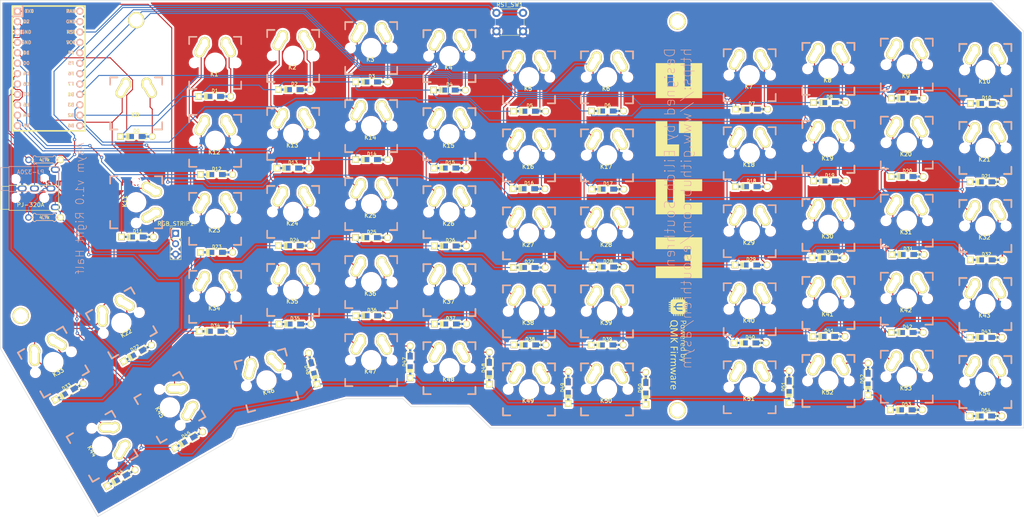
<source format=kicad_pcb>
(kicad_pcb (version 20171130) (host pcbnew "(5.1.10-1-10_14)")
  (title_block (title "Asym Right Half") (date 2021-07-25) (rev v1) (company "Eilidh Southren") (comment 1 https://www.github.com))
  (layers (0 F.Cu signal hide) (31 B.Cu signal) (34 B.Paste user) (35 F.Paste user) (36 B.SilkS user) (37 F.SilkS user) (38 B.Mask user) (39 F.Mask user) (44 Edge.Cuts user))
  (net 0 "")
  (net 1 row0)
  (net 2 "Net-(D0-Pad2)")
  (net 3 "Net-(D1-Pad2)")
  (net 4 "Net-(D2-Pad2)")
  (net 5 "Net-(D3-Pad2)")
  (net 6 "Net-(D4-Pad2)")
  (net 7 "Net-(D5-Pad2)")
  (net 8 "Net-(D6-Pad2)")
  (net 9 "Net-(D7-Pad2)")
  (net 10 "Net-(D8-Pad2)")
  (net 11 "Net-(D9-Pad2)")
  (net 12 "Net-(D10-Pad2)")
  (net 13 "Net-(D11-Pad2)")
  (net 14 row1)
  (net 15 "Net-(D12-Pad2)")
  (net 16 "Net-(D13-Pad2)")
  (net 17 "Net-(D14-Pad2)")
  (net 18 "Net-(D15-Pad2)")
  (net 19 "Net-(D16-Pad2)")
  (net 20 "Net-(D17-Pad2)")
  (net 21 "Net-(D18-Pad2)")
  (net 22 "Net-(D19-Pad2)")
  (net 23 "Net-(D20-Pad2)")
  (net 24 "Net-(D21-Pad2)")
  (net 25 "Net-(D22-Pad2)")
  (net 26 row2)
  (net 27 "Net-(D23-Pad2)")
  (net 28 "Net-(D24-Pad2)")
  (net 29 "Net-(D25-Pad2)")
  (net 30 "Net-(D26-Pad2)")
  (net 31 "Net-(D27-Pad2)")
  (net 32 "Net-(D28-Pad2)")
  (net 33 "Net-(D29-Pad2)")
  (net 34 "Net-(D30-Pad2)")
  (net 35 "Net-(D31-Pad2)")
  (net 36 "Net-(D32-Pad2)")
  (net 37 "Net-(D33-Pad2)")
  (net 38 row3)
  (net 39 "Net-(D34-Pad2)")
  (net 40 "Net-(D35-Pad2)")
  (net 41 "Net-(D36-Pad2)")
  (net 42 "Net-(D37-Pad2)")
  (net 43 "Net-(D38-Pad2)")
  (net 44 "Net-(D39-Pad2)")
  (net 45 "Net-(D40-Pad2)")
  (net 46 "Net-(D41-Pad2)")
  (net 47 "Net-(D42-Pad2)")
  (net 48 "Net-(D43-Pad2)")
  (net 49 "Net-(D44-Pad2)")
  (net 50 row4)
  (net 51 "Net-(D45-Pad2)")
  (net 52 "Net-(D46-Pad2)")
  (net 53 "Net-(D47-Pad2)")
  (net 54 "Net-(D48-Pad2)")
  (net 55 "Net-(D49-Pad2)")
  (net 56 "Net-(D50-Pad2)")
  (net 57 "Net-(D51-Pad2)")
  (net 58 "Net-(D52-Pad2)")
  (net 59 "Net-(D53-Pad2)")
  (net 60 "Net-(D54-Pad2)")
  (net 61 VCC)
  (net 62 SDA)
  (net 63 SCL)
  (net 64 GND)
  (net 65 rgb_data)
  (net 66 col0)
  (net 67 col1)
  (net 68 col10)
  (net 69 col9)
  (net 70 col8)
  (net 71 col7)
  (net 72 col6)
  (net 73 col5)
  (net 74 col4)
  (net 75 col3)
  (net 76 RST)
  (net 77 "Net-(U1-Pad23)")
  (net 78 col2)
  (net 79 "Net-(U1-Pad24)")
  (module asym_logo_mod:asym-logo-2 (layer F.Cu) (at 190.5 81.28 270)
    (fp_text reference G*** hide)
    (fp_text value LOGO hide)
  )
  (module Button_Switch_SMD:asym_logo (layer F.Cu) (at 147.32 -83.82)
    (fp_text reference REF** hide)
    (fp_text value asym_logo)
  )
  (module redox_footprints:HOLE_M3 (layer F.Cu) (at 190.33 139.46)
    (fp_text reference HOLE_M3 hide)
    (fp_text value VAL** hide)
    (pad 1 thru_hole circle (at 0 0) (size 4 4) (drill 3.2) (layers *.Cu *.Mask F.SilkS))
  )
  (module redox_footprints:HOLE_M3 (layer F.Cu) (at 190.33 44.53)
    (fp_text reference HOLE_M3 hide)
    (fp_text value VAL** hide)
    (pad 1 thru_hole circle (at 0 0) (size 4 4) (drill 3.2) (layers *.Cu *.Mask F.SilkS))
  )
  (module redox_footprints:HOLE_M3 (layer F.Cu) (at 29.99 116.39)
    (fp_text reference HOLE_M3 hide)
    (fp_text value VAL** hide)
    (pad 1 thru_hole circle (at 0 0) (size 4 4) (drill 3.2) (layers *.Cu *.Mask F.SilkS))
  )
  (module redox_footprints:HOLE_M3 (layer F.Cu) (at 58.19 44.2)
    (fp_text reference HOLE_M3 hide)
    (fp_text value VAL** hide)
    (pad 1 thru_hole circle (at 0 0) (size 4 4) (drill 3.2) (layers *.Cu *.Mask F.SilkS))
  )
  (module redox_footprints:qmk-badge (layer F.Cu) (at 190.5 123.19 270)
    (fp_text reference G*** hide)
    (fp_text value LOGO hide)
  )
  (module redox_footprints:Mx_Alps_150-dualsided (layer F.Cu) (at 58.18 88.67 270)
    (fp_text reference K11 (at -0.22 2.79 90) (layer F.SilkS) (effects (font (thickness 0.2))))
    (fp_text value "" hide)
    (pad 1 thru_hole oval (at -2.52 -4.79 273.9) (size 2.5 3.08) (drill oval 1.5 2.08) (layers *.Cu *.Mask F.SilkS) (net 66 col0))
    (pad 2 thru_hole oval (at 3.405 -3.27 299.05) (size 2.5 4.17) (drill oval 1.5 3.17) (layers *.Cu *.Mask F.SilkS) (net 13 "Net-(D11-Pad2)"))
    (pad HOLE np_thru_hole circle (at 0 0 270) (size 3.9878 3.9878) (drill 3.9878) (layers *.Cu))
    (pad HOLE np_thru_hole circle (at -5.08 0 270) (size 1.7018 1.7018) (drill 1.7018) (layers *.Cu))
    (pad HOLE np_thru_hole circle (at 5.08 0 270) (size 1.7018 1.7018) (drill 1.7018) (layers *.Cu))
    (pad 1 thru_hole oval (at -3.405 -3.27 240.95) (size 2.5 4.17) (drill oval 1.5 3.17) (layers *.Cu *.Mask F.SilkS) (net 66 col0))
    (pad 2 thru_hole oval (at 2.52 -4.79 266.1) (size 2.5 3.08) (drill oval 1.5 2.08) (layers *.Cu *.Mask F.SilkS) (net 13 "Net-(D11-Pad2)"))
  )
  (module redox_footprints:ArduinoProMicro (layer F.Cu) (at 36.81 55.99 270)
    (fp_text reference U1 hide)
    (fp_text value ProMicro hide)
    (fp_text user TX0 (at -13.97 4.699) (layer F.SilkS) (effects (font (size 0.8 0.8))))
    (fp_text user TX0 (at -13.97 4.826) (layer B.SilkS) (effects (font (size 0.8 0.8)) (justify mirror)))
    (fp_text user D2 (at -11.43 5.461) (layer F.SilkS) (effects (font (size 0.8 0.8))))
    (fp_text user D0 (at -1.27 5.461) (layer F.SilkS) (effects (font (size 0.8 0.8))))
    (fp_text user D1 (at -3.81 5.461) (layer F.SilkS) (effects (font (size 0.8 0.8))))
    (fp_text user GND (at -6.35 5.461) (layer F.SilkS) (effects (font (size 0.8 0.8))))
    (fp_text user GND (at -8.89 5.461) (layer F.SilkS) (effects (font (size 0.8 0.8))))
    (fp_text user D4 (at 1.27 5.461) (layer F.SilkS) (effects (font (size 0.8 0.8))))
    (fp_text user C6 (at 3.81 5.461) (layer F.SilkS) (effects (font (size 0.8 0.8))))
    (fp_text user D7 (at 6.35 5.461) (layer F.SilkS) (effects (font (size 0.8 0.8))))
    (fp_text user E6 (at 8.89 5.461) (layer F.SilkS) (effects (font (size 0.8 0.8))))
    (fp_text user B4 (at 11.43 5.461) (layer F.SilkS) (effects (font (size 0.8 0.8))))
    (fp_text user B5 (at 13.97 5.461) (layer F.SilkS) (effects (font (size 0.8 0.8))))
    (fp_text user B6 (at 13.97 -5.461) (layer F.SilkS) (effects (font (size 0.8 0.8))))
    (fp_text user B2 (at 11.43 -5.461) (layer B.SilkS) (effects (font (size 0.8 0.8)) (justify mirror)))
    (fp_text user B3 (at 8.89 -5.461) (layer F.SilkS) (effects (font (size 0.8 0.8))))
    (fp_text user B1 (at 6.35 -5.461) (layer F.SilkS) (effects (font (size 0.8 0.8))))
    (fp_text user F7 (at 3.81 -5.461) (layer B.SilkS) (effects (font (size 0.8 0.8)) (justify mirror)))
    (fp_text user F6 (at 1.27 -5.461) (layer B.SilkS) (effects (font (size 0.8 0.8)) (justify mirror)))
    (fp_text user F5 (at -1.27 -5.461) (layer B.SilkS) (effects (font (size 0.8 0.8)) (justify mirror)))
    (fp_text user F4 (at -3.81 -5.461) (layer F.SilkS) (effects (font (size 0.8 0.8))))
    (fp_text user VCC (at -6.35 -5.461) (layer F.SilkS) (effects (font (size 0.8 0.8))))
    (fp_text user RST (at -8.89 -5.461) (layer F.SilkS) (effects (font (size 0.8 0.8))))
    (fp_text user GND (at -11.43 -5.461) (layer F.SilkS) (effects (font (size 0.8 0.8))))
    (fp_text user RAW (at -13.97 -5.461) (layer F.SilkS) (effects (font (size 0.8 0.8))))
    (fp_text user RAW (at -13.97 -5.461) (layer B.SilkS) (effects (font (size 0.8 0.8)) (justify mirror)))
    (fp_text user GND (at -11.43 -5.461) (layer B.SilkS) (effects (font (size 0.8 0.8)) (justify mirror)))
    (fp_text user RST (at -8.89 -5.461) (layer B.SilkS) (effects (font (size 0.8 0.8)) (justify mirror)))
    (fp_text user VCC (at -6.35 -5.461) (layer B.SilkS) (effects (font (size 0.8 0.8)) (justify mirror)))
    (fp_text user F4 (at -3.81 -5.461) (layer B.SilkS) (effects (font (size 0.8 0.8)) (justify mirror)))
    (fp_text user F5 (at -1.27 -5.461) (layer F.SilkS) (effects (font (size 0.8 0.8))))
    (fp_text user F6 (at 1.27 -5.461) (layer F.SilkS) (effects (font (size 0.8 0.8))))
    (fp_text user F7 (at 3.81 -5.461) (layer F.SilkS) (effects (font (size 0.8 0.8))))
    (fp_text user B1 (at 6.35 -5.461) (layer B.SilkS) (effects (font (size 0.8 0.8)) (justify mirror)))
    (fp_text user B3 (at 8.89 -5.461) (layer B.SilkS) (effects (font (size 0.8 0.8)) (justify mirror)))
    (fp_text user B2 (at 11.43 -5.461) (layer F.SilkS) (effects (font (size 0.8 0.8))))
    (fp_text user B6 (at 13.97 -5.461) (layer B.SilkS) (effects (font (size 0.8 0.8)) (justify mirror)))
    (fp_text user B5 (at 13.97 5.461) (layer B.SilkS) (effects (font (size 0.8 0.8)) (justify mirror)))
    (fp_text user B4 (at 11.43 5.461) (layer B.SilkS) (effects (font (size 0.8 0.8)) (justify mirror)))
    (fp_text user E6 (at 8.89 5.461) (layer B.SilkS) (effects (font (size 0.8 0.8)) (justify mirror)))
    (fp_text user D7 (at 6.35 5.461) (layer B.SilkS) (effects (font (size 0.8 0.8)) (justify mirror)))
    (fp_text user C6 (at 3.81 5.461) (layer B.SilkS) (effects (font (size 0.8 0.8)) (justify mirror)))
    (fp_text user D4 (at 1.27 5.461) (layer B.SilkS) (effects (font (size 0.8 0.8)) (justify mirror)))
    (fp_text user GND (at -8.89 5.461) (layer B.SilkS) (effects (font (size 0.8 0.8)) (justify mirror)))
    (fp_text user GND (at -6.35 5.461) (layer B.SilkS) (effects (font (size 0.8 0.8)) (justify mirror)))
    (fp_text user D1 (at -3.81 5.461) (layer B.SilkS) (effects (font (size 0.8 0.8)) (justify mirror)))
    (fp_text user D0 (at -1.27 5.461) (layer B.SilkS) (effects (font (size 0.8 0.8)) (justify mirror)))
    (fp_text user D2 (at -11.43 5.461) (layer B.SilkS) (effects (font (size 0.8 0.8)) (justify mirror)))
    (pad 24 thru_hole circle (at -13.97 -7.62 270) (size 1.7526 1.7526) (drill 1.0922) (layers *.Cu *.SilkS *.Mask) (net 79 "Net-(U1-Pad24)"))
    (pad 12 thru_hole circle (at 13.97 7.62 270) (size 1.7526 1.7526) (drill 1.0922) (layers *.Cu *.SilkS *.Mask) (net 78 col2))
    (pad 23 thru_hole circle (at -11.43 -7.62 270) (size 1.7526 1.7526) (drill 1.0922) (layers *.Cu *.SilkS *.Mask) (net 77 "Net-(U1-Pad23)"))
    (pad 22 thru_hole circle (at -8.89 -7.62 270) (size 1.7526 1.7526) (drill 1.0922) (layers *.Cu *.SilkS *.Mask) (net 76 RST))
    (pad 21 thru_hole circle (at -6.35 -7.62 270) (size 1.7526 1.7526) (drill 1.0922) (layers *.Cu *.SilkS *.Mask) (net 61 VCC))
    (pad 20 thru_hole circle (at -3.81 -7.62 270) (size 1.7526 1.7526) (drill 1.0922) (layers *.Cu *.SilkS *.Mask) (net 75 col3))
    (pad 19 thru_hole circle (at -1.27 -7.62 270) (size 1.7526 1.7526) (drill 1.0922) (layers *.Cu *.SilkS *.Mask) (net 74 col4))
    (pad 18 thru_hole circle (at 1.27 -7.62 270) (size 1.7526 1.7526) (drill 1.0922) (layers *.Cu *.SilkS *.Mask) (net 73 col5))
    (pad 17 thru_hole circle (at 3.81 -7.62 270) (size 1.7526 1.7526) (drill 1.0922) (layers *.Cu *.SilkS *.Mask) (net 72 col6))
    (pad 16 thru_hole circle (at 6.35 -7.62 270) (size 1.7526 1.7526) (drill 1.0922) (layers *.Cu *.SilkS *.Mask) (net 71 col7))
    (pad 15 thru_hole circle (at 8.89 -7.62 270) (size 1.7526 1.7526) (drill 1.0922) (layers *.Cu *.SilkS *.Mask) (net 70 col8))
    (pad 14 thru_hole circle (at 11.43 -7.62 270) (size 1.7526 1.7526) (drill 1.0922) (layers *.Cu *.SilkS *.Mask) (net 69 col9))
    (pad 13 thru_hole circle (at 13.97 -7.62 270) (size 1.7526 1.7526) (drill 1.0922) (layers *.Cu *.SilkS *.Mask) (net 68 col10))
    (pad 11 thru_hole circle (at 11.43 7.62 270) (size 1.7526 1.7526) (drill 1.0922) (layers *.Cu *.SilkS *.Mask) (net 67 col1))
    (pad 10 thru_hole circle (at 8.89 7.62 270) (size 1.7526 1.7526) (drill 1.0922) (layers *.Cu *.SilkS *.Mask) (net 66 col0))
    (pad 9 thru_hole circle (at 6.35 7.62 270) (size 1.7526 1.7526) (drill 1.0922) (layers *.Cu *.SilkS *.Mask) (net 50 row4))
    (pad 8 thru_hole circle (at 3.81 7.62 270) (size 1.7526 1.7526) (drill 1.0922) (layers *.Cu *.SilkS *.Mask) (net 38 row3))
    (pad 7 thru_hole circle (at 1.27 7.62 270) (size 1.7526 1.7526) (drill 1.0922) (layers *.Cu *.SilkS *.Mask) (net 26 row2))
    (pad 6 thru_hole circle (at -1.27 7.62 270) (size 1.7526 1.7526) (drill 1.0922) (layers *.Cu *.SilkS *.Mask) (net 14 row1))
    (pad 5 thru_hole circle (at -3.81 7.62 270) (size 1.7526 1.7526) (drill 1.0922) (layers *.Cu *.SilkS *.Mask) (net 1 row0))
    (pad 4 thru_hole circle (at -6.35 7.62 270) (size 1.7526 1.7526) (drill 1.0922) (layers *.Cu *.SilkS *.Mask) (net 63 SCL))
    (pad 3 thru_hole circle (at -8.89 7.62 270) (size 1.7526 1.7526) (drill 1.0922) (layers *.Cu *.SilkS *.Mask) (net 64 GND))
    (pad 2 thru_hole circle (at -11.43 7.62 270) (size 1.7526 1.7526) (drill 1.0922) (layers *.Cu *.SilkS *.Mask) (net 62 SDA))
    (pad 1 thru_hole rect (at -13.97 7.62 270) (size 1.7526 1.7526) (drill 1.0922) (layers *.Cu *.SilkS *.Mask) (net 65 rgb_data))
  )
  (module redox_footprints:Mx_Alps_150-dualsided (layer F.Cu) (at 49.88 148.255 300)
    (fp_text reference K44 (at -0.22 2.79 120) (layer F.SilkS) (effects (font (thickness 0.2))))
    (fp_text value KEYSW hide)
    (pad 1 thru_hole oval (at -2.52 -4.79 303.9) (size 2.5 3.08) (drill oval 1.5 2.08) (layers *.Cu *.Mask F.SilkS) (net 66 col0))
    (pad 2 thru_hole oval (at 3.405 -3.27 329.05) (size 2.5 4.17) (drill oval 1.5 3.17) (layers *.Cu *.Mask F.SilkS) (net 49 "Net-(D44-Pad2)"))
    (pad HOLE np_thru_hole circle (at 0 0 300) (size 3.9878 3.9878) (drill 3.9878) (layers *.Cu))
    (pad HOLE np_thru_hole circle (at -5.08 0 300) (size 1.7018 1.7018) (drill 1.7018) (layers *.Cu))
    (pad HOLE np_thru_hole circle (at 5.08 0 300) (size 1.7018 1.7018) (drill 1.7018) (layers *.Cu))
    (pad 1 thru_hole oval (at -3.405 -3.27 270.95) (size 2.5 4.17) (drill oval 1.5 3.17) (layers *.Cu *.Mask F.SilkS) (net 66 col0))
    (pad 2 thru_hole oval (at 2.52 -4.79 296.1) (size 2.5 3.08) (drill oval 1.5 2.08) (layers *.Cu *.Mask F.SilkS) (net 49 "Net-(D44-Pad2)"))
  )
  (module redox_footprints:Mx_Alps_100-dualside (layer F.Cu) (at 58.18 64.54)
    (fp_text reference K0 (at -0.22 2.79) (layer F.SilkS) (effects (font (thickness 0.2))))
    (fp_text value KEYSW hide)
    (pad 1 thru_hole oval (at -2.52 -4.79 3.9) (size 2.5 3.08) (drill oval 1.5 2.08) (layers *.Cu *.Mask F.SilkS) (net 66 col0))
    (pad 2 thru_hole oval (at 3.405 -3.27 29.05) (size 2.5 4.17) (drill oval 1.5 3.17) (layers *.Cu *.Mask F.SilkS) (net 2 "Net-(D0-Pad2)"))
    (pad HOLE np_thru_hole circle (at 0 0) (size 3.9878 3.9878) (drill 3.9878) (layers *.Cu))
    (pad HOLE np_thru_hole circle (at -5.08 0) (size 1.7018 1.7018) (drill 1.7018) (layers *.Cu))
    (pad HOLE np_thru_hole circle (at 5.08 0) (size 1.7018 1.7018) (drill 1.7018) (layers *.Cu))
    (pad 1 thru_hole oval (at -3.405 -3.27 330.95) (size 2.5 4.17) (drill oval 1.5 3.17) (layers *.Cu *.Mask F.SilkS) (net 66 col0))
    (pad 2 thru_hole oval (at 2.52 -4.79 356.1) (size 2.5 3.08) (drill oval 1.5 2.08) (layers *.Cu *.Mask F.SilkS) (net 2 "Net-(D0-Pad2)"))
  )
  (module redox_footprints:Mx_Alps_100-dualside (layer F.Cu) (at 77.47 54.61)
    (fp_text reference K1 (at -0.22 2.79) (layer F.SilkS) (effects (font (thickness 0.2))))
    (fp_text value KEYSW hide)
    (pad 1 thru_hole oval (at -2.52 -4.79 3.9) (size 2.5 3.08) (drill oval 1.5 2.08) (layers *.Cu *.Mask F.SilkS) (net 67 col1))
    (pad 2 thru_hole oval (at 3.405 -3.27 29.05) (size 2.5 4.17) (drill oval 1.5 3.17) (layers *.Cu *.Mask F.SilkS) (net 3 "Net-(D1-Pad2)"))
    (pad HOLE np_thru_hole circle (at 0 0) (size 3.9878 3.9878) (drill 3.9878) (layers *.Cu))
    (pad HOLE np_thru_hole circle (at -5.08 0) (size 1.7018 1.7018) (drill 1.7018) (layers *.Cu))
    (pad HOLE np_thru_hole circle (at 5.08 0) (size 1.7018 1.7018) (drill 1.7018) (layers *.Cu))
    (pad 1 thru_hole oval (at -3.405 -3.27 330.95) (size 2.5 4.17) (drill oval 1.5 3.17) (layers *.Cu *.Mask F.SilkS) (net 67 col1))
    (pad 2 thru_hole oval (at 2.52 -4.79 356.1) (size 2.5 3.08) (drill oval 1.5 2.08) (layers *.Cu *.Mask F.SilkS) (net 3 "Net-(D1-Pad2)"))
  )
  (module redox_footprints:Mx_Alps_100-dualside (layer F.Cu) (at 96.52 52.93)
    (fp_text reference K2 (at -0.22 2.79) (layer F.SilkS) (effects (font (thickness 0.2))))
    (fp_text value KEYSW hide)
    (pad 1 thru_hole oval (at -2.52 -4.79 3.9) (size 2.5 3.08) (drill oval 1.5 2.08) (layers *.Cu *.Mask F.SilkS) (net 78 col2))
    (pad 2 thru_hole oval (at 3.405 -3.27 29.05) (size 2.5 4.17) (drill oval 1.5 3.17) (layers *.Cu *.Mask F.SilkS) (net 4 "Net-(D2-Pad2)"))
    (pad HOLE np_thru_hole circle (at 0 0) (size 3.9878 3.9878) (drill 3.9878) (layers *.Cu))
    (pad HOLE np_thru_hole circle (at -5.08 0) (size 1.7018 1.7018) (drill 1.7018) (layers *.Cu))
    (pad HOLE np_thru_hole circle (at 5.08 0) (size 1.7018 1.7018) (drill 1.7018) (layers *.Cu))
    (pad 1 thru_hole oval (at -3.405 -3.27 330.95) (size 2.5 4.17) (drill oval 1.5 3.17) (layers *.Cu *.Mask F.SilkS) (net 78 col2))
    (pad 2 thru_hole oval (at 2.52 -4.79 356.1) (size 2.5 3.08) (drill oval 1.5 2.08) (layers *.Cu *.Mask F.SilkS) (net 4 "Net-(D2-Pad2)"))
  )
  (module redox_footprints:Mx_Alps_100-dualside (layer F.Cu) (at 115.57 51.02)
    (fp_text reference K3 (at -0.22 2.79) (layer F.SilkS) (effects (font (thickness 0.2))))
    (fp_text value KEYSW hide)
    (pad 1 thru_hole oval (at -2.52 -4.79 3.9) (size 2.5 3.08) (drill oval 1.5 2.08) (layers *.Cu *.Mask F.SilkS) (net 75 col3))
    (pad 2 thru_hole oval (at 3.405 -3.27 29.05) (size 2.5 4.17) (drill oval 1.5 3.17) (layers *.Cu *.Mask F.SilkS) (net 5 "Net-(D3-Pad2)"))
    (pad HOLE np_thru_hole circle (at 0 0) (size 3.9878 3.9878) (drill 3.9878) (layers *.Cu))
    (pad HOLE np_thru_hole circle (at -5.08 0) (size 1.7018 1.7018) (drill 1.7018) (layers *.Cu))
    (pad HOLE np_thru_hole circle (at 5.08 0) (size 1.7018 1.7018) (drill 1.7018) (layers *.Cu))
    (pad 1 thru_hole oval (at -3.405 -3.27 330.95) (size 2.5 4.17) (drill oval 1.5 3.17) (layers *.Cu *.Mask F.SilkS) (net 75 col3))
    (pad 2 thru_hole oval (at 2.52 -4.79 356.1) (size 2.5 3.08) (drill oval 1.5 2.08) (layers *.Cu *.Mask F.SilkS) (net 5 "Net-(D3-Pad2)"))
  )
  (module redox_footprints:Mx_Alps_100-dualside (layer F.Cu) (at 134.67 52.98)
    (fp_text reference K4 (at -0.22 2.79) (layer F.SilkS) (effects (font (thickness 0.2))))
    (fp_text value KEYSW hide)
    (pad 1 thru_hole oval (at -2.52 -4.79 3.9) (size 2.5 3.08) (drill oval 1.5 2.08) (layers *.Cu *.Mask F.SilkS) (net 74 col4))
    (pad 2 thru_hole oval (at 3.405 -3.27 29.05) (size 2.5 4.17) (drill oval 1.5 3.17) (layers *.Cu *.Mask F.SilkS) (net 6 "Net-(D4-Pad2)"))
    (pad HOLE np_thru_hole circle (at 0 0) (size 3.9878 3.9878) (drill 3.9878) (layers *.Cu))
    (pad HOLE np_thru_hole circle (at -5.08 0) (size 1.7018 1.7018) (drill 1.7018) (layers *.Cu))
    (pad HOLE np_thru_hole circle (at 5.08 0) (size 1.7018 1.7018) (drill 1.7018) (layers *.Cu))
    (pad 1 thru_hole oval (at -3.405 -3.27 330.95) (size 2.5 4.17) (drill oval 1.5 3.17) (layers *.Cu *.Mask F.SilkS) (net 74 col4))
    (pad 2 thru_hole oval (at 2.52 -4.79 356.1) (size 2.5 3.08) (drill oval 1.5 2.08) (layers *.Cu *.Mask F.SilkS) (net 6 "Net-(D4-Pad2)"))
  )
  (module redox_footprints:Mx_Alps_100-dualside (layer F.Cu) (at 154.1 58.15)
    (fp_text reference K5 (at -0.22 2.79) (layer F.SilkS) (effects (font (thickness 0.2))))
    (fp_text value KEYSW hide)
    (pad 1 thru_hole oval (at -2.52 -4.79 3.9) (size 2.5 3.08) (drill oval 1.5 2.08) (layers *.Cu *.Mask F.SilkS) (net 73 col5))
    (pad 2 thru_hole oval (at 3.405 -3.27 29.05) (size 2.5 4.17) (drill oval 1.5 3.17) (layers *.Cu *.Mask F.SilkS) (net 7 "Net-(D5-Pad2)"))
    (pad HOLE np_thru_hole circle (at 0 0) (size 3.9878 3.9878) (drill 3.9878) (layers *.Cu))
    (pad HOLE np_thru_hole circle (at -5.08 0) (size 1.7018 1.7018) (drill 1.7018) (layers *.Cu))
    (pad HOLE np_thru_hole circle (at 5.08 0) (size 1.7018 1.7018) (drill 1.7018) (layers *.Cu))
    (pad 1 thru_hole oval (at -3.405 -3.27 330.95) (size 2.5 4.17) (drill oval 1.5 3.17) (layers *.Cu *.Mask F.SilkS) (net 73 col5))
    (pad 2 thru_hole oval (at 2.52 -4.79 356.1) (size 2.5 3.08) (drill oval 1.5 2.08) (layers *.Cu *.Mask F.SilkS) (net 7 "Net-(D5-Pad2)"))
  )
  (module redox_footprints:Mx_Alps_100-dualside (layer F.Cu) (at 173.15 58.15)
    (fp_text reference K6 (at -0.22 2.79) (layer F.SilkS) (effects (font (thickness 0.2))))
    (fp_text value KEYSW hide)
    (pad 1 thru_hole oval (at -2.52 -4.79 3.9) (size 2.5 3.08) (drill oval 1.5 2.08) (layers *.Cu *.Mask F.SilkS) (net 72 col6))
    (pad 2 thru_hole oval (at 3.405 -3.27 29.05) (size 2.5 4.17) (drill oval 1.5 3.17) (layers *.Cu *.Mask F.SilkS) (net 8 "Net-(D6-Pad2)"))
    (pad HOLE np_thru_hole circle (at 0 0) (size 3.9878 3.9878) (drill 3.9878) (layers *.Cu))
    (pad HOLE np_thru_hole circle (at -5.08 0) (size 1.7018 1.7018) (drill 1.7018) (layers *.Cu))
    (pad HOLE np_thru_hole circle (at 5.08 0) (size 1.7018 1.7018) (drill 1.7018) (layers *.Cu))
    (pad 1 thru_hole oval (at -3.405 -3.27 330.95) (size 2.5 4.17) (drill oval 1.5 3.17) (layers *.Cu *.Mask F.SilkS) (net 72 col6))
    (pad 2 thru_hole oval (at 2.52 -4.79 356.1) (size 2.5 3.08) (drill oval 1.5 2.08) (layers *.Cu *.Mask F.SilkS) (net 8 "Net-(D6-Pad2)"))
  )
  (module redox_footprints:Mx_Alps_100-dualside (layer F.Cu) (at 207.99 57.64)
    (fp_text reference K7 (at -0.22 2.79) (layer F.SilkS) (effects (font (thickness 0.2))))
    (fp_text value KEYSW hide)
    (pad 1 thru_hole oval (at -2.52 -4.79 3.9) (size 2.5 3.08) (drill oval 1.5 2.08) (layers *.Cu *.Mask F.SilkS) (net 71 col7))
    (pad 2 thru_hole oval (at 3.405 -3.27 29.05) (size 2.5 4.17) (drill oval 1.5 3.17) (layers *.Cu *.Mask F.SilkS) (net 9 "Net-(D7-Pad2)"))
    (pad HOLE np_thru_hole circle (at 0 0) (size 3.9878 3.9878) (drill 3.9878) (layers *.Cu))
    (pad HOLE np_thru_hole circle (at -5.08 0) (size 1.7018 1.7018) (drill 1.7018) (layers *.Cu))
    (pad HOLE np_thru_hole circle (at 5.08 0) (size 1.7018 1.7018) (drill 1.7018) (layers *.Cu))
    (pad 1 thru_hole oval (at -3.405 -3.27 330.95) (size 2.5 4.17) (drill oval 1.5 3.17) (layers *.Cu *.Mask F.SilkS) (net 71 col7))
    (pad 2 thru_hole oval (at 2.52 -4.79 356.1) (size 2.5 3.08) (drill oval 1.5 2.08) (layers *.Cu *.Mask F.SilkS) (net 9 "Net-(D7-Pad2)"))
  )
  (module redox_footprints:Mx_Alps_100-dualside (layer F.Cu) (at 227.21 56.09)
    (fp_text reference K8 (at -0.22 2.79) (layer F.SilkS) (effects (font (thickness 0.2))))
    (fp_text value KEYSW hide)
    (pad 1 thru_hole oval (at -2.52 -4.79 3.9) (size 2.5 3.08) (drill oval 1.5 2.08) (layers *.Cu *.Mask F.SilkS) (net 70 col8))
    (pad 2 thru_hole oval (at 3.405 -3.27 29.05) (size 2.5 4.17) (drill oval 1.5 3.17) (layers *.Cu *.Mask F.SilkS) (net 10 "Net-(D8-Pad2)"))
    (pad HOLE np_thru_hole circle (at 0 0) (size 3.9878 3.9878) (drill 3.9878) (layers *.Cu))
    (pad HOLE np_thru_hole circle (at -5.08 0) (size 1.7018 1.7018) (drill 1.7018) (layers *.Cu))
    (pad HOLE np_thru_hole circle (at 5.08 0) (size 1.7018 1.7018) (drill 1.7018) (layers *.Cu))
    (pad 1 thru_hole oval (at -3.405 -3.27 330.95) (size 2.5 4.17) (drill oval 1.5 3.17) (layers *.Cu *.Mask F.SilkS) (net 70 col8))
    (pad 2 thru_hole oval (at 2.52 -4.79 356.1) (size 2.5 3.08) (drill oval 1.5 2.08) (layers *.Cu *.Mask F.SilkS) (net 10 "Net-(D8-Pad2)"))
  )
  (module redox_footprints:Mx_Alps_100-dualside (layer F.Cu) (at 246.34 55.07)
    (fp_text reference K9 (at -0.22 2.79) (layer F.SilkS) (effects (font (thickness 0.2))))
    (fp_text value KEYSW hide)
    (pad 1 thru_hole oval (at -2.52 -4.79 3.9) (size 2.5 3.08) (drill oval 1.5 2.08) (layers *.Cu *.Mask F.SilkS) (net 69 col9))
    (pad 2 thru_hole oval (at 3.405 -3.27 29.05) (size 2.5 4.17) (drill oval 1.5 3.17) (layers *.Cu *.Mask F.SilkS) (net 11 "Net-(D9-Pad2)"))
    (pad HOLE np_thru_hole circle (at 0 0) (size 3.9878 3.9878) (drill 3.9878) (layers *.Cu))
    (pad HOLE np_thru_hole circle (at -5.08 0) (size 1.7018 1.7018) (drill 1.7018) (layers *.Cu))
    (pad HOLE np_thru_hole circle (at 5.08 0) (size 1.7018 1.7018) (drill 1.7018) (layers *.Cu))
    (pad 1 thru_hole oval (at -3.405 -3.27 330.95) (size 2.5 4.17) (drill oval 1.5 3.17) (layers *.Cu *.Mask F.SilkS) (net 69 col9))
    (pad 2 thru_hole oval (at 2.52 -4.79 356.1) (size 2.5 3.08) (drill oval 1.5 2.08) (layers *.Cu *.Mask F.SilkS) (net 11 "Net-(D9-Pad2)"))
  )
  (module redox_footprints:Mx_Alps_100-dualside (layer F.Cu) (at 265.53 56.36)
    (fp_text reference K10 (at -0.22 2.79) (layer F.SilkS) (effects (font (thickness 0.2))))
    (fp_text value KEYSW hide)
    (pad 1 thru_hole oval (at -2.52 -4.79 3.9) (size 2.5 3.08) (drill oval 1.5 2.08) (layers *.Cu *.Mask F.SilkS) (net 68 col10))
    (pad 2 thru_hole oval (at 3.405 -3.27 29.05) (size 2.5 4.17) (drill oval 1.5 3.17) (layers *.Cu *.Mask F.SilkS) (net 12 "Net-(D10-Pad2)"))
    (pad HOLE np_thru_hole circle (at 0 0) (size 3.9878 3.9878) (drill 3.9878) (layers *.Cu))
    (pad HOLE np_thru_hole circle (at -5.08 0) (size 1.7018 1.7018) (drill 1.7018) (layers *.Cu))
    (pad HOLE np_thru_hole circle (at 5.08 0) (size 1.7018 1.7018) (drill 1.7018) (layers *.Cu))
    (pad 1 thru_hole oval (at -3.405 -3.27 330.95) (size 2.5 4.17) (drill oval 1.5 3.17) (layers *.Cu *.Mask F.SilkS) (net 68 col10))
    (pad 2 thru_hole oval (at 2.52 -4.79 356.1) (size 2.5 3.08) (drill oval 1.5 2.08) (layers *.Cu *.Mask F.SilkS) (net 12 "Net-(D10-Pad2)"))
  )
  (module redox_footprints:Mx_Alps_100-dualside (layer F.Cu) (at 77.47 73.66)
    (fp_text reference K12 (at -0.22 2.79) (layer F.SilkS) (effects (font (thickness 0.2))))
    (fp_text value KEYSW hide)
    (pad 1 thru_hole oval (at -2.52 -4.79 3.9) (size 2.5 3.08) (drill oval 1.5 2.08) (layers *.Cu *.Mask F.SilkS) (net 67 col1))
    (pad 2 thru_hole oval (at 3.405 -3.27 29.05) (size 2.5 4.17) (drill oval 1.5 3.17) (layers *.Cu *.Mask F.SilkS) (net 15 "Net-(D12-Pad2)"))
    (pad HOLE np_thru_hole circle (at 0 0) (size 3.9878 3.9878) (drill 3.9878) (layers *.Cu))
    (pad HOLE np_thru_hole circle (at -5.08 0) (size 1.7018 1.7018) (drill 1.7018) (layers *.Cu))
    (pad HOLE np_thru_hole circle (at 5.08 0) (size 1.7018 1.7018) (drill 1.7018) (layers *.Cu))
    (pad 1 thru_hole oval (at -3.405 -3.27 330.95) (size 2.5 4.17) (drill oval 1.5 3.17) (layers *.Cu *.Mask F.SilkS) (net 67 col1))
    (pad 2 thru_hole oval (at 2.52 -4.79 356.1) (size 2.5 3.08) (drill oval 1.5 2.08) (layers *.Cu *.Mask F.SilkS) (net 15 "Net-(D12-Pad2)"))
  )
  (module redox_footprints:Mx_Alps_100-dualside (layer F.Cu) (at 96.52 71.98)
    (fp_text reference K13 (at -0.22 2.79) (layer F.SilkS) (effects (font (thickness 0.2))))
    (fp_text value KEYSW hide)
    (pad 1 thru_hole oval (at -2.52 -4.79 3.9) (size 2.5 3.08) (drill oval 1.5 2.08) (layers *.Cu *.Mask F.SilkS) (net 78 col2))
    (pad 2 thru_hole oval (at 3.405 -3.27 29.05) (size 2.5 4.17) (drill oval 1.5 3.17) (layers *.Cu *.Mask F.SilkS) (net 16 "Net-(D13-Pad2)"))
    (pad HOLE np_thru_hole circle (at 0 0) (size 3.9878 3.9878) (drill 3.9878) (layers *.Cu))
    (pad HOLE np_thru_hole circle (at -5.08 0) (size 1.7018 1.7018) (drill 1.7018) (layers *.Cu))
    (pad HOLE np_thru_hole circle (at 5.08 0) (size 1.7018 1.7018) (drill 1.7018) (layers *.Cu))
    (pad 1 thru_hole oval (at -3.405 -3.27 330.95) (size 2.5 4.17) (drill oval 1.5 3.17) (layers *.Cu *.Mask F.SilkS) (net 78 col2))
    (pad 2 thru_hole oval (at 2.52 -4.79 356.1) (size 2.5 3.08) (drill oval 1.5 2.08) (layers *.Cu *.Mask F.SilkS) (net 16 "Net-(D13-Pad2)"))
  )
  (module redox_footprints:Mx_Alps_100-dualside (layer F.Cu) (at 115.57 70.07)
    (fp_text reference K14 (at -0.22 2.79) (layer F.SilkS) (effects (font (thickness 0.2))))
    (fp_text value KEYSW hide)
    (pad 1 thru_hole oval (at -2.52 -4.79 3.9) (size 2.5 3.08) (drill oval 1.5 2.08) (layers *.Cu *.Mask F.SilkS) (net 75 col3))
    (pad 2 thru_hole oval (at 3.405 -3.27 29.05) (size 2.5 4.17) (drill oval 1.5 3.17) (layers *.Cu *.Mask F.SilkS) (net 17 "Net-(D14-Pad2)"))
    (pad HOLE np_thru_hole circle (at 0 0) (size 3.9878 3.9878) (drill 3.9878) (layers *.Cu))
    (pad HOLE np_thru_hole circle (at -5.08 0) (size 1.7018 1.7018) (drill 1.7018) (layers *.Cu))
    (pad HOLE np_thru_hole circle (at 5.08 0) (size 1.7018 1.7018) (drill 1.7018) (layers *.Cu))
    (pad 1 thru_hole oval (at -3.405 -3.27 330.95) (size 2.5 4.17) (drill oval 1.5 3.17) (layers *.Cu *.Mask F.SilkS) (net 75 col3))
    (pad 2 thru_hole oval (at 2.52 -4.79 356.1) (size 2.5 3.08) (drill oval 1.5 2.08) (layers *.Cu *.Mask F.SilkS) (net 17 "Net-(D14-Pad2)"))
  )
  (module redox_footprints:Mx_Alps_100-dualside (layer F.Cu) (at 134.67 72.03)
    (fp_text reference K15 (at -0.22 2.79) (layer F.SilkS) (effects (font (thickness 0.2))))
    (fp_text value KEYSW hide)
    (pad 1 thru_hole oval (at -2.52 -4.79 3.9) (size 2.5 3.08) (drill oval 1.5 2.08) (layers *.Cu *.Mask F.SilkS) (net 74 col4))
    (pad 2 thru_hole oval (at 3.405 -3.27 29.05) (size 2.5 4.17) (drill oval 1.5 3.17) (layers *.Cu *.Mask F.SilkS) (net 18 "Net-(D15-Pad2)"))
    (pad HOLE np_thru_hole circle (at 0 0) (size 3.9878 3.9878) (drill 3.9878) (layers *.Cu))
    (pad HOLE np_thru_hole circle (at -5.08 0) (size 1.7018 1.7018) (drill 1.7018) (layers *.Cu))
    (pad HOLE np_thru_hole circle (at 5.08 0) (size 1.7018 1.7018) (drill 1.7018) (layers *.Cu))
    (pad 1 thru_hole oval (at -3.405 -3.27 330.95) (size 2.5 4.17) (drill oval 1.5 3.17) (layers *.Cu *.Mask F.SilkS) (net 74 col4))
    (pad 2 thru_hole oval (at 2.52 -4.79 356.1) (size 2.5 3.08) (drill oval 1.5 2.08) (layers *.Cu *.Mask F.SilkS) (net 18 "Net-(D15-Pad2)"))
  )
  (module redox_footprints:Mx_Alps_100-dualside (layer F.Cu) (at 154.1 77.2)
    (fp_text reference K16 (at -0.22 2.79) (layer F.SilkS) (effects (font (thickness 0.2))))
    (fp_text value KEYSW hide)
    (pad 1 thru_hole oval (at -2.52 -4.79 3.9) (size 2.5 3.08) (drill oval 1.5 2.08) (layers *.Cu *.Mask F.SilkS) (net 73 col5))
    (pad 2 thru_hole oval (at 3.405 -3.27 29.05) (size 2.5 4.17) (drill oval 1.5 3.17) (layers *.Cu *.Mask F.SilkS) (net 19 "Net-(D16-Pad2)"))
    (pad HOLE np_thru_hole circle (at 0 0) (size 3.9878 3.9878) (drill 3.9878) (layers *.Cu))
    (pad HOLE np_thru_hole circle (at -5.08 0) (size 1.7018 1.7018) (drill 1.7018) (layers *.Cu))
    (pad HOLE np_thru_hole circle (at 5.08 0) (size 1.7018 1.7018) (drill 1.7018) (layers *.Cu))
    (pad 1 thru_hole oval (at -3.405 -3.27 330.95) (size 2.5 4.17) (drill oval 1.5 3.17) (layers *.Cu *.Mask F.SilkS) (net 73 col5))
    (pad 2 thru_hole oval (at 2.52 -4.79 356.1) (size 2.5 3.08) (drill oval 1.5 2.08) (layers *.Cu *.Mask F.SilkS) (net 19 "Net-(D16-Pad2)"))
  )
  (module redox_footprints:Mx_Alps_100-dualside (layer F.Cu) (at 173.15 77.2)
    (fp_text reference K17 (at -0.22 2.79) (layer F.SilkS) (effects (font (thickness 0.2))))
    (fp_text value KEYSW hide)
    (pad 1 thru_hole oval (at -2.52 -4.79 3.9) (size 2.5 3.08) (drill oval 1.5 2.08) (layers *.Cu *.Mask F.SilkS) (net 72 col6))
    (pad 2 thru_hole oval (at 3.405 -3.27 29.05) (size 2.5 4.17) (drill oval 1.5 3.17) (layers *.Cu *.Mask F.SilkS) (net 20 "Net-(D17-Pad2)"))
    (pad HOLE np_thru_hole circle (at 0 0) (size 3.9878 3.9878) (drill 3.9878) (layers *.Cu))
    (pad HOLE np_thru_hole circle (at -5.08 0) (size 1.7018 1.7018) (drill 1.7018) (layers *.Cu))
    (pad HOLE np_thru_hole circle (at 5.08 0) (size 1.7018 1.7018) (drill 1.7018) (layers *.Cu))
    (pad 1 thru_hole oval (at -3.405 -3.27 330.95) (size 2.5 4.17) (drill oval 1.5 3.17) (layers *.Cu *.Mask F.SilkS) (net 72 col6))
    (pad 2 thru_hole oval (at 2.52 -4.79 356.1) (size 2.5 3.08) (drill oval 1.5 2.08) (layers *.Cu *.Mask F.SilkS) (net 20 "Net-(D17-Pad2)"))
  )
  (module redox_footprints:Mx_Alps_100-dualside (layer F.Cu) (at 207.99 76.69)
    (fp_text reference K18 (at -0.22 2.79) (layer F.SilkS) (effects (font (thickness 0.2))))
    (fp_text value KEYSW hide)
    (pad 1 thru_hole oval (at -2.52 -4.79 3.9) (size 2.5 3.08) (drill oval 1.5 2.08) (layers *.Cu *.Mask F.SilkS) (net 71 col7))
    (pad 2 thru_hole oval (at 3.405 -3.27 29.05) (size 2.5 4.17) (drill oval 1.5 3.17) (layers *.Cu *.Mask F.SilkS) (net 21 "Net-(D18-Pad2)"))
    (pad HOLE np_thru_hole circle (at 0 0) (size 3.9878 3.9878) (drill 3.9878) (layers *.Cu))
    (pad HOLE np_thru_hole circle (at -5.08 0) (size 1.7018 1.7018) (drill 1.7018) (layers *.Cu))
    (pad HOLE np_thru_hole circle (at 5.08 0) (size 1.7018 1.7018) (drill 1.7018) (layers *.Cu))
    (pad 1 thru_hole oval (at -3.405 -3.27 330.95) (size 2.5 4.17) (drill oval 1.5 3.17) (layers *.Cu *.Mask F.SilkS) (net 71 col7))
    (pad 2 thru_hole oval (at 2.52 -4.79 356.1) (size 2.5 3.08) (drill oval 1.5 2.08) (layers *.Cu *.Mask F.SilkS) (net 21 "Net-(D18-Pad2)"))
  )
  (module redox_footprints:Mx_Alps_100-dualside (layer F.Cu) (at 227.21 75.14)
    (fp_text reference K19 (at -0.22 2.79) (layer F.SilkS) (effects (font (thickness 0.2))))
    (fp_text value KEYSW hide)
    (pad 1 thru_hole oval (at -2.52 -4.79 3.9) (size 2.5 3.08) (drill oval 1.5 2.08) (layers *.Cu *.Mask F.SilkS) (net 70 col8))
    (pad 2 thru_hole oval (at 3.405 -3.27 29.05) (size 2.5 4.17) (drill oval 1.5 3.17) (layers *.Cu *.Mask F.SilkS) (net 22 "Net-(D19-Pad2)"))
    (pad HOLE np_thru_hole circle (at 0 0) (size 3.9878 3.9878) (drill 3.9878) (layers *.Cu))
    (pad HOLE np_thru_hole circle (at -5.08 0) (size 1.7018 1.7018) (drill 1.7018) (layers *.Cu))
    (pad HOLE np_thru_hole circle (at 5.08 0) (size 1.7018 1.7018) (drill 1.7018) (layers *.Cu))
    (pad 1 thru_hole oval (at -3.405 -3.27 330.95) (size 2.5 4.17) (drill oval 1.5 3.17) (layers *.Cu *.Mask F.SilkS) (net 70 col8))
    (pad 2 thru_hole oval (at 2.52 -4.79 356.1) (size 2.5 3.08) (drill oval 1.5 2.08) (layers *.Cu *.Mask F.SilkS) (net 22 "Net-(D19-Pad2)"))
  )
  (module redox_footprints:Mx_Alps_100-dualside (layer F.Cu) (at 246.34 74.12)
    (fp_text reference K20 (at -0.22 2.79) (layer F.SilkS) (effects (font (thickness 0.2))))
    (fp_text value KEYSW hide)
    (pad 1 thru_hole oval (at -2.52 -4.79 3.9) (size 2.5 3.08) (drill oval 1.5 2.08) (layers *.Cu *.Mask F.SilkS) (net 69 col9))
    (pad 2 thru_hole oval (at 3.405 -3.27 29.05) (size 2.5 4.17) (drill oval 1.5 3.17) (layers *.Cu *.Mask F.SilkS) (net 23 "Net-(D20-Pad2)"))
    (pad HOLE np_thru_hole circle (at 0 0) (size 3.9878 3.9878) (drill 3.9878) (layers *.Cu))
    (pad HOLE np_thru_hole circle (at -5.08 0) (size 1.7018 1.7018) (drill 1.7018) (layers *.Cu))
    (pad HOLE np_thru_hole circle (at 5.08 0) (size 1.7018 1.7018) (drill 1.7018) (layers *.Cu))
    (pad 1 thru_hole oval (at -3.405 -3.27 330.95) (size 2.5 4.17) (drill oval 1.5 3.17) (layers *.Cu *.Mask F.SilkS) (net 69 col9))
    (pad 2 thru_hole oval (at 2.52 -4.79 356.1) (size 2.5 3.08) (drill oval 1.5 2.08) (layers *.Cu *.Mask F.SilkS) (net 23 "Net-(D20-Pad2)"))
  )
  (module redox_footprints:Mx_Alps_100-dualside (layer F.Cu) (at 265.53 75.41)
    (fp_text reference K21 (at -0.22 2.79) (layer F.SilkS) (effects (font (thickness 0.2))))
    (fp_text value KEYSW hide)
    (pad 1 thru_hole oval (at -2.52 -4.79 3.9) (size 2.5 3.08) (drill oval 1.5 2.08) (layers *.Cu *.Mask F.SilkS) (net 68 col10))
    (pad 2 thru_hole oval (at 3.405 -3.27 29.05) (size 2.5 4.17) (drill oval 1.5 3.17) (layers *.Cu *.Mask F.SilkS) (net 24 "Net-(D21-Pad2)"))
    (pad HOLE np_thru_hole circle (at 0 0) (size 3.9878 3.9878) (drill 3.9878) (layers *.Cu))
    (pad HOLE np_thru_hole circle (at -5.08 0) (size 1.7018 1.7018) (drill 1.7018) (layers *.Cu))
    (pad HOLE np_thru_hole circle (at 5.08 0) (size 1.7018 1.7018) (drill 1.7018) (layers *.Cu))
    (pad 1 thru_hole oval (at -3.405 -3.27 330.95) (size 2.5 4.17) (drill oval 1.5 3.17) (layers *.Cu *.Mask F.SilkS) (net 68 col10))
    (pad 2 thru_hole oval (at 2.52 -4.79 356.1) (size 2.5 3.08) (drill oval 1.5 2.08) (layers *.Cu *.Mask F.SilkS) (net 24 "Net-(D21-Pad2)"))
  )
  (module redox_footprints:Mx_Alps_100-dualside (layer F.Cu) (at 54.56 118.13 30)
    (fp_text reference K22 (at -0.22 2.79 30) (layer F.SilkS) (effects (font (thickness 0.2))))
    (fp_text value KEYSW hide)
    (pad 1 thru_hole oval (at -2.52 -4.79 33.9) (size 2.5 3.08) (drill oval 1.5 2.08) (layers *.Cu *.Mask F.SilkS) (net 66 col0))
    (pad 2 thru_hole oval (at 3.405 -3.27 59.05) (size 2.5 4.17) (drill oval 1.5 3.17) (layers *.Cu *.Mask F.SilkS) (net 25 "Net-(D22-Pad2)"))
    (pad HOLE np_thru_hole circle (at 0 0 30) (size 3.9878 3.9878) (drill 3.9878) (layers *.Cu))
    (pad HOLE np_thru_hole circle (at -5.08 0 30) (size 1.7018 1.7018) (drill 1.7018) (layers *.Cu))
    (pad HOLE np_thru_hole circle (at 5.08 0 30) (size 1.7018 1.7018) (drill 1.7018) (layers *.Cu))
    (pad 1 thru_hole oval (at -3.405 -3.27 0.95) (size 2.5 4.17) (drill oval 1.5 3.17) (layers *.Cu *.Mask F.SilkS) (net 66 col0))
    (pad 2 thru_hole oval (at 2.52 -4.79 26.1) (size 2.5 3.08) (drill oval 1.5 2.08) (layers *.Cu *.Mask F.SilkS) (net 25 "Net-(D22-Pad2)"))
  )
  (module redox_footprints:Mx_Alps_100-dualside (layer F.Cu) (at 77.47 92.71)
    (fp_text reference K23 (at -0.22 2.79) (layer F.SilkS) (effects (font (thickness 0.2))))
    (fp_text value KEYSW hide)
    (pad 1 thru_hole oval (at -2.52 -4.79 3.9) (size 2.5 3.08) (drill oval 1.5 2.08) (layers *.Cu *.Mask F.SilkS) (net 67 col1))
    (pad 2 thru_hole oval (at 3.405 -3.27 29.05) (size 2.5 4.17) (drill oval 1.5 3.17) (layers *.Cu *.Mask F.SilkS) (net 27 "Net-(D23-Pad2)"))
    (pad HOLE np_thru_hole circle (at 0 0) (size 3.9878 3.9878) (drill 3.9878) (layers *.Cu))
    (pad HOLE np_thru_hole circle (at -5.08 0) (size 1.7018 1.7018) (drill 1.7018) (layers *.Cu))
    (pad HOLE np_thru_hole circle (at 5.08 0) (size 1.7018 1.7018) (drill 1.7018) (layers *.Cu))
    (pad 1 thru_hole oval (at -3.405 -3.27 330.95) (size 2.5 4.17) (drill oval 1.5 3.17) (layers *.Cu *.Mask F.SilkS) (net 67 col1))
    (pad 2 thru_hole oval (at 2.52 -4.79 356.1) (size 2.5 3.08) (drill oval 1.5 2.08) (layers *.Cu *.Mask F.SilkS) (net 27 "Net-(D23-Pad2)"))
  )
  (module redox_footprints:Mx_Alps_100-dualside (layer F.Cu) (at 96.52 91.03)
    (fp_text reference K24 (at -0.22 2.79) (layer F.SilkS) (effects (font (thickness 0.2))))
    (fp_text value KEYSW hide)
    (pad 1 thru_hole oval (at -2.52 -4.79 3.9) (size 2.5 3.08) (drill oval 1.5 2.08) (layers *.Cu *.Mask F.SilkS) (net 78 col2))
    (pad 2 thru_hole oval (at 3.405 -3.27 29.05) (size 2.5 4.17) (drill oval 1.5 3.17) (layers *.Cu *.Mask F.SilkS) (net 28 "Net-(D24-Pad2)"))
    (pad HOLE np_thru_hole circle (at 0 0) (size 3.9878 3.9878) (drill 3.9878) (layers *.Cu))
    (pad HOLE np_thru_hole circle (at -5.08 0) (size 1.7018 1.7018) (drill 1.7018) (layers *.Cu))
    (pad HOLE np_thru_hole circle (at 5.08 0) (size 1.7018 1.7018) (drill 1.7018) (layers *.Cu))
    (pad 1 thru_hole oval (at -3.405 -3.27 330.95) (size 2.5 4.17) (drill oval 1.5 3.17) (layers *.Cu *.Mask F.SilkS) (net 78 col2))
    (pad 2 thru_hole oval (at 2.52 -4.79 356.1) (size 2.5 3.08) (drill oval 1.5 2.08) (layers *.Cu *.Mask F.SilkS) (net 28 "Net-(D24-Pad2)"))
  )
  (module redox_footprints:Mx_Alps_100-dualside (layer F.Cu) (at 115.57 89.12)
    (fp_text reference K25 (at -0.22 2.79) (layer F.SilkS) (effects (font (thickness 0.2))))
    (fp_text value KEYSW hide)
    (pad 1 thru_hole oval (at -2.52 -4.79 3.9) (size 2.5 3.08) (drill oval 1.5 2.08) (layers *.Cu *.Mask F.SilkS) (net 75 col3))
    (pad 2 thru_hole oval (at 3.405 -3.27 29.05) (size 2.5 4.17) (drill oval 1.5 3.17) (layers *.Cu *.Mask F.SilkS) (net 29 "Net-(D25-Pad2)"))
    (pad HOLE np_thru_hole circle (at 0 0) (size 3.9878 3.9878) (drill 3.9878) (layers *.Cu))
    (pad HOLE np_thru_hole circle (at -5.08 0) (size 1.7018 1.7018) (drill 1.7018) (layers *.Cu))
    (pad HOLE np_thru_hole circle (at 5.08 0) (size 1.7018 1.7018) (drill 1.7018) (layers *.Cu))
    (pad 1 thru_hole oval (at -3.405 -3.27 330.95) (size 2.5 4.17) (drill oval 1.5 3.17) (layers *.Cu *.Mask F.SilkS) (net 75 col3))
    (pad 2 thru_hole oval (at 2.52 -4.79 356.1) (size 2.5 3.08) (drill oval 1.5 2.08) (layers *.Cu *.Mask F.SilkS) (net 29 "Net-(D25-Pad2)"))
  )
  (module redox_footprints:Mx_Alps_100-dualside (layer F.Cu) (at 134.67 91.08)
    (fp_text reference K26 (at -0.22 2.79) (layer F.SilkS) (effects (font (thickness 0.2))))
    (fp_text value KEYSW hide)
    (pad 1 thru_hole oval (at -2.52 -4.79 3.9) (size 2.5 3.08) (drill oval 1.5 2.08) (layers *.Cu *.Mask F.SilkS) (net 74 col4))
    (pad 2 thru_hole oval (at 3.405 -3.27 29.05) (size 2.5 4.17) (drill oval 1.5 3.17) (layers *.Cu *.Mask F.SilkS) (net 30 "Net-(D26-Pad2)"))
    (pad HOLE np_thru_hole circle (at 0 0) (size 3.9878 3.9878) (drill 3.9878) (layers *.Cu))
    (pad HOLE np_thru_hole circle (at -5.08 0) (size 1.7018 1.7018) (drill 1.7018) (layers *.Cu))
    (pad HOLE np_thru_hole circle (at 5.08 0) (size 1.7018 1.7018) (drill 1.7018) (layers *.Cu))
    (pad 1 thru_hole oval (at -3.405 -3.27 330.95) (size 2.5 4.17) (drill oval 1.5 3.17) (layers *.Cu *.Mask F.SilkS) (net 74 col4))
    (pad 2 thru_hole oval (at 2.52 -4.79 356.1) (size 2.5 3.08) (drill oval 1.5 2.08) (layers *.Cu *.Mask F.SilkS) (net 30 "Net-(D26-Pad2)"))
  )
  (module redox_footprints:Mx_Alps_100-dualside (layer F.Cu) (at 154.1 96.25)
    (fp_text reference K27 (at -0.22 2.79) (layer F.SilkS) (effects (font (thickness 0.2))))
    (fp_text value KEYSW hide)
    (pad 1 thru_hole oval (at -2.52 -4.79 3.9) (size 2.5 3.08) (drill oval 1.5 2.08) (layers *.Cu *.Mask F.SilkS) (net 73 col5))
    (pad 2 thru_hole oval (at 3.405 -3.27 29.05) (size 2.5 4.17) (drill oval 1.5 3.17) (layers *.Cu *.Mask F.SilkS) (net 31 "Net-(D27-Pad2)"))
    (pad HOLE np_thru_hole circle (at 0 0) (size 3.9878 3.9878) (drill 3.9878) (layers *.Cu))
    (pad HOLE np_thru_hole circle (at -5.08 0) (size 1.7018 1.7018) (drill 1.7018) (layers *.Cu))
    (pad HOLE np_thru_hole circle (at 5.08 0) (size 1.7018 1.7018) (drill 1.7018) (layers *.Cu))
    (pad 1 thru_hole oval (at -3.405 -3.27 330.95) (size 2.5 4.17) (drill oval 1.5 3.17) (layers *.Cu *.Mask F.SilkS) (net 73 col5))
    (pad 2 thru_hole oval (at 2.52 -4.79 356.1) (size 2.5 3.08) (drill oval 1.5 2.08) (layers *.Cu *.Mask F.SilkS) (net 31 "Net-(D27-Pad2)"))
  )
  (module redox_footprints:Mx_Alps_100-dualside (layer F.Cu) (at 173.15 96.25)
    (fp_text reference K28 (at -0.22 2.79) (layer F.SilkS) (effects (font (thickness 0.2))))
    (fp_text value KEYSW hide)
    (pad 1 thru_hole oval (at -2.52 -4.79 3.9) (size 2.5 3.08) (drill oval 1.5 2.08) (layers *.Cu *.Mask F.SilkS) (net 72 col6))
    (pad 2 thru_hole oval (at 3.405 -3.27 29.05) (size 2.5 4.17) (drill oval 1.5 3.17) (layers *.Cu *.Mask F.SilkS) (net 32 "Net-(D28-Pad2)"))
    (pad HOLE np_thru_hole circle (at 0 0) (size 3.9878 3.9878) (drill 3.9878) (layers *.Cu))
    (pad HOLE np_thru_hole circle (at -5.08 0) (size 1.7018 1.7018) (drill 1.7018) (layers *.Cu))
    (pad HOLE np_thru_hole circle (at 5.08 0) (size 1.7018 1.7018) (drill 1.7018) (layers *.Cu))
    (pad 1 thru_hole oval (at -3.405 -3.27 330.95) (size 2.5 4.17) (drill oval 1.5 3.17) (layers *.Cu *.Mask F.SilkS) (net 72 col6))
    (pad 2 thru_hole oval (at 2.52 -4.79 356.1) (size 2.5 3.08) (drill oval 1.5 2.08) (layers *.Cu *.Mask F.SilkS) (net 32 "Net-(D28-Pad2)"))
  )
  (module redox_footprints:Mx_Alps_100-dualside (layer F.Cu) (at 207.99 95.74)
    (fp_text reference K29 (at -0.22 2.79) (layer F.SilkS) (effects (font (thickness 0.2))))
    (fp_text value KEYSW hide)
    (pad 1 thru_hole oval (at -2.52 -4.79 3.9) (size 2.5 3.08) (drill oval 1.5 2.08) (layers *.Cu *.Mask F.SilkS) (net 71 col7))
    (pad 2 thru_hole oval (at 3.405 -3.27 29.05) (size 2.5 4.17) (drill oval 1.5 3.17) (layers *.Cu *.Mask F.SilkS) (net 33 "Net-(D29-Pad2)"))
    (pad HOLE np_thru_hole circle (at 0 0) (size 3.9878 3.9878) (drill 3.9878) (layers *.Cu))
    (pad HOLE np_thru_hole circle (at -5.08 0) (size 1.7018 1.7018) (drill 1.7018) (layers *.Cu))
    (pad HOLE np_thru_hole circle (at 5.08 0) (size 1.7018 1.7018) (drill 1.7018) (layers *.Cu))
    (pad 1 thru_hole oval (at -3.405 -3.27 330.95) (size 2.5 4.17) (drill oval 1.5 3.17) (layers *.Cu *.Mask F.SilkS) (net 71 col7))
    (pad 2 thru_hole oval (at 2.52 -4.79 356.1) (size 2.5 3.08) (drill oval 1.5 2.08) (layers *.Cu *.Mask F.SilkS) (net 33 "Net-(D29-Pad2)"))
  )
  (module redox_footprints:Mx_Alps_100-dualside (layer F.Cu) (at 227.21 94.19)
    (fp_text reference K30 (at -0.22 2.79) (layer F.SilkS) (effects (font (thickness 0.2))))
    (fp_text value KEYSW hide)
    (pad 1 thru_hole oval (at -2.52 -4.79 3.9) (size 2.5 3.08) (drill oval 1.5 2.08) (layers *.Cu *.Mask F.SilkS) (net 70 col8))
    (pad 2 thru_hole oval (at 3.405 -3.27 29.05) (size 2.5 4.17) (drill oval 1.5 3.17) (layers *.Cu *.Mask F.SilkS) (net 34 "Net-(D30-Pad2)"))
    (pad HOLE np_thru_hole circle (at 0 0) (size 3.9878 3.9878) (drill 3.9878) (layers *.Cu))
    (pad HOLE np_thru_hole circle (at -5.08 0) (size 1.7018 1.7018) (drill 1.7018) (layers *.Cu))
    (pad HOLE np_thru_hole circle (at 5.08 0) (size 1.7018 1.7018) (drill 1.7018) (layers *.Cu))
    (pad 1 thru_hole oval (at -3.405 -3.27 330.95) (size 2.5 4.17) (drill oval 1.5 3.17) (layers *.Cu *.Mask F.SilkS) (net 70 col8))
    (pad 2 thru_hole oval (at 2.52 -4.79 356.1) (size 2.5 3.08) (drill oval 1.5 2.08) (layers *.Cu *.Mask F.SilkS) (net 34 "Net-(D30-Pad2)"))
  )
  (module redox_footprints:Mx_Alps_100-dualside (layer F.Cu) (at 246.34 93.17)
    (fp_text reference K31 (at -0.22 2.79) (layer F.SilkS) (effects (font (thickness 0.2))))
    (fp_text value KEYSW hide)
    (pad 1 thru_hole oval (at -2.52 -4.79 3.9) (size 2.5 3.08) (drill oval 1.5 2.08) (layers *.Cu *.Mask F.SilkS) (net 69 col9))
    (pad 2 thru_hole oval (at 3.405 -3.27 29.05) (size 2.5 4.17) (drill oval 1.5 3.17) (layers *.Cu *.Mask F.SilkS) (net 35 "Net-(D31-Pad2)"))
    (pad HOLE np_thru_hole circle (at 0 0) (size 3.9878 3.9878) (drill 3.9878) (layers *.Cu))
    (pad HOLE np_thru_hole circle (at -5.08 0) (size 1.7018 1.7018) (drill 1.7018) (layers *.Cu))
    (pad HOLE np_thru_hole circle (at 5.08 0) (size 1.7018 1.7018) (drill 1.7018) (layers *.Cu))
    (pad 1 thru_hole oval (at -3.405 -3.27 330.95) (size 2.5 4.17) (drill oval 1.5 3.17) (layers *.Cu *.Mask F.SilkS) (net 69 col9))
    (pad 2 thru_hole oval (at 2.52 -4.79 356.1) (size 2.5 3.08) (drill oval 1.5 2.08) (layers *.Cu *.Mask F.SilkS) (net 35 "Net-(D31-Pad2)"))
  )
  (module redox_footprints:Mx_Alps_100-dualside (layer F.Cu) (at 265.53 94.46)
    (fp_text reference K32 (at -0.22 2.79) (layer F.SilkS) (effects (font (thickness 0.2))))
    (fp_text value KEYSW hide)
    (pad 1 thru_hole oval (at -2.52 -4.79 3.9) (size 2.5 3.08) (drill oval 1.5 2.08) (layers *.Cu *.Mask F.SilkS) (net 68 col10))
    (pad 2 thru_hole oval (at 3.405 -3.27 29.05) (size 2.5 4.17) (drill oval 1.5 3.17) (layers *.Cu *.Mask F.SilkS) (net 36 "Net-(D32-Pad2)"))
    (pad HOLE np_thru_hole circle (at 0 0) (size 3.9878 3.9878) (drill 3.9878) (layers *.Cu))
    (pad HOLE np_thru_hole circle (at -5.08 0) (size 1.7018 1.7018) (drill 1.7018) (layers *.Cu))
    (pad HOLE np_thru_hole circle (at 5.08 0) (size 1.7018 1.7018) (drill 1.7018) (layers *.Cu))
    (pad 1 thru_hole oval (at -3.405 -3.27 330.95) (size 2.5 4.17) (drill oval 1.5 3.17) (layers *.Cu *.Mask F.SilkS) (net 68 col10))
    (pad 2 thru_hole oval (at 2.52 -4.79 356.1) (size 2.5 3.08) (drill oval 1.5 2.08) (layers *.Cu *.Mask F.SilkS) (net 36 "Net-(D32-Pad2)"))
  )
  (module redox_footprints:Mx_Alps_100-dualside (layer F.Cu) (at 37.97 127.71 30)
    (fp_text reference K33 (at -0.22 2.79 30) (layer F.SilkS) (effects (font (thickness 0.2))))
    (fp_text value KEYSW hide)
    (pad 1 thru_hole oval (at -2.52 -4.79 33.9) (size 2.5 3.08) (drill oval 1.5 2.08) (layers *.Cu *.Mask F.SilkS) (net 66 col0))
    (pad 2 thru_hole oval (at 3.405 -3.27 59.05) (size 2.5 4.17) (drill oval 1.5 3.17) (layers *.Cu *.Mask F.SilkS) (net 37 "Net-(D33-Pad2)"))
    (pad HOLE np_thru_hole circle (at 0 0 30) (size 3.9878 3.9878) (drill 3.9878) (layers *.Cu))
    (pad HOLE np_thru_hole circle (at -5.08 0 30) (size 1.7018 1.7018) (drill 1.7018) (layers *.Cu))
    (pad HOLE np_thru_hole circle (at 5.08 0 30) (size 1.7018 1.7018) (drill 1.7018) (layers *.Cu))
    (pad 1 thru_hole oval (at -3.405 -3.27 0.95) (size 2.5 4.17) (drill oval 1.5 3.17) (layers *.Cu *.Mask F.SilkS) (net 66 col0))
    (pad 2 thru_hole oval (at 2.52 -4.79 26.1) (size 2.5 3.08) (drill oval 1.5 2.08) (layers *.Cu *.Mask F.SilkS) (net 37 "Net-(D33-Pad2)"))
  )
  (module redox_footprints:Mx_Alps_100-dualside (layer F.Cu) (at 77.47 111.76)
    (fp_text reference K34 (at -0.22 2.79) (layer F.SilkS) (effects (font (thickness 0.2))))
    (fp_text value KEYSW hide)
    (pad 1 thru_hole oval (at -2.52 -4.79 3.9) (size 2.5 3.08) (drill oval 1.5 2.08) (layers *.Cu *.Mask F.SilkS) (net 67 col1))
    (pad 2 thru_hole oval (at 3.405 -3.27 29.05) (size 2.5 4.17) (drill oval 1.5 3.17) (layers *.Cu *.Mask F.SilkS) (net 39 "Net-(D34-Pad2)"))
    (pad HOLE np_thru_hole circle (at 0 0) (size 3.9878 3.9878) (drill 3.9878) (layers *.Cu))
    (pad HOLE np_thru_hole circle (at -5.08 0) (size 1.7018 1.7018) (drill 1.7018) (layers *.Cu))
    (pad HOLE np_thru_hole circle (at 5.08 0) (size 1.7018 1.7018) (drill 1.7018) (layers *.Cu))
    (pad 1 thru_hole oval (at -3.405 -3.27 330.95) (size 2.5 4.17) (drill oval 1.5 3.17) (layers *.Cu *.Mask F.SilkS) (net 67 col1))
    (pad 2 thru_hole oval (at 2.52 -4.79 356.1) (size 2.5 3.08) (drill oval 1.5 2.08) (layers *.Cu *.Mask F.SilkS) (net 39 "Net-(D34-Pad2)"))
  )
  (module redox_footprints:Mx_Alps_100-dualside (layer F.Cu) (at 96.52 110.08)
    (fp_text reference K35 (at -0.22 2.79) (layer F.SilkS) (effects (font (thickness 0.2))))
    (fp_text value KEYSW hide)
    (pad 1 thru_hole oval (at -2.52 -4.79 3.9) (size 2.5 3.08) (drill oval 1.5 2.08) (layers *.Cu *.Mask F.SilkS) (net 78 col2))
    (pad 2 thru_hole oval (at 3.405 -3.27 29.05) (size 2.5 4.17) (drill oval 1.5 3.17) (layers *.Cu *.Mask F.SilkS) (net 40 "Net-(D35-Pad2)"))
    (pad HOLE np_thru_hole circle (at 0 0) (size 3.9878 3.9878) (drill 3.9878) (layers *.Cu))
    (pad HOLE np_thru_hole circle (at -5.08 0) (size 1.7018 1.7018) (drill 1.7018) (layers *.Cu))
    (pad HOLE np_thru_hole circle (at 5.08 0) (size 1.7018 1.7018) (drill 1.7018) (layers *.Cu))
    (pad 1 thru_hole oval (at -3.405 -3.27 330.95) (size 2.5 4.17) (drill oval 1.5 3.17) (layers *.Cu *.Mask F.SilkS) (net 78 col2))
    (pad 2 thru_hole oval (at 2.52 -4.79 356.1) (size 2.5 3.08) (drill oval 1.5 2.08) (layers *.Cu *.Mask F.SilkS) (net 40 "Net-(D35-Pad2)"))
  )
  (module redox_footprints:Mx_Alps_100-dualside (layer F.Cu) (at 115.57 108.17)
    (fp_text reference K36 (at -0.22 2.79) (layer F.SilkS) (effects (font (thickness 0.2))))
    (fp_text value KEYSW hide)
    (pad 1 thru_hole oval (at -2.52 -4.79 3.9) (size 2.5 3.08) (drill oval 1.5 2.08) (layers *.Cu *.Mask F.SilkS) (net 75 col3))
    (pad 2 thru_hole oval (at 3.405 -3.27 29.05) (size 2.5 4.17) (drill oval 1.5 3.17) (layers *.Cu *.Mask F.SilkS) (net 41 "Net-(D36-Pad2)"))
    (pad HOLE np_thru_hole circle (at 0 0) (size 3.9878 3.9878) (drill 3.9878) (layers *.Cu))
    (pad HOLE np_thru_hole circle (at -5.08 0) (size 1.7018 1.7018) (drill 1.7018) (layers *.Cu))
    (pad HOLE np_thru_hole circle (at 5.08 0) (size 1.7018 1.7018) (drill 1.7018) (layers *.Cu))
    (pad 1 thru_hole oval (at -3.405 -3.27 330.95) (size 2.5 4.17) (drill oval 1.5 3.17) (layers *.Cu *.Mask F.SilkS) (net 75 col3))
    (pad 2 thru_hole oval (at 2.52 -4.79 356.1) (size 2.5 3.08) (drill oval 1.5 2.08) (layers *.Cu *.Mask F.SilkS) (net 41 "Net-(D36-Pad2)"))
  )
  (module redox_footprints:Mx_Alps_100-dualside (layer F.Cu) (at 134.67 110.13)
    (fp_text reference K37 (at -0.22 2.79) (layer F.SilkS) (effects (font (thickness 0.2))))
    (fp_text value KEYSW hide)
    (pad 1 thru_hole oval (at -2.52 -4.79 3.9) (size 2.5 3.08) (drill oval 1.5 2.08) (layers *.Cu *.Mask F.SilkS) (net 74 col4))
    (pad 2 thru_hole oval (at 3.405 -3.27 29.05) (size 2.5 4.17) (drill oval 1.5 3.17) (layers *.Cu *.Mask F.SilkS) (net 42 "Net-(D37-Pad2)"))
    (pad HOLE np_thru_hole circle (at 0 0) (size 3.9878 3.9878) (drill 3.9878) (layers *.Cu))
    (pad HOLE np_thru_hole circle (at -5.08 0) (size 1.7018 1.7018) (drill 1.7018) (layers *.Cu))
    (pad HOLE np_thru_hole circle (at 5.08 0) (size 1.7018 1.7018) (drill 1.7018) (layers *.Cu))
    (pad 1 thru_hole oval (at -3.405 -3.27 330.95) (size 2.5 4.17) (drill oval 1.5 3.17) (layers *.Cu *.Mask F.SilkS) (net 74 col4))
    (pad 2 thru_hole oval (at 2.52 -4.79 356.1) (size 2.5 3.08) (drill oval 1.5 2.08) (layers *.Cu *.Mask F.SilkS) (net 42 "Net-(D37-Pad2)"))
  )
  (module redox_footprints:Mx_Alps_100-dualside (layer F.Cu) (at 154.1 115.3)
    (fp_text reference K38 (at -0.22 2.79) (layer F.SilkS) (effects (font (thickness 0.2))))
    (fp_text value KEYSW hide)
    (pad 1 thru_hole oval (at -2.52 -4.79 3.9) (size 2.5 3.08) (drill oval 1.5 2.08) (layers *.Cu *.Mask F.SilkS) (net 73 col5))
    (pad 2 thru_hole oval (at 3.405 -3.27 29.05) (size 2.5 4.17) (drill oval 1.5 3.17) (layers *.Cu *.Mask F.SilkS) (net 43 "Net-(D38-Pad2)"))
    (pad HOLE np_thru_hole circle (at 0 0) (size 3.9878 3.9878) (drill 3.9878) (layers *.Cu))
    (pad HOLE np_thru_hole circle (at -5.08 0) (size 1.7018 1.7018) (drill 1.7018) (layers *.Cu))
    (pad HOLE np_thru_hole circle (at 5.08 0) (size 1.7018 1.7018) (drill 1.7018) (layers *.Cu))
    (pad 1 thru_hole oval (at -3.405 -3.27 330.95) (size 2.5 4.17) (drill oval 1.5 3.17) (layers *.Cu *.Mask F.SilkS) (net 73 col5))
    (pad 2 thru_hole oval (at 2.52 -4.79 356.1) (size 2.5 3.08) (drill oval 1.5 2.08) (layers *.Cu *.Mask F.SilkS) (net 43 "Net-(D38-Pad2)"))
  )
  (module redox_footprints:Mx_Alps_100-dualside (layer F.Cu) (at 173.15 115.3)
    (fp_text reference K39 (at -0.22 2.79) (layer F.SilkS) (effects (font (thickness 0.2))))
    (fp_text value KEYSW hide)
    (pad 1 thru_hole oval (at -2.52 -4.79 3.9) (size 2.5 3.08) (drill oval 1.5 2.08) (layers *.Cu *.Mask F.SilkS) (net 72 col6))
    (pad 2 thru_hole oval (at 3.405 -3.27 29.05) (size 2.5 4.17) (drill oval 1.5 3.17) (layers *.Cu *.Mask F.SilkS) (net 44 "Net-(D39-Pad2)"))
    (pad HOLE np_thru_hole circle (at 0 0) (size 3.9878 3.9878) (drill 3.9878) (layers *.Cu))
    (pad HOLE np_thru_hole circle (at -5.08 0) (size 1.7018 1.7018) (drill 1.7018) (layers *.Cu))
    (pad HOLE np_thru_hole circle (at 5.08 0) (size 1.7018 1.7018) (drill 1.7018) (layers *.Cu))
    (pad 1 thru_hole oval (at -3.405 -3.27 330.95) (size 2.5 4.17) (drill oval 1.5 3.17) (layers *.Cu *.Mask F.SilkS) (net 72 col6))
    (pad 2 thru_hole oval (at 2.52 -4.79 356.1) (size 2.5 3.08) (drill oval 1.5 2.08) (layers *.Cu *.Mask F.SilkS) (net 44 "Net-(D39-Pad2)"))
  )
  (module redox_footprints:Mx_Alps_100-dualside (layer F.Cu) (at 207.99 114.79)
    (fp_text reference K40 (at -0.22 2.79) (layer F.SilkS) (effects (font (thickness 0.2))))
    (fp_text value KEYSW hide)
    (pad 1 thru_hole oval (at -2.52 -4.79 3.9) (size 2.5 3.08) (drill oval 1.5 2.08) (layers *.Cu *.Mask F.SilkS) (net 71 col7))
    (pad 2 thru_hole oval (at 3.405 -3.27 29.05) (size 2.5 4.17) (drill oval 1.5 3.17) (layers *.Cu *.Mask F.SilkS) (net 45 "Net-(D40-Pad2)"))
    (pad HOLE np_thru_hole circle (at 0 0) (size 3.9878 3.9878) (drill 3.9878) (layers *.Cu))
    (pad HOLE np_thru_hole circle (at -5.08 0) (size 1.7018 1.7018) (drill 1.7018) (layers *.Cu))
    (pad HOLE np_thru_hole circle (at 5.08 0) (size 1.7018 1.7018) (drill 1.7018) (layers *.Cu))
    (pad 1 thru_hole oval (at -3.405 -3.27 330.95) (size 2.5 4.17) (drill oval 1.5 3.17) (layers *.Cu *.Mask F.SilkS) (net 71 col7))
    (pad 2 thru_hole oval (at 2.52 -4.79 356.1) (size 2.5 3.08) (drill oval 1.5 2.08) (layers *.Cu *.Mask F.SilkS) (net 45 "Net-(D40-Pad2)"))
  )
  (module redox_footprints:Mx_Alps_100-dualside (layer F.Cu) (at 227.21 113.24)
    (fp_text reference K41 (at -0.22 2.79) (layer F.SilkS) (effects (font (thickness 0.2))))
    (fp_text value KEYSW hide)
    (pad 1 thru_hole oval (at -2.52 -4.79 3.9) (size 2.5 3.08) (drill oval 1.5 2.08) (layers *.Cu *.Mask F.SilkS) (net 70 col8))
    (pad 2 thru_hole oval (at 3.405 -3.27 29.05) (size 2.5 4.17) (drill oval 1.5 3.17) (layers *.Cu *.Mask F.SilkS) (net 46 "Net-(D41-Pad2)"))
    (pad HOLE np_thru_hole circle (at 0 0) (size 3.9878 3.9878) (drill 3.9878) (layers *.Cu))
    (pad HOLE np_thru_hole circle (at -5.08 0) (size 1.7018 1.7018) (drill 1.7018) (layers *.Cu))
    (pad HOLE np_thru_hole circle (at 5.08 0) (size 1.7018 1.7018) (drill 1.7018) (layers *.Cu))
    (pad 1 thru_hole oval (at -3.405 -3.27 330.95) (size 2.5 4.17) (drill oval 1.5 3.17) (layers *.Cu *.Mask F.SilkS) (net 70 col8))
    (pad 2 thru_hole oval (at 2.52 -4.79 356.1) (size 2.5 3.08) (drill oval 1.5 2.08) (layers *.Cu *.Mask F.SilkS) (net 46 "Net-(D41-Pad2)"))
  )
  (module redox_footprints:Mx_Alps_100-dualside (layer F.Cu) (at 246.34 112.22)
    (fp_text reference K42 (at -0.22 2.79) (layer F.SilkS) (effects (font (thickness 0.2))))
    (fp_text value KEYSW hide)
    (pad 1 thru_hole oval (at -2.52 -4.79 3.9) (size 2.5 3.08) (drill oval 1.5 2.08) (layers *.Cu *.Mask F.SilkS) (net 69 col9))
    (pad 2 thru_hole oval (at 3.405 -3.27 29.05) (size 2.5 4.17) (drill oval 1.5 3.17) (layers *.Cu *.Mask F.SilkS) (net 47 "Net-(D42-Pad2)"))
    (pad HOLE np_thru_hole circle (at 0 0) (size 3.9878 3.9878) (drill 3.9878) (layers *.Cu))
    (pad HOLE np_thru_hole circle (at -5.08 0) (size 1.7018 1.7018) (drill 1.7018) (layers *.Cu))
    (pad HOLE np_thru_hole circle (at 5.08 0) (size 1.7018 1.7018) (drill 1.7018) (layers *.Cu))
    (pad 1 thru_hole oval (at -3.405 -3.27 330.95) (size 2.5 4.17) (drill oval 1.5 3.17) (layers *.Cu *.Mask F.SilkS) (net 69 col9))
    (pad 2 thru_hole oval (at 2.52 -4.79 356.1) (size 2.5 3.08) (drill oval 1.5 2.08) (layers *.Cu *.Mask F.SilkS) (net 47 "Net-(D42-Pad2)"))
  )
  (module redox_footprints:Mx_Alps_100-dualside (layer F.Cu) (at 265.53 113.51)
    (fp_text reference K43 (at -0.22 2.79) (layer F.SilkS) (effects (font (thickness 0.2))))
    (fp_text value KEYSW hide)
    (pad 1 thru_hole oval (at -2.52 -4.79 3.9) (size 2.5 3.08) (drill oval 1.5 2.08) (layers *.Cu *.Mask F.SilkS) (net 68 col10))
    (pad 2 thru_hole oval (at 3.405 -3.27 29.05) (size 2.5 4.17) (drill oval 1.5 3.17) (layers *.Cu *.Mask F.SilkS) (net 48 "Net-(D43-Pad2)"))
    (pad HOLE np_thru_hole circle (at 0 0) (size 3.9878 3.9878) (drill 3.9878) (layers *.Cu))
    (pad HOLE np_thru_hole circle (at -5.08 0) (size 1.7018 1.7018) (drill 1.7018) (layers *.Cu))
    (pad HOLE np_thru_hole circle (at 5.08 0) (size 1.7018 1.7018) (drill 1.7018) (layers *.Cu))
    (pad 1 thru_hole oval (at -3.405 -3.27 330.95) (size 2.5 4.17) (drill oval 1.5 3.17) (layers *.Cu *.Mask F.SilkS) (net 68 col10))
    (pad 2 thru_hole oval (at 2.52 -4.79 356.1) (size 2.5 3.08) (drill oval 1.5 2.08) (layers *.Cu *.Mask F.SilkS) (net 48 "Net-(D43-Pad2)"))
  )
  (module redox_footprints:Mx_Alps_100-dualside (layer F.Cu) (at 115.57 127.22)
    (fp_text reference K47 (at -0.22 2.79) (layer F.SilkS) (effects (font (thickness 0.2))))
    (fp_text value KEYSW hide)
    (pad 1 thru_hole oval (at -2.52 -4.79 3.9) (size 2.5 3.08) (drill oval 1.5 2.08) (layers *.Cu *.Mask F.SilkS) (net 75 col3))
    (pad 2 thru_hole oval (at 3.405 -3.27 29.05) (size 2.5 4.17) (drill oval 1.5 3.17) (layers *.Cu *.Mask F.SilkS) (net 53 "Net-(D47-Pad2)"))
    (pad HOLE np_thru_hole circle (at 0 0) (size 3.9878 3.9878) (drill 3.9878) (layers *.Cu))
    (pad HOLE np_thru_hole circle (at -5.08 0) (size 1.7018 1.7018) (drill 1.7018) (layers *.Cu))
    (pad HOLE np_thru_hole circle (at 5.08 0) (size 1.7018 1.7018) (drill 1.7018) (layers *.Cu))
    (pad 1 thru_hole oval (at -3.405 -3.27 330.95) (size 2.5 4.17) (drill oval 1.5 3.17) (layers *.Cu *.Mask F.SilkS) (net 75 col3))
    (pad 2 thru_hole oval (at 2.52 -4.79 356.1) (size 2.5 3.08) (drill oval 1.5 2.08) (layers *.Cu *.Mask F.SilkS) (net 53 "Net-(D47-Pad2)"))
  )
  (module redox_footprints:Mx_Alps_100-dualside (layer F.Cu) (at 134.67 129.18)
    (fp_text reference K48 (at -0.22 2.79) (layer F.SilkS) (effects (font (thickness 0.2))))
    (fp_text value KEYSW hide)
    (pad 1 thru_hole oval (at -2.52 -4.79 3.9) (size 2.5 3.08) (drill oval 1.5 2.08) (layers *.Cu *.Mask F.SilkS) (net 74 col4))
    (pad 2 thru_hole oval (at 3.405 -3.27 29.05) (size 2.5 4.17) (drill oval 1.5 3.17) (layers *.Cu *.Mask F.SilkS) (net 54 "Net-(D48-Pad2)"))
    (pad HOLE np_thru_hole circle (at 0 0) (size 3.9878 3.9878) (drill 3.9878) (layers *.Cu))
    (pad HOLE np_thru_hole circle (at -5.08 0) (size 1.7018 1.7018) (drill 1.7018) (layers *.Cu))
    (pad HOLE np_thru_hole circle (at 5.08 0) (size 1.7018 1.7018) (drill 1.7018) (layers *.Cu))
    (pad 1 thru_hole oval (at -3.405 -3.27 330.95) (size 2.5 4.17) (drill oval 1.5 3.17) (layers *.Cu *.Mask F.SilkS) (net 74 col4))
    (pad 2 thru_hole oval (at 2.52 -4.79 356.1) (size 2.5 3.08) (drill oval 1.5 2.08) (layers *.Cu *.Mask F.SilkS) (net 54 "Net-(D48-Pad2)"))
  )
  (module redox_footprints:Mx_Alps_100-dualside (layer F.Cu) (at 154.1 134.35)
    (fp_text reference K49 (at -0.22 2.79) (layer F.SilkS) (effects (font (thickness 0.2))))
    (fp_text value KEYSW hide)
    (pad 1 thru_hole oval (at -2.52 -4.79 3.9) (size 2.5 3.08) (drill oval 1.5 2.08) (layers *.Cu *.Mask F.SilkS) (net 73 col5))
    (pad 2 thru_hole oval (at 3.405 -3.27 29.05) (size 2.5 4.17) (drill oval 1.5 3.17) (layers *.Cu *.Mask F.SilkS) (net 55 "Net-(D49-Pad2)"))
    (pad HOLE np_thru_hole circle (at 0 0) (size 3.9878 3.9878) (drill 3.9878) (layers *.Cu))
    (pad HOLE np_thru_hole circle (at -5.08 0) (size 1.7018 1.7018) (drill 1.7018) (layers *.Cu))
    (pad HOLE np_thru_hole circle (at 5.08 0) (size 1.7018 1.7018) (drill 1.7018) (layers *.Cu))
    (pad 1 thru_hole oval (at -3.405 -3.27 330.95) (size 2.5 4.17) (drill oval 1.5 3.17) (layers *.Cu *.Mask F.SilkS) (net 73 col5))
    (pad 2 thru_hole oval (at 2.52 -4.79 356.1) (size 2.5 3.08) (drill oval 1.5 2.08) (layers *.Cu *.Mask F.SilkS) (net 55 "Net-(D49-Pad2)"))
  )
  (module redox_footprints:Mx_Alps_100-dualside (layer F.Cu) (at 173.15 134.35)
    (fp_text reference K50 (at -0.22 2.79) (layer F.SilkS) (effects (font (thickness 0.2))))
    (fp_text value KEYSW hide)
    (pad 1 thru_hole oval (at -2.52 -4.79 3.9) (size 2.5 3.08) (drill oval 1.5 2.08) (layers *.Cu *.Mask F.SilkS) (net 72 col6))
    (pad 2 thru_hole oval (at 3.405 -3.27 29.05) (size 2.5 4.17) (drill oval 1.5 3.17) (layers *.Cu *.Mask F.SilkS) (net 56 "Net-(D50-Pad2)"))
    (pad HOLE np_thru_hole circle (at 0 0) (size 3.9878 3.9878) (drill 3.9878) (layers *.Cu))
    (pad HOLE np_thru_hole circle (at -5.08 0) (size 1.7018 1.7018) (drill 1.7018) (layers *.Cu))
    (pad HOLE np_thru_hole circle (at 5.08 0) (size 1.7018 1.7018) (drill 1.7018) (layers *.Cu))
    (pad 1 thru_hole oval (at -3.405 -3.27 330.95) (size 2.5 4.17) (drill oval 1.5 3.17) (layers *.Cu *.Mask F.SilkS) (net 72 col6))
    (pad 2 thru_hole oval (at 2.52 -4.79 356.1) (size 2.5 3.08) (drill oval 1.5 2.08) (layers *.Cu *.Mask F.SilkS) (net 56 "Net-(D50-Pad2)"))
  )
  (module redox_footprints:Mx_Alps_100-dualside (layer F.Cu) (at 207.99 133.84)
    (fp_text reference K51 (at -0.22 2.79) (layer F.SilkS) (effects (font (thickness 0.2))))
    (fp_text value KEYSW hide)
    (pad 1 thru_hole oval (at -2.52 -4.79 3.9) (size 2.5 3.08) (drill oval 1.5 2.08) (layers *.Cu *.Mask F.SilkS) (net 71 col7))
    (pad 2 thru_hole oval (at 3.405 -3.27 29.05) (size 2.5 4.17) (drill oval 1.5 3.17) (layers *.Cu *.Mask F.SilkS) (net 57 "Net-(D51-Pad2)"))
    (pad HOLE np_thru_hole circle (at 0 0) (size 3.9878 3.9878) (drill 3.9878) (layers *.Cu))
    (pad HOLE np_thru_hole circle (at -5.08 0) (size 1.7018 1.7018) (drill 1.7018) (layers *.Cu))
    (pad HOLE np_thru_hole circle (at 5.08 0) (size 1.7018 1.7018) (drill 1.7018) (layers *.Cu))
    (pad 1 thru_hole oval (at -3.405 -3.27 330.95) (size 2.5 4.17) (drill oval 1.5 3.17) (layers *.Cu *.Mask F.SilkS) (net 71 col7))
    (pad 2 thru_hole oval (at 2.52 -4.79 356.1) (size 2.5 3.08) (drill oval 1.5 2.08) (layers *.Cu *.Mask F.SilkS) (net 57 "Net-(D51-Pad2)"))
  )
  (module redox_footprints:Mx_Alps_100-dualside (layer F.Cu) (at 227.21 132.29)
    (fp_text reference K52 (at -0.22 2.79) (layer F.SilkS) (effects (font (thickness 0.2))))
    (fp_text value KEYSW hide)
    (pad 1 thru_hole oval (at -2.52 -4.79 3.9) (size 2.5 3.08) (drill oval 1.5 2.08) (layers *.Cu *.Mask F.SilkS) (net 70 col8))
    (pad 2 thru_hole oval (at 3.405 -3.27 29.05) (size 2.5 4.17) (drill oval 1.5 3.17) (layers *.Cu *.Mask F.SilkS) (net 58 "Net-(D52-Pad2)"))
    (pad HOLE np_thru_hole circle (at 0 0) (size 3.9878 3.9878) (drill 3.9878) (layers *.Cu))
    (pad HOLE np_thru_hole circle (at -5.08 0) (size 1.7018 1.7018) (drill 1.7018) (layers *.Cu))
    (pad HOLE np_thru_hole circle (at 5.08 0) (size 1.7018 1.7018) (drill 1.7018) (layers *.Cu))
    (pad 1 thru_hole oval (at -3.405 -3.27 330.95) (size 2.5 4.17) (drill oval 1.5 3.17) (layers *.Cu *.Mask F.SilkS) (net 70 col8))
    (pad 2 thru_hole oval (at 2.52 -4.79 356.1) (size 2.5 3.08) (drill oval 1.5 2.08) (layers *.Cu *.Mask F.SilkS) (net 58 "Net-(D52-Pad2)"))
  )
  (module redox_footprints:Mx_Alps_100-dualside (layer F.Cu) (at 246.34 131.27)
    (fp_text reference K53 (at -0.22 2.79) (layer F.SilkS) (effects (font (thickness 0.2))))
    (fp_text value KEYSW hide)
    (pad 1 thru_hole oval (at -2.52 -4.79 3.9) (size 2.5 3.08) (drill oval 1.5 2.08) (layers *.Cu *.Mask F.SilkS) (net 69 col9))
    (pad 2 thru_hole oval (at 3.405 -3.27 29.05) (size 2.5 4.17) (drill oval 1.5 3.17) (layers *.Cu *.Mask F.SilkS) (net 59 "Net-(D53-Pad2)"))
    (pad HOLE np_thru_hole circle (at 0 0) (size 3.9878 3.9878) (drill 3.9878) (layers *.Cu))
    (pad HOLE np_thru_hole circle (at -5.08 0) (size 1.7018 1.7018) (drill 1.7018) (layers *.Cu))
    (pad HOLE np_thru_hole circle (at 5.08 0) (size 1.7018 1.7018) (drill 1.7018) (layers *.Cu))
    (pad 1 thru_hole oval (at -3.405 -3.27 330.95) (size 2.5 4.17) (drill oval 1.5 3.17) (layers *.Cu *.Mask F.SilkS) (net 69 col9))
    (pad 2 thru_hole oval (at 2.52 -4.79 356.1) (size 2.5 3.08) (drill oval 1.5 2.08) (layers *.Cu *.Mask F.SilkS) (net 59 "Net-(D53-Pad2)"))
  )
  (module redox_footprints:Mx_Alps_100-dualside (layer F.Cu) (at 265.53 132.56)
    (fp_text reference K54 (at -0.22 2.79) (layer F.SilkS) (effects (font (thickness 0.2))))
    (fp_text value KEYSW hide)
    (pad 1 thru_hole oval (at -2.52 -4.79 3.9) (size 2.5 3.08) (drill oval 1.5 2.08) (layers *.Cu *.Mask F.SilkS) (net 68 col10))
    (pad 2 thru_hole oval (at 3.405 -3.27 29.05) (size 2.5 4.17) (drill oval 1.5 3.17) (layers *.Cu *.Mask F.SilkS) (net 60 "Net-(D54-Pad2)"))
    (pad HOLE np_thru_hole circle (at 0 0) (size 3.9878 3.9878) (drill 3.9878) (layers *.Cu))
    (pad HOLE np_thru_hole circle (at -5.08 0) (size 1.7018 1.7018) (drill 1.7018) (layers *.Cu))
    (pad HOLE np_thru_hole circle (at 5.08 0) (size 1.7018 1.7018) (drill 1.7018) (layers *.Cu))
    (pad 1 thru_hole oval (at -3.405 -3.27 330.95) (size 2.5 4.17) (drill oval 1.5 3.17) (layers *.Cu *.Mask F.SilkS) (net 68 col10))
    (pad 2 thru_hole oval (at 2.52 -4.79 356.1) (size 2.5 3.08) (drill oval 1.5 2.08) (layers *.Cu *.Mask F.SilkS) (net 60 "Net-(D54-Pad2)"))
  )
  (module redox_footprints:Mx_Alps_125-dualside (layer F.Cu) (at 90.01 132.17 15)
    (fp_text reference K46 (at -0.22 2.79 15) (layer F.SilkS) (effects (font (thickness 0.2))))
    (fp_text value KEYSW hide)
    (pad 1 thru_hole oval (at -2.52 -4.79 18.9) (size 2.5 3.08) (drill oval 1.5 2.08) (layers *.Cu *.Mask F.SilkS) (net 78 col2))
    (pad 2 thru_hole oval (at 3.405 -3.27 44.05) (size 2.5 4.17) (drill oval 1.5 3.17) (layers *.Cu *.Mask F.SilkS) (net 52 "Net-(D46-Pad2)"))
    (pad HOLE np_thru_hole circle (at 0 0 15) (size 3.9878 3.9878) (drill 3.9878) (layers *.Cu))
    (pad HOLE np_thru_hole circle (at -5.08 0 15) (size 1.7018 1.7018) (drill 1.7018) (layers *.Cu))
    (pad HOLE np_thru_hole circle (at 5.08 0 15) (size 1.7018 1.7018) (drill 1.7018) (layers *.Cu))
    (pad 1 thru_hole oval (at -3.405 -3.27 345.95) (size 2.5 4.17) (drill oval 1.5 3.17) (layers *.Cu *.Mask F.SilkS) (net 78 col2))
    (pad 2 thru_hole oval (at 2.52 -4.79 11.1) (size 2.5 3.08) (drill oval 1.5 2.08) (layers *.Cu *.Mask F.SilkS) (net 52 "Net-(D46-Pad2)"))
  )
  (module redox_footprints:Mx_Alps_150-dualsided (layer F.Cu) (at 66.405 138.755 300)
    (fp_text reference K45 (at -0.22 2.79 120) (layer F.SilkS) (effects (font (thickness 0.2))))
    (fp_text value KEYSW hide)
    (pad 1 thru_hole oval (at -2.52 -4.79 303.9) (size 2.5 3.08) (drill oval 1.5 2.08) (layers *.Cu *.Mask F.SilkS) (net 67 col1))
    (pad 2 thru_hole oval (at 3.405 -3.27 329.05) (size 2.5 4.17) (drill oval 1.5 3.17) (layers *.Cu *.Mask F.SilkS) (net 51 "Net-(D45-Pad2)"))
    (pad HOLE np_thru_hole circle (at 0 0 300) (size 3.9878 3.9878) (drill 3.9878) (layers *.Cu))
    (pad HOLE np_thru_hole circle (at -5.08 0 300) (size 1.7018 1.7018) (drill 1.7018) (layers *.Cu))
    (pad HOLE np_thru_hole circle (at 5.08 0 300) (size 1.7018 1.7018) (drill 1.7018) (layers *.Cu))
    (pad 1 thru_hole oval (at -3.405 -3.27 270.95) (size 2.5 4.17) (drill oval 1.5 3.17) (layers *.Cu *.Mask F.SilkS) (net 67 col1))
    (pad 2 thru_hole oval (at 2.52 -4.79 296.1) (size 2.5 3.08) (drill oval 1.5 2.08) (layers *.Cu *.Mask F.SilkS) (net 51 "Net-(D45-Pad2)"))
  )
  (module Keebio-Parts:Diode-dual (layer F.Cu) (at 58.22 72.62 180)
    (fp_text reference D0 (at -0.0254 1.4) (layer F.SilkS) (effects (font (size 0.8 0.8))))
    (fp_text value D hide)
    (pad 1 smd rect (at 2.5 0 180) (size 2.9 0.5) (layers F.Cu) (net 1 row0))
    (pad 2 smd rect (at -2.5 0 180) (size 2.9 0.5) (layers F.Cu) (net 2 "Net-(D0-Pad2)"))
    (pad 1 thru_hole rect (at 3.9 0 180) (size 1.6 1.6) (drill 1) (layers *.Cu *.Mask F.SilkS) (net 1 row0))
    (pad 2 thru_hole circle (at -3.9 0 180) (size 1.6 1.6) (drill 1) (layers *.Cu *.Mask F.SilkS) (net 2 "Net-(D0-Pad2)"))
    (pad 2 smd rect (at -1.4 0 180) (size 1.6 1.2) (layers F.Cu F.Paste F.Mask) (net 2 "Net-(D0-Pad2)"))
    (pad 1 smd rect (at 1.4 0 180) (size 1.6 1.2) (layers F.Cu F.Paste F.Mask) (net 1 row0))
    (pad 1 smd rect (at 2.5 0 180) (size 2.9 0.5) (layers B.Cu) (net 1 row0))
    (pad 1 smd rect (at 1.4 0 180) (size 1.6 1.2) (layers B.Cu B.Paste B.Mask) (net 1 row0))
    (pad 2 smd rect (at -1.4 0 180) (size 1.6 1.2) (layers B.Cu B.Paste B.Mask) (net 2 "Net-(D0-Pad2)"))
    (pad 2 smd rect (at -2.5 0 180) (size 2.9 0.5) (layers B.Cu) (net 2 "Net-(D0-Pad2)"))
  )
  (module Keebio-Parts:Diode-dual (layer F.Cu) (at 77.36 62.82 180)
    (fp_text reference D1 (at -0.0254 1.4) (layer F.SilkS) (effects (font (size 0.8 0.8))))
    (fp_text value D hide)
    (pad 1 smd rect (at 2.5 0 180) (size 2.9 0.5) (layers F.Cu) (net 1 row0))
    (pad 2 smd rect (at -2.5 0 180) (size 2.9 0.5) (layers F.Cu) (net 3 "Net-(D1-Pad2)"))
    (pad 1 thru_hole rect (at 3.9 0 180) (size 1.6 1.6) (drill 1) (layers *.Cu *.Mask F.SilkS) (net 1 row0))
    (pad 2 thru_hole circle (at -3.9 0 180) (size 1.6 1.6) (drill 1) (layers *.Cu *.Mask F.SilkS) (net 3 "Net-(D1-Pad2)"))
    (pad 2 smd rect (at -1.4 0 180) (size 1.6 1.2) (layers F.Cu F.Paste F.Mask) (net 3 "Net-(D1-Pad2)"))
    (pad 1 smd rect (at 1.4 0 180) (size 1.6 1.2) (layers F.Cu F.Paste F.Mask) (net 1 row0))
    (pad 1 smd rect (at 2.5 0 180) (size 2.9 0.5) (layers B.Cu) (net 1 row0))
    (pad 1 smd rect (at 1.4 0 180) (size 1.6 1.2) (layers B.Cu B.Paste B.Mask) (net 1 row0))
    (pad 2 smd rect (at -1.4 0 180) (size 1.6 1.2) (layers B.Cu B.Paste B.Mask) (net 3 "Net-(D1-Pad2)"))
    (pad 2 smd rect (at -2.5 0 180) (size 2.9 0.5) (layers B.Cu) (net 3 "Net-(D1-Pad2)"))
  )
  (module Keebio-Parts:Diode-dual (layer F.Cu) (at 96.78 61.17 180)
    (fp_text reference D2 (at -0.0254 1.4) (layer F.SilkS) (effects (font (size 0.8 0.8))))
    (fp_text value D hide)
    (pad 1 smd rect (at 2.5 0 180) (size 2.9 0.5) (layers F.Cu) (net 1 row0))
    (pad 2 smd rect (at -2.5 0 180) (size 2.9 0.5) (layers F.Cu) (net 4 "Net-(D2-Pad2)"))
    (pad 1 thru_hole rect (at 3.9 0 180) (size 1.6 1.6) (drill 1) (layers *.Cu *.Mask F.SilkS) (net 1 row0))
    (pad 2 thru_hole circle (at -3.9 0 180) (size 1.6 1.6) (drill 1) (layers *.Cu *.Mask F.SilkS) (net 4 "Net-(D2-Pad2)"))
    (pad 2 smd rect (at -1.4 0 180) (size 1.6 1.2) (layers F.Cu F.Paste F.Mask) (net 4 "Net-(D2-Pad2)"))
    (pad 1 smd rect (at 1.4 0 180) (size 1.6 1.2) (layers F.Cu F.Paste F.Mask) (net 1 row0))
    (pad 1 smd rect (at 2.5 0 180) (size 2.9 0.5) (layers B.Cu) (net 1 row0))
    (pad 1 smd rect (at 1.4 0 180) (size 1.6 1.2) (layers B.Cu B.Paste B.Mask) (net 1 row0))
    (pad 2 smd rect (at -1.4 0 180) (size 1.6 1.2) (layers B.Cu B.Paste B.Mask) (net 4 "Net-(D2-Pad2)"))
    (pad 2 smd rect (at -2.5 0 180) (size 2.9 0.5) (layers B.Cu) (net 4 "Net-(D2-Pad2)"))
  )
  (module Keebio-Parts:Diode-dual (layer F.Cu) (at 115.69 59.28 180)
    (fp_text reference D3 (at -0.0254 1.4) (layer F.SilkS) (effects (font (size 0.8 0.8))))
    (fp_text value D hide)
    (pad 1 smd rect (at 2.5 0 180) (size 2.9 0.5) (layers F.Cu) (net 1 row0))
    (pad 2 smd rect (at -2.5 0 180) (size 2.9 0.5) (layers F.Cu) (net 5 "Net-(D3-Pad2)"))
    (pad 1 thru_hole rect (at 3.9 0 180) (size 1.6 1.6) (drill 1) (layers *.Cu *.Mask F.SilkS) (net 1 row0))
    (pad 2 thru_hole circle (at -3.9 0 180) (size 1.6 1.6) (drill 1) (layers *.Cu *.Mask F.SilkS) (net 5 "Net-(D3-Pad2)"))
    (pad 2 smd rect (at -1.4 0 180) (size 1.6 1.2) (layers F.Cu F.Paste F.Mask) (net 5 "Net-(D3-Pad2)"))
    (pad 1 smd rect (at 1.4 0 180) (size 1.6 1.2) (layers F.Cu F.Paste F.Mask) (net 1 row0))
    (pad 1 smd rect (at 2.5 0 180) (size 2.9 0.5) (layers B.Cu) (net 1 row0))
    (pad 1 smd rect (at 1.4 0 180) (size 1.6 1.2) (layers B.Cu B.Paste B.Mask) (net 1 row0))
    (pad 2 smd rect (at -1.4 0 180) (size 1.6 1.2) (layers B.Cu B.Paste B.Mask) (net 5 "Net-(D3-Pad2)"))
    (pad 2 smd rect (at -2.5 0 180) (size 2.9 0.5) (layers B.Cu) (net 5 "Net-(D3-Pad2)"))
  )
  (module Keebio-Parts:Diode-dual (layer F.Cu) (at 134.67 61.28 180)
    (fp_text reference D4 (at -0.0254 1.4) (layer F.SilkS) (effects (font (size 0.8 0.8))))
    (fp_text value D hide)
    (pad 1 smd rect (at 2.5 0 180) (size 2.9 0.5) (layers F.Cu) (net 1 row0))
    (pad 2 smd rect (at -2.5 0 180) (size 2.9 0.5) (layers F.Cu) (net 6 "Net-(D4-Pad2)"))
    (pad 1 thru_hole rect (at 3.9 0 180) (size 1.6 1.6) (drill 1) (layers *.Cu *.Mask F.SilkS) (net 1 row0))
    (pad 2 thru_hole circle (at -3.9 0 180) (size 1.6 1.6) (drill 1) (layers *.Cu *.Mask F.SilkS) (net 6 "Net-(D4-Pad2)"))
    (pad 2 smd rect (at -1.4 0 180) (size 1.6 1.2) (layers F.Cu F.Paste F.Mask) (net 6 "Net-(D4-Pad2)"))
    (pad 1 smd rect (at 1.4 0 180) (size 1.6 1.2) (layers F.Cu F.Paste F.Mask) (net 1 row0))
    (pad 1 smd rect (at 2.5 0 180) (size 2.9 0.5) (layers B.Cu) (net 1 row0))
    (pad 1 smd rect (at 1.4 0 180) (size 1.6 1.2) (layers B.Cu B.Paste B.Mask) (net 1 row0))
    (pad 2 smd rect (at -1.4 0 180) (size 1.6 1.2) (layers B.Cu B.Paste B.Mask) (net 6 "Net-(D4-Pad2)"))
    (pad 2 smd rect (at -2.5 0 180) (size 2.9 0.5) (layers B.Cu) (net 6 "Net-(D4-Pad2)"))
  )
  (module Keebio-Parts:Diode-dual (layer F.Cu) (at 154.25 66.44 180)
    (fp_text reference D5 (at -0.0254 1.4) (layer F.SilkS) (effects (font (size 0.8 0.8))))
    (fp_text value D hide)
    (pad 1 smd rect (at 2.5 0 180) (size 2.9 0.5) (layers F.Cu) (net 1 row0))
    (pad 2 smd rect (at -2.5 0 180) (size 2.9 0.5) (layers F.Cu) (net 7 "Net-(D5-Pad2)"))
    (pad 1 thru_hole rect (at 3.9 0 180) (size 1.6 1.6) (drill 1) (layers *.Cu *.Mask F.SilkS) (net 1 row0))
    (pad 2 thru_hole circle (at -3.9 0 180) (size 1.6 1.6) (drill 1) (layers *.Cu *.Mask F.SilkS) (net 7 "Net-(D5-Pad2)"))
    (pad 2 smd rect (at -1.4 0 180) (size 1.6 1.2) (layers F.Cu F.Paste F.Mask) (net 7 "Net-(D5-Pad2)"))
    (pad 1 smd rect (at 1.4 0 180) (size 1.6 1.2) (layers F.Cu F.Paste F.Mask) (net 1 row0))
    (pad 1 smd rect (at 2.5 0 180) (size 2.9 0.5) (layers B.Cu) (net 1 row0))
    (pad 1 smd rect (at 1.4 0 180) (size 1.6 1.2) (layers B.Cu B.Paste B.Mask) (net 1 row0))
    (pad 2 smd rect (at -1.4 0 180) (size 1.6 1.2) (layers B.Cu B.Paste B.Mask) (net 7 "Net-(D5-Pad2)"))
    (pad 2 smd rect (at -2.5 0 180) (size 2.9 0.5) (layers B.Cu) (net 7 "Net-(D5-Pad2)"))
  )
  (module Keebio-Parts:Diode-dual (layer F.Cu) (at 173.26 66.38 180)
    (fp_text reference D6 (at -0.0254 1.4) (layer F.SilkS) (effects (font (size 0.8 0.8))))
    (fp_text value D hide)
    (pad 2 smd rect (at -2.5 0 180) (size 2.9 0.5) (layers B.Cu) (net 8 "Net-(D6-Pad2)"))
    (pad 2 smd rect (at -1.4 0 180) (size 1.6 1.2) (layers B.Cu B.Paste B.Mask) (net 8 "Net-(D6-Pad2)"))
    (pad 1 smd rect (at 1.4 0 180) (size 1.6 1.2) (layers B.Cu B.Paste B.Mask) (net 1 row0))
    (pad 1 smd rect (at 2.5 0 180) (size 2.9 0.5) (layers B.Cu) (net 1 row0))
    (pad 1 smd rect (at 1.4 0 180) (size 1.6 1.2) (layers F.Cu F.Paste F.Mask) (net 1 row0))
    (pad 2 smd rect (at -1.4 0 180) (size 1.6 1.2) (layers F.Cu F.Paste F.Mask) (net 8 "Net-(D6-Pad2)"))
    (pad 2 thru_hole circle (at -3.9 0 180) (size 1.6 1.6) (drill 1) (layers *.Cu *.Mask F.SilkS) (net 8 "Net-(D6-Pad2)"))
    (pad 1 thru_hole rect (at 3.9 0 180) (size 1.6 1.6) (drill 1) (layers *.Cu *.Mask F.SilkS) (net 1 row0))
    (pad 2 smd rect (at -2.5 0 180) (size 2.9 0.5) (layers F.Cu) (net 8 "Net-(D6-Pad2)"))
    (pad 1 smd rect (at 2.5 0 180) (size 2.9 0.5) (layers F.Cu) (net 1 row0))
  )
  (module Keebio-Parts:Diode-dual (layer F.Cu) (at 208.47 65.95 180)
    (fp_text reference D7 (at -0.0254 1.4) (layer F.SilkS) (effects (font (size 0.8 0.8))))
    (fp_text value D hide)
    (pad 1 smd rect (at 2.5 0 180) (size 2.9 0.5) (layers F.Cu) (net 1 row0))
    (pad 2 smd rect (at -2.5 0 180) (size 2.9 0.5) (layers F.Cu) (net 9 "Net-(D7-Pad2)"))
    (pad 1 thru_hole rect (at 3.9 0 180) (size 1.6 1.6) (drill 1) (layers *.Cu *.Mask F.SilkS) (net 1 row0))
    (pad 2 thru_hole circle (at -3.9 0 180) (size 1.6 1.6) (drill 1) (layers *.Cu *.Mask F.SilkS) (net 9 "Net-(D7-Pad2)"))
    (pad 2 smd rect (at -1.4 0 180) (size 1.6 1.2) (layers F.Cu F.Paste F.Mask) (net 9 "Net-(D7-Pad2)"))
    (pad 1 smd rect (at 1.4 0 180) (size 1.6 1.2) (layers F.Cu F.Paste F.Mask) (net 1 row0))
    (pad 1 smd rect (at 2.5 0 180) (size 2.9 0.5) (layers B.Cu) (net 1 row0))
    (pad 1 smd rect (at 1.4 0 180) (size 1.6 1.2) (layers B.Cu B.Paste B.Mask) (net 1 row0))
    (pad 2 smd rect (at -1.4 0 180) (size 1.6 1.2) (layers B.Cu B.Paste B.Mask) (net 9 "Net-(D7-Pad2)"))
    (pad 2 smd rect (at -2.5 0 180) (size 2.9 0.5) (layers B.Cu) (net 9 "Net-(D7-Pad2)"))
  )
  (module Keebio-Parts:Diode-dual (layer F.Cu) (at 227.48 64.33 180)
    (fp_text reference D8 (at -0.0254 1.4) (layer F.SilkS) (effects (font (size 0.8 0.8))))
    (fp_text value D hide)
    (pad 1 smd rect (at 2.5 0 180) (size 2.9 0.5) (layers F.Cu) (net 1 row0))
    (pad 2 smd rect (at -2.5 0 180) (size 2.9 0.5) (layers F.Cu) (net 10 "Net-(D8-Pad2)"))
    (pad 1 thru_hole rect (at 3.9 0 180) (size 1.6 1.6) (drill 1) (layers *.Cu *.Mask F.SilkS) (net 1 row0))
    (pad 2 thru_hole circle (at -3.9 0 180) (size 1.6 1.6) (drill 1) (layers *.Cu *.Mask F.SilkS) (net 10 "Net-(D8-Pad2)"))
    (pad 2 smd rect (at -1.4 0 180) (size 1.6 1.2) (layers F.Cu F.Paste F.Mask) (net 10 "Net-(D8-Pad2)"))
    (pad 1 smd rect (at 1.4 0 180) (size 1.6 1.2) (layers F.Cu F.Paste F.Mask) (net 1 row0))
    (pad 1 smd rect (at 2.5 0 180) (size 2.9 0.5) (layers B.Cu) (net 1 row0))
    (pad 1 smd rect (at 1.4 0 180) (size 1.6 1.2) (layers B.Cu B.Paste B.Mask) (net 1 row0))
    (pad 2 smd rect (at -1.4 0 180) (size 1.6 1.2) (layers B.Cu B.Paste B.Mask) (net 10 "Net-(D8-Pad2)"))
    (pad 2 smd rect (at -2.5 0 180) (size 2.9 0.5) (layers B.Cu) (net 10 "Net-(D8-Pad2)"))
  )
  (module Keebio-Parts:Diode-dual (layer F.Cu) (at 246.51 63.26 180)
    (fp_text reference D9 (at -0.0254 1.4) (layer F.SilkS) (effects (font (size 0.8 0.8))))
    (fp_text value D hide)
    (pad 1 smd rect (at 2.5 0 180) (size 2.9 0.5) (layers F.Cu) (net 1 row0))
    (pad 2 smd rect (at -2.5 0 180) (size 2.9 0.5) (layers F.Cu) (net 11 "Net-(D9-Pad2)"))
    (pad 1 thru_hole rect (at 3.9 0 180) (size 1.6 1.6) (drill 1) (layers *.Cu *.Mask F.SilkS) (net 1 row0))
    (pad 2 thru_hole circle (at -3.9 0 180) (size 1.6 1.6) (drill 1) (layers *.Cu *.Mask F.SilkS) (net 11 "Net-(D9-Pad2)"))
    (pad 2 smd rect (at -1.4 0 180) (size 1.6 1.2) (layers F.Cu F.Paste F.Mask) (net 11 "Net-(D9-Pad2)"))
    (pad 1 smd rect (at 1.4 0 180) (size 1.6 1.2) (layers F.Cu F.Paste F.Mask) (net 1 row0))
    (pad 1 smd rect (at 2.5 0 180) (size 2.9 0.5) (layers B.Cu) (net 1 row0))
    (pad 1 smd rect (at 1.4 0 180) (size 1.6 1.2) (layers B.Cu B.Paste B.Mask) (net 1 row0))
    (pad 2 smd rect (at -1.4 0 180) (size 1.6 1.2) (layers B.Cu B.Paste B.Mask) (net 11 "Net-(D9-Pad2)"))
    (pad 2 smd rect (at -2.5 0 180) (size 2.9 0.5) (layers B.Cu) (net 11 "Net-(D9-Pad2)"))
  )
  (module Keebio-Parts:Diode-dual (layer F.Cu) (at 265.8 64.53 180)
    (fp_text reference D10 (at -0.0254 1.4) (layer F.SilkS) (effects (font (size 0.8 0.8))))
    (fp_text value D hide)
    (pad 1 smd rect (at 2.5 0 180) (size 2.9 0.5) (layers F.Cu) (net 1 row0))
    (pad 2 smd rect (at -2.5 0 180) (size 2.9 0.5) (layers F.Cu) (net 12 "Net-(D10-Pad2)"))
    (pad 1 thru_hole rect (at 3.9 0 180) (size 1.6 1.6) (drill 1) (layers *.Cu *.Mask F.SilkS) (net 1 row0))
    (pad 2 thru_hole circle (at -3.9 0 180) (size 1.6 1.6) (drill 1) (layers *.Cu *.Mask F.SilkS) (net 12 "Net-(D10-Pad2)"))
    (pad 2 smd rect (at -1.4 0 180) (size 1.6 1.2) (layers F.Cu F.Paste F.Mask) (net 12 "Net-(D10-Pad2)"))
    (pad 1 smd rect (at 1.4 0 180) (size 1.6 1.2) (layers F.Cu F.Paste F.Mask) (net 1 row0))
    (pad 1 smd rect (at 2.5 0 180) (size 2.9 0.5) (layers B.Cu) (net 1 row0))
    (pad 1 smd rect (at 1.4 0 180) (size 1.6 1.2) (layers B.Cu B.Paste B.Mask) (net 1 row0))
    (pad 2 smd rect (at -1.4 0 180) (size 1.6 1.2) (layers B.Cu B.Paste B.Mask) (net 12 "Net-(D10-Pad2)"))
    (pad 2 smd rect (at -2.5 0 180) (size 2.9 0.5) (layers B.Cu) (net 12 "Net-(D10-Pad2)"))
  )
  (module Keebio-Parts:Diode-dual (layer F.Cu) (at 58.49 97.13 180)
    (fp_text reference D11 (at -0.0254 1.4) (layer F.SilkS) (effects (font (size 0.8 0.8))))
    (fp_text value D hide)
    (pad 2 smd rect (at -2.5 0 180) (size 2.9 0.5) (layers B.Cu) (net 13 "Net-(D11-Pad2)"))
    (pad 2 smd rect (at -1.4 0 180) (size 1.6 1.2) (layers B.Cu B.Paste B.Mask) (net 13 "Net-(D11-Pad2)"))
    (pad 1 smd rect (at 1.4 0 180) (size 1.6 1.2) (layers B.Cu B.Paste B.Mask) (net 14 row1))
    (pad 1 smd rect (at 2.5 0 180) (size 2.9 0.5) (layers B.Cu) (net 14 row1))
    (pad 1 smd rect (at 1.4 0 180) (size 1.6 1.2) (layers F.Cu F.Paste F.Mask) (net 14 row1))
    (pad 2 smd rect (at -1.4 0 180) (size 1.6 1.2) (layers F.Cu F.Paste F.Mask) (net 13 "Net-(D11-Pad2)"))
    (pad 2 thru_hole circle (at -3.9 0 180) (size 1.6 1.6) (drill 1) (layers *.Cu *.Mask F.SilkS) (net 13 "Net-(D11-Pad2)"))
    (pad 1 thru_hole rect (at 3.9 0 180) (size 1.6 1.6) (drill 1) (layers *.Cu *.Mask F.SilkS) (net 14 row1))
    (pad 2 smd rect (at -2.5 0 180) (size 2.9 0.5) (layers F.Cu) (net 13 "Net-(D11-Pad2)"))
    (pad 1 smd rect (at 2.5 0 180) (size 2.9 0.5) (layers F.Cu) (net 14 row1))
  )
  (module Keebio-Parts:Diode-dual (layer F.Cu) (at 77.81 81.91 180)
    (fp_text reference D12 (at -0.0254 1.4) (layer F.SilkS) (effects (font (size 0.8 0.8))))
    (fp_text value D hide)
    (pad 2 smd rect (at -2.5 0 180) (size 2.9 0.5) (layers B.Cu) (net 15 "Net-(D12-Pad2)"))
    (pad 2 smd rect (at -1.4 0 180) (size 1.6 1.2) (layers B.Cu B.Paste B.Mask) (net 15 "Net-(D12-Pad2)"))
    (pad 1 smd rect (at 1.4 0 180) (size 1.6 1.2) (layers B.Cu B.Paste B.Mask) (net 14 row1))
    (pad 1 smd rect (at 2.5 0 180) (size 2.9 0.5) (layers B.Cu) (net 14 row1))
    (pad 1 smd rect (at 1.4 0 180) (size 1.6 1.2) (layers F.Cu F.Paste F.Mask) (net 14 row1))
    (pad 2 smd rect (at -1.4 0 180) (size 1.6 1.2) (layers F.Cu F.Paste F.Mask) (net 15 "Net-(D12-Pad2)"))
    (pad 2 thru_hole circle (at -3.9 0 180) (size 1.6 1.6) (drill 1) (layers *.Cu *.Mask F.SilkS) (net 15 "Net-(D12-Pad2)"))
    (pad 1 thru_hole rect (at 3.9 0 180) (size 1.6 1.6) (drill 1) (layers *.Cu *.Mask F.SilkS) (net 14 row1))
    (pad 2 smd rect (at -2.5 0 180) (size 2.9 0.5) (layers F.Cu) (net 15 "Net-(D12-Pad2)"))
    (pad 1 smd rect (at 2.5 0 180) (size 2.9 0.5) (layers F.Cu) (net 14 row1))
  )
  (module Keebio-Parts:Diode-dual (layer F.Cu) (at 96.44 80.33 180)
    (fp_text reference D13 (at -0.0254 1.4) (layer F.SilkS) (effects (font (size 0.8 0.8))))
    (fp_text value D hide)
    (pad 2 smd rect (at -2.5 0 180) (size 2.9 0.5) (layers B.Cu) (net 16 "Net-(D13-Pad2)"))
    (pad 2 smd rect (at -1.4 0 180) (size 1.6 1.2) (layers B.Cu B.Paste B.Mask) (net 16 "Net-(D13-Pad2)"))
    (pad 1 smd rect (at 1.4 0 180) (size 1.6 1.2) (layers B.Cu B.Paste B.Mask) (net 14 row1))
    (pad 1 smd rect (at 2.5 0 180) (size 2.9 0.5) (layers B.Cu) (net 14 row1))
    (pad 1 smd rect (at 1.4 0 180) (size 1.6 1.2) (layers F.Cu F.Paste F.Mask) (net 14 row1))
    (pad 2 smd rect (at -1.4 0 180) (size 1.6 1.2) (layers F.Cu F.Paste F.Mask) (net 16 "Net-(D13-Pad2)"))
    (pad 2 thru_hole circle (at -3.9 0 180) (size 1.6 1.6) (drill 1) (layers *.Cu *.Mask F.SilkS) (net 16 "Net-(D13-Pad2)"))
    (pad 1 thru_hole rect (at 3.9 0 180) (size 1.6 1.6) (drill 1) (layers *.Cu *.Mask F.SilkS) (net 14 row1))
    (pad 2 smd rect (at -2.5 0 180) (size 2.9 0.5) (layers F.Cu) (net 16 "Net-(D13-Pad2)"))
    (pad 1 smd rect (at 2.5 0 180) (size 2.9 0.5) (layers F.Cu) (net 14 row1))
  )
  (module Keebio-Parts:Diode-dual (layer F.Cu) (at 115.68 78.25 180)
    (fp_text reference D14 (at -0.0254 1.4) (layer F.SilkS) (effects (font (size 0.8 0.8))))
    (fp_text value D hide)
    (pad 2 smd rect (at -2.5 0 180) (size 2.9 0.5) (layers B.Cu) (net 17 "Net-(D14-Pad2)"))
    (pad 2 smd rect (at -1.4 0 180) (size 1.6 1.2) (layers B.Cu B.Paste B.Mask) (net 17 "Net-(D14-Pad2)"))
    (pad 1 smd rect (at 1.4 0 180) (size 1.6 1.2) (layers B.Cu B.Paste B.Mask) (net 14 row1))
    (pad 1 smd rect (at 2.5 0 180) (size 2.9 0.5) (layers B.Cu) (net 14 row1))
    (pad 1 smd rect (at 1.4 0 180) (size 1.6 1.2) (layers F.Cu F.Paste F.Mask) (net 14 row1))
    (pad 2 smd rect (at -1.4 0 180) (size 1.6 1.2) (layers F.Cu F.Paste F.Mask) (net 17 "Net-(D14-Pad2)"))
    (pad 2 thru_hole circle (at -3.9 0 180) (size 1.6 1.6) (drill 1) (layers *.Cu *.Mask F.SilkS) (net 17 "Net-(D14-Pad2)"))
    (pad 1 thru_hole rect (at 3.9 0 180) (size 1.6 1.6) (drill 1) (layers *.Cu *.Mask F.SilkS) (net 14 row1))
    (pad 2 smd rect (at -2.5 0 180) (size 2.9 0.5) (layers F.Cu) (net 17 "Net-(D14-Pad2)"))
    (pad 1 smd rect (at 2.5 0 180) (size 2.9 0.5) (layers F.Cu) (net 14 row1))
  )
  (module Keebio-Parts:Diode-dual (layer F.Cu) (at 134.82 80.33 180)
    (fp_text reference D15 (at -0.0254 1.4) (layer F.SilkS) (effects (font (size 0.8 0.8))))
    (fp_text value D hide)
    (pad 2 smd rect (at -2.5 0 180) (size 2.9 0.5) (layers B.Cu) (net 18 "Net-(D15-Pad2)"))
    (pad 2 smd rect (at -1.4 0 180) (size 1.6 1.2) (layers B.Cu B.Paste B.Mask) (net 18 "Net-(D15-Pad2)"))
    (pad 1 smd rect (at 1.4 0 180) (size 1.6 1.2) (layers B.Cu B.Paste B.Mask) (net 14 row1))
    (pad 1 smd rect (at 2.5 0 180) (size 2.9 0.5) (layers B.Cu) (net 14 row1))
    (pad 1 smd rect (at 1.4 0 180) (size 1.6 1.2) (layers F.Cu F.Paste F.Mask) (net 14 row1))
    (pad 2 smd rect (at -1.4 0 180) (size 1.6 1.2) (layers F.Cu F.Paste F.Mask) (net 18 "Net-(D15-Pad2)"))
    (pad 2 thru_hole circle (at -3.9 0 180) (size 1.6 1.6) (drill 1) (layers *.Cu *.Mask F.SilkS) (net 18 "Net-(D15-Pad2)"))
    (pad 1 thru_hole rect (at 3.9 0 180) (size 1.6 1.6) (drill 1) (layers *.Cu *.Mask F.SilkS) (net 14 row1))
    (pad 2 smd rect (at -2.5 0 180) (size 2.9 0.5) (layers F.Cu) (net 18 "Net-(D15-Pad2)"))
    (pad 1 smd rect (at 2.5 0 180) (size 2.9 0.5) (layers F.Cu) (net 14 row1))
  )
  (module Keebio-Parts:Diode-dual (layer F.Cu) (at 154.08 85.37 180)
    (fp_text reference D16 (at -0.0254 1.4) (layer F.SilkS) (effects (font (size 0.8 0.8))))
    (fp_text value D hide)
    (pad 2 smd rect (at -2.5 0 180) (size 2.9 0.5) (layers B.Cu) (net 19 "Net-(D16-Pad2)"))
    (pad 2 smd rect (at -1.4 0 180) (size 1.6 1.2) (layers B.Cu B.Paste B.Mask) (net 19 "Net-(D16-Pad2)"))
    (pad 1 smd rect (at 1.4 0 180) (size 1.6 1.2) (layers B.Cu B.Paste B.Mask) (net 14 row1))
    (pad 1 smd rect (at 2.5 0 180) (size 2.9 0.5) (layers B.Cu) (net 14 row1))
    (pad 1 smd rect (at 1.4 0 180) (size 1.6 1.2) (layers F.Cu F.Paste F.Mask) (net 14 row1))
    (pad 2 smd rect (at -1.4 0 180) (size 1.6 1.2) (layers F.Cu F.Paste F.Mask) (net 19 "Net-(D16-Pad2)"))
    (pad 2 thru_hole circle (at -3.9 0 180) (size 1.6 1.6) (drill 1) (layers *.Cu *.Mask F.SilkS) (net 19 "Net-(D16-Pad2)"))
    (pad 1 thru_hole rect (at 3.9 0 180) (size 1.6 1.6) (drill 1) (layers *.Cu *.Mask F.SilkS) (net 14 row1))
    (pad 2 smd rect (at -2.5 0 180) (size 2.9 0.5) (layers F.Cu) (net 19 "Net-(D16-Pad2)"))
    (pad 1 smd rect (at 2.5 0 180) (size 2.9 0.5) (layers F.Cu) (net 14 row1))
  )
  (module Keebio-Parts:Diode-dual (layer F.Cu) (at 173.36 85.47 180)
    (fp_text reference D17 (at -0.0254 1.4) (layer F.SilkS) (effects (font (size 0.8 0.8))))
    (fp_text value D hide)
    (pad 1 smd rect (at 2.5 0 180) (size 2.9 0.5) (layers F.Cu) (net 14 row1))
    (pad 2 smd rect (at -2.5 0 180) (size 2.9 0.5) (layers F.Cu) (net 20 "Net-(D17-Pad2)"))
    (pad 1 thru_hole rect (at 3.9 0 180) (size 1.6 1.6) (drill 1) (layers *.Cu *.Mask F.SilkS) (net 14 row1))
    (pad 2 thru_hole circle (at -3.9 0 180) (size 1.6 1.6) (drill 1) (layers *.Cu *.Mask F.SilkS) (net 20 "Net-(D17-Pad2)"))
    (pad 2 smd rect (at -1.4 0 180) (size 1.6 1.2) (layers F.Cu F.Paste F.Mask) (net 20 "Net-(D17-Pad2)"))
    (pad 1 smd rect (at 1.4 0 180) (size 1.6 1.2) (layers F.Cu F.Paste F.Mask) (net 14 row1))
    (pad 1 smd rect (at 2.5 0 180) (size 2.9 0.5) (layers B.Cu) (net 14 row1))
    (pad 1 smd rect (at 1.4 0 180) (size 1.6 1.2) (layers B.Cu B.Paste B.Mask) (net 14 row1))
    (pad 2 smd rect (at -1.4 0 180) (size 1.6 1.2) (layers B.Cu B.Paste B.Mask) (net 20 "Net-(D17-Pad2)"))
    (pad 2 smd rect (at -2.5 0 180) (size 2.9 0.5) (layers B.Cu) (net 20 "Net-(D17-Pad2)"))
  )
  (module Keebio-Parts:Diode-dual (layer F.Cu) (at 208.37 84.85 180)
    (fp_text reference D18 (at -0.0254 1.4) (layer F.SilkS) (effects (font (size 0.8 0.8))))
    (fp_text value D hide)
    (pad 1 smd rect (at 2.5 0 180) (size 2.9 0.5) (layers F.Cu) (net 14 row1))
    (pad 2 smd rect (at -2.5 0 180) (size 2.9 0.5) (layers F.Cu) (net 21 "Net-(D18-Pad2)"))
    (pad 1 thru_hole rect (at 3.9 0 180) (size 1.6 1.6) (drill 1) (layers *.Cu *.Mask F.SilkS) (net 14 row1))
    (pad 2 thru_hole circle (at -3.9 0 180) (size 1.6 1.6) (drill 1) (layers *.Cu *.Mask F.SilkS) (net 21 "Net-(D18-Pad2)"))
    (pad 2 smd rect (at -1.4 0 180) (size 1.6 1.2) (layers F.Cu F.Paste F.Mask) (net 21 "Net-(D18-Pad2)"))
    (pad 1 smd rect (at 1.4 0 180) (size 1.6 1.2) (layers F.Cu F.Paste F.Mask) (net 14 row1))
    (pad 1 smd rect (at 2.5 0 180) (size 2.9 0.5) (layers B.Cu) (net 14 row1))
    (pad 1 smd rect (at 1.4 0 180) (size 1.6 1.2) (layers B.Cu B.Paste B.Mask) (net 14 row1))
    (pad 2 smd rect (at -1.4 0 180) (size 1.6 1.2) (layers B.Cu B.Paste B.Mask) (net 21 "Net-(D18-Pad2)"))
    (pad 2 smd rect (at -2.5 0 180) (size 2.9 0.5) (layers B.Cu) (net 21 "Net-(D18-Pad2)"))
  )
  (module Keebio-Parts:Diode-dual (layer F.Cu) (at 227.5 83.45 180)
    (fp_text reference D19 (at -0.0254 1.4) (layer F.SilkS) (effects (font (size 0.8 0.8))))
    (fp_text value D hide)
    (pad 1 smd rect (at 2.5 0 180) (size 2.9 0.5) (layers F.Cu) (net 14 row1))
    (pad 2 smd rect (at -2.5 0 180) (size 2.9 0.5) (layers F.Cu) (net 22 "Net-(D19-Pad2)"))
    (pad 1 thru_hole rect (at 3.9 0 180) (size 1.6 1.6) (drill 1) (layers *.Cu *.Mask F.SilkS) (net 14 row1))
    (pad 2 thru_hole circle (at -3.9 0 180) (size 1.6 1.6) (drill 1) (layers *.Cu *.Mask F.SilkS) (net 22 "Net-(D19-Pad2)"))
    (pad 2 smd rect (at -1.4 0 180) (size 1.6 1.2) (layers F.Cu F.Paste F.Mask) (net 22 "Net-(D19-Pad2)"))
    (pad 1 smd rect (at 1.4 0 180) (size 1.6 1.2) (layers F.Cu F.Paste F.Mask) (net 14 row1))
    (pad 1 smd rect (at 2.5 0 180) (size 2.9 0.5) (layers B.Cu) (net 14 row1))
    (pad 1 smd rect (at 1.4 0 180) (size 1.6 1.2) (layers B.Cu B.Paste B.Mask) (net 14 row1))
    (pad 2 smd rect (at -1.4 0 180) (size 1.6 1.2) (layers B.Cu B.Paste B.Mask) (net 22 "Net-(D19-Pad2)"))
    (pad 2 smd rect (at -2.5 0 180) (size 2.9 0.5) (layers B.Cu) (net 22 "Net-(D19-Pad2)"))
  )
  (module Keebio-Parts:Diode-dual (layer F.Cu) (at 246.46 82.39 180)
    (fp_text reference D20 (at -0.0254 1.4) (layer F.SilkS) (effects (font (size 0.8 0.8))))
    (fp_text value D hide)
    (pad 1 smd rect (at 2.5 0 180) (size 2.9 0.5) (layers F.Cu) (net 14 row1))
    (pad 2 smd rect (at -2.5 0 180) (size 2.9 0.5) (layers F.Cu) (net 23 "Net-(D20-Pad2)"))
    (pad 1 thru_hole rect (at 3.9 0 180) (size 1.6 1.6) (drill 1) (layers *.Cu *.Mask F.SilkS) (net 14 row1))
    (pad 2 thru_hole circle (at -3.9 0 180) (size 1.6 1.6) (drill 1) (layers *.Cu *.Mask F.SilkS) (net 23 "Net-(D20-Pad2)"))
    (pad 2 smd rect (at -1.4 0 180) (size 1.6 1.2) (layers F.Cu F.Paste F.Mask) (net 23 "Net-(D20-Pad2)"))
    (pad 1 smd rect (at 1.4 0 180) (size 1.6 1.2) (layers F.Cu F.Paste F.Mask) (net 14 row1))
    (pad 1 smd rect (at 2.5 0 180) (size 2.9 0.5) (layers B.Cu) (net 14 row1))
    (pad 1 smd rect (at 1.4 0 180) (size 1.6 1.2) (layers B.Cu B.Paste B.Mask) (net 14 row1))
    (pad 2 smd rect (at -1.4 0 180) (size 1.6 1.2) (layers B.Cu B.Paste B.Mask) (net 23 "Net-(D20-Pad2)"))
    (pad 2 smd rect (at -2.5 0 180) (size 2.9 0.5) (layers B.Cu) (net 23 "Net-(D20-Pad2)"))
  )
  (module Keebio-Parts:Diode-dual (layer F.Cu) (at 265.71 83.68 180)
    (fp_text reference D21 (at -0.0254 1.4) (layer F.SilkS) (effects (font (size 0.8 0.8))))
    (fp_text value D hide)
    (pad 1 smd rect (at 2.5 0 180) (size 2.9 0.5) (layers F.Cu) (net 14 row1))
    (pad 2 smd rect (at -2.5 0 180) (size 2.9 0.5) (layers F.Cu) (net 24 "Net-(D21-Pad2)"))
    (pad 1 thru_hole rect (at 3.9 0 180) (size 1.6 1.6) (drill 1) (layers *.Cu *.Mask F.SilkS) (net 14 row1))
    (pad 2 thru_hole circle (at -3.9 0 180) (size 1.6 1.6) (drill 1) (layers *.Cu *.Mask F.SilkS) (net 24 "Net-(D21-Pad2)"))
    (pad 2 smd rect (at -1.4 0 180) (size 1.6 1.2) (layers F.Cu F.Paste F.Mask) (net 24 "Net-(D21-Pad2)"))
    (pad 1 smd rect (at 1.4 0 180) (size 1.6 1.2) (layers F.Cu F.Paste F.Mask) (net 14 row1))
    (pad 1 smd rect (at 2.5 0 180) (size 2.9 0.5) (layers B.Cu) (net 14 row1))
    (pad 1 smd rect (at 1.4 0 180) (size 1.6 1.2) (layers B.Cu B.Paste B.Mask) (net 14 row1))
    (pad 2 smd rect (at -1.4 0 180) (size 1.6 1.2) (layers B.Cu B.Paste B.Mask) (net 24 "Net-(D21-Pad2)"))
    (pad 2 smd rect (at -2.5 0 180) (size 2.9 0.5) (layers B.Cu) (net 24 "Net-(D21-Pad2)"))
  )
  (module Keebio-Parts:Diode-dual (layer F.Cu) (at 58.53 125.51 210)
    (fp_text reference D22 (at -0.0254 1.4 30) (layer F.SilkS) (effects (font (size 0.8 0.8))))
    (fp_text value D hide)
    (pad 2 smd rect (at -2.5 0 210) (size 2.9 0.5) (layers B.Cu) (net 25 "Net-(D22-Pad2)"))
    (pad 2 smd rect (at -1.4 0 210) (size 1.6 1.2) (layers B.Cu B.Paste B.Mask) (net 25 "Net-(D22-Pad2)"))
    (pad 1 smd rect (at 1.4 0 210) (size 1.6 1.2) (layers B.Cu B.Paste B.Mask) (net 26 row2))
    (pad 1 smd rect (at 2.5 0 210) (size 2.9 0.5) (layers B.Cu) (net 26 row2))
    (pad 1 smd rect (at 1.4 0 210) (size 1.6 1.2) (layers F.Cu F.Paste F.Mask) (net 26 row2))
    (pad 2 smd rect (at -1.4 0 210) (size 1.6 1.2) (layers F.Cu F.Paste F.Mask) (net 25 "Net-(D22-Pad2)"))
    (pad 2 thru_hole circle (at -3.9 0 210) (size 1.6 1.6) (drill 1) (layers *.Cu *.Mask F.SilkS) (net 25 "Net-(D22-Pad2)"))
    (pad 1 thru_hole rect (at 3.9 0 210) (size 1.6 1.6) (drill 1) (layers *.Cu *.Mask F.SilkS) (net 26 row2))
    (pad 2 smd rect (at -2.5 0 210) (size 2.9 0.5) (layers F.Cu) (net 25 "Net-(D22-Pad2)"))
    (pad 1 smd rect (at 2.5 0 210) (size 2.9 0.5) (layers F.Cu) (net 26 row2))
  )
  (module Keebio-Parts:Diode-dual (layer F.Cu) (at 77.83 100.9 180)
    (fp_text reference D23 (at -0.0254 1.4) (layer F.SilkS) (effects (font (size 0.8 0.8))))
    (fp_text value D hide)
    (pad 2 smd rect (at -2.5 0 180) (size 2.9 0.5) (layers B.Cu) (net 27 "Net-(D23-Pad2)"))
    (pad 2 smd rect (at -1.4 0 180) (size 1.6 1.2) (layers B.Cu B.Paste B.Mask) (net 27 "Net-(D23-Pad2)"))
    (pad 1 smd rect (at 1.4 0 180) (size 1.6 1.2) (layers B.Cu B.Paste B.Mask) (net 26 row2))
    (pad 1 smd rect (at 2.5 0 180) (size 2.9 0.5) (layers B.Cu) (net 26 row2))
    (pad 1 smd rect (at 1.4 0 180) (size 1.6 1.2) (layers F.Cu F.Paste F.Mask) (net 26 row2))
    (pad 2 smd rect (at -1.4 0 180) (size 1.6 1.2) (layers F.Cu F.Paste F.Mask) (net 27 "Net-(D23-Pad2)"))
    (pad 2 thru_hole circle (at -3.9 0 180) (size 1.6 1.6) (drill 1) (layers *.Cu *.Mask F.SilkS) (net 27 "Net-(D23-Pad2)"))
    (pad 1 thru_hole rect (at 3.9 0 180) (size 1.6 1.6) (drill 1) (layers *.Cu *.Mask F.SilkS) (net 26 row2))
    (pad 2 smd rect (at -2.5 0 180) (size 2.9 0.5) (layers F.Cu) (net 27 "Net-(D23-Pad2)"))
    (pad 1 smd rect (at 2.5 0 180) (size 2.9 0.5) (layers F.Cu) (net 26 row2))
  )
  (module Keebio-Parts:Diode-dual (layer F.Cu) (at 96.8 99.28 180)
    (fp_text reference D24 (at -0.0254 1.4) (layer F.SilkS) (effects (font (size 0.8 0.8))))
    (fp_text value D hide)
    (pad 2 smd rect (at -2.5 0 180) (size 2.9 0.5) (layers B.Cu) (net 28 "Net-(D24-Pad2)"))
    (pad 2 smd rect (at -1.4 0 180) (size 1.6 1.2) (layers B.Cu B.Paste B.Mask) (net 28 "Net-(D24-Pad2)"))
    (pad 1 smd rect (at 1.4 0 180) (size 1.6 1.2) (layers B.Cu B.Paste B.Mask) (net 26 row2))
    (pad 1 smd rect (at 2.5 0 180) (size 2.9 0.5) (layers B.Cu) (net 26 row2))
    (pad 1 smd rect (at 1.4 0 180) (size 1.6 1.2) (layers F.Cu F.Paste F.Mask) (net 26 row2))
    (pad 2 smd rect (at -1.4 0 180) (size 1.6 1.2) (layers F.Cu F.Paste F.Mask) (net 28 "Net-(D24-Pad2)"))
    (pad 2 thru_hole circle (at -3.9 0 180) (size 1.6 1.6) (drill 1) (layers *.Cu *.Mask F.SilkS) (net 28 "Net-(D24-Pad2)"))
    (pad 1 thru_hole rect (at 3.9 0 180) (size 1.6 1.6) (drill 1) (layers *.Cu *.Mask F.SilkS) (net 26 row2))
    (pad 2 smd rect (at -2.5 0 180) (size 2.9 0.5) (layers F.Cu) (net 28 "Net-(D24-Pad2)"))
    (pad 1 smd rect (at 2.5 0 180) (size 2.9 0.5) (layers F.Cu) (net 26 row2))
  )
  (module Keebio-Parts:Diode-dual (layer F.Cu) (at 115.65 97.31 180)
    (fp_text reference D25 (at -0.0254 1.4) (layer F.SilkS) (effects (font (size 0.8 0.8))))
    (fp_text value D hide)
    (pad 2 smd rect (at -2.5 0 180) (size 2.9 0.5) (layers B.Cu) (net 29 "Net-(D25-Pad2)"))
    (pad 2 smd rect (at -1.4 0 180) (size 1.6 1.2) (layers B.Cu B.Paste B.Mask) (net 29 "Net-(D25-Pad2)"))
    (pad 1 smd rect (at 1.4 0 180) (size 1.6 1.2) (layers B.Cu B.Paste B.Mask) (net 26 row2))
    (pad 1 smd rect (at 2.5 0 180) (size 2.9 0.5) (layers B.Cu) (net 26 row2))
    (pad 1 smd rect (at 1.4 0 180) (size 1.6 1.2) (layers F.Cu F.Paste F.Mask) (net 26 row2))
    (pad 2 smd rect (at -1.4 0 180) (size 1.6 1.2) (layers F.Cu F.Paste F.Mask) (net 29 "Net-(D25-Pad2)"))
    (pad 2 thru_hole circle (at -3.9 0 180) (size 1.6 1.6) (drill 1) (layers *.Cu *.Mask F.SilkS) (net 29 "Net-(D25-Pad2)"))
    (pad 1 thru_hole rect (at 3.9 0 180) (size 1.6 1.6) (drill 1) (layers *.Cu *.Mask F.SilkS) (net 26 row2))
    (pad 2 smd rect (at -2.5 0 180) (size 2.9 0.5) (layers F.Cu) (net 29 "Net-(D25-Pad2)"))
    (pad 1 smd rect (at 2.5 0 180) (size 2.9 0.5) (layers F.Cu) (net 26 row2))
  )
  (module Keebio-Parts:Diode-dual (layer F.Cu) (at 134.89 99.32 180)
    (fp_text reference D26 (at -0.0254 1.4) (layer F.SilkS) (effects (font (size 0.8 0.8))))
    (fp_text value D hide)
    (pad 2 smd rect (at -2.5 0 180) (size 2.9 0.5) (layers B.Cu) (net 30 "Net-(D26-Pad2)"))
    (pad 2 smd rect (at -1.4 0 180) (size 1.6 1.2) (layers B.Cu B.Paste B.Mask) (net 30 "Net-(D26-Pad2)"))
    (pad 1 smd rect (at 1.4 0 180) (size 1.6 1.2) (layers B.Cu B.Paste B.Mask) (net 26 row2))
    (pad 1 smd rect (at 2.5 0 180) (size 2.9 0.5) (layers B.Cu) (net 26 row2))
    (pad 1 smd rect (at 1.4 0 180) (size 1.6 1.2) (layers F.Cu F.Paste F.Mask) (net 26 row2))
    (pad 2 smd rect (at -1.4 0 180) (size 1.6 1.2) (layers F.Cu F.Paste F.Mask) (net 30 "Net-(D26-Pad2)"))
    (pad 2 thru_hole circle (at -3.9 0 180) (size 1.6 1.6) (drill 1) (layers *.Cu *.Mask F.SilkS) (net 30 "Net-(D26-Pad2)"))
    (pad 1 thru_hole rect (at 3.9 0 180) (size 1.6 1.6) (drill 1) (layers *.Cu *.Mask F.SilkS) (net 26 row2))
    (pad 2 smd rect (at -2.5 0 180) (size 2.9 0.5) (layers F.Cu) (net 30 "Net-(D26-Pad2)"))
    (pad 1 smd rect (at 2.5 0 180) (size 2.9 0.5) (layers F.Cu) (net 26 row2))
  )
  (module Keebio-Parts:Diode-dual (layer F.Cu) (at 154.16 104.6 180)
    (fp_text reference D27 (at -0.0254 1.4) (layer F.SilkS) (effects (font (size 0.8 0.8))))
    (fp_text value D hide)
    (pad 2 smd rect (at -2.5 0 180) (size 2.9 0.5) (layers B.Cu) (net 31 "Net-(D27-Pad2)"))
    (pad 2 smd rect (at -1.4 0 180) (size 1.6 1.2) (layers B.Cu B.Paste B.Mask) (net 31 "Net-(D27-Pad2)"))
    (pad 1 smd rect (at 1.4 0 180) (size 1.6 1.2) (layers B.Cu B.Paste B.Mask) (net 26 row2))
    (pad 1 smd rect (at 2.5 0 180) (size 2.9 0.5) (layers B.Cu) (net 26 row2))
    (pad 1 smd rect (at 1.4 0 180) (size 1.6 1.2) (layers F.Cu F.Paste F.Mask) (net 26 row2))
    (pad 2 smd rect (at -1.4 0 180) (size 1.6 1.2) (layers F.Cu F.Paste F.Mask) (net 31 "Net-(D27-Pad2)"))
    (pad 2 thru_hole circle (at -3.9 0 180) (size 1.6 1.6) (drill 1) (layers *.Cu *.Mask F.SilkS) (net 31 "Net-(D27-Pad2)"))
    (pad 1 thru_hole rect (at 3.9 0 180) (size 1.6 1.6) (drill 1) (layers *.Cu *.Mask F.SilkS) (net 26 row2))
    (pad 2 smd rect (at -2.5 0 180) (size 2.9 0.5) (layers F.Cu) (net 31 "Net-(D27-Pad2)"))
    (pad 1 smd rect (at 2.5 0 180) (size 2.9 0.5) (layers F.Cu) (net 26 row2))
  )
  (module Keebio-Parts:Diode-dual (layer F.Cu) (at 173.37 104.48 180)
    (fp_text reference D28 (at -0.0254 1.4) (layer F.SilkS) (effects (font (size 0.8 0.8))))
    (fp_text value D hide)
    (pad 2 smd rect (at -2.5 0 180) (size 2.9 0.5) (layers B.Cu) (net 32 "Net-(D28-Pad2)"))
    (pad 2 smd rect (at -1.4 0 180) (size 1.6 1.2) (layers B.Cu B.Paste B.Mask) (net 32 "Net-(D28-Pad2)"))
    (pad 1 smd rect (at 1.4 0 180) (size 1.6 1.2) (layers B.Cu B.Paste B.Mask) (net 26 row2))
    (pad 1 smd rect (at 2.5 0 180) (size 2.9 0.5) (layers B.Cu) (net 26 row2))
    (pad 1 smd rect (at 1.4 0 180) (size 1.6 1.2) (layers F.Cu F.Paste F.Mask) (net 26 row2))
    (pad 2 smd rect (at -1.4 0 180) (size 1.6 1.2) (layers F.Cu F.Paste F.Mask) (net 32 "Net-(D28-Pad2)"))
    (pad 2 thru_hole circle (at -3.9 0 180) (size 1.6 1.6) (drill 1) (layers *.Cu *.Mask F.SilkS) (net 32 "Net-(D28-Pad2)"))
    (pad 1 thru_hole rect (at 3.9 0 180) (size 1.6 1.6) (drill 1) (layers *.Cu *.Mask F.SilkS) (net 26 row2))
    (pad 2 smd rect (at -2.5 0 180) (size 2.9 0.5) (layers F.Cu) (net 32 "Net-(D28-Pad2)"))
    (pad 1 smd rect (at 2.5 0 180) (size 2.9 0.5) (layers F.Cu) (net 26 row2))
  )
  (module Keebio-Parts:Diode-dual (layer F.Cu) (at 208.3 103.97 180)
    (fp_text reference D29 (at -0.0254 1.4) (layer F.SilkS) (effects (font (size 0.8 0.8))))
    (fp_text value D hide)
    (pad 1 smd rect (at 2.5 0 180) (size 2.9 0.5) (layers F.Cu) (net 26 row2))
    (pad 2 smd rect (at -2.5 0 180) (size 2.9 0.5) (layers F.Cu) (net 33 "Net-(D29-Pad2)"))
    (pad 1 thru_hole rect (at 3.9 0 180) (size 1.6 1.6) (drill 1) (layers *.Cu *.Mask F.SilkS) (net 26 row2))
    (pad 2 thru_hole circle (at -3.9 0 180) (size 1.6 1.6) (drill 1) (layers *.Cu *.Mask F.SilkS) (net 33 "Net-(D29-Pad2)"))
    (pad 2 smd rect (at -1.4 0 180) (size 1.6 1.2) (layers F.Cu F.Paste F.Mask) (net 33 "Net-(D29-Pad2)"))
    (pad 1 smd rect (at 1.4 0 180) (size 1.6 1.2) (layers F.Cu F.Paste F.Mask) (net 26 row2))
    (pad 1 smd rect (at 2.5 0 180) (size 2.9 0.5) (layers B.Cu) (net 26 row2))
    (pad 1 smd rect (at 1.4 0 180) (size 1.6 1.2) (layers B.Cu B.Paste B.Mask) (net 26 row2))
    (pad 2 smd rect (at -1.4 0 180) (size 1.6 1.2) (layers B.Cu B.Paste B.Mask) (net 33 "Net-(D29-Pad2)"))
    (pad 2 smd rect (at -2.5 0 180) (size 2.9 0.5) (layers B.Cu) (net 33 "Net-(D29-Pad2)"))
  )
  (module Keebio-Parts:Diode-dual (layer F.Cu) (at 227.14 102.23 180)
    (fp_text reference D30 (at -0.0254 1.4) (layer F.SilkS) (effects (font (size 0.8 0.8))))
    (fp_text value D hide)
    (pad 1 smd rect (at 2.5 0 180) (size 2.9 0.5) (layers F.Cu) (net 26 row2))
    (pad 2 smd rect (at -2.5 0 180) (size 2.9 0.5) (layers F.Cu) (net 34 "Net-(D30-Pad2)"))
    (pad 1 thru_hole rect (at 3.9 0 180) (size 1.6 1.6) (drill 1) (layers *.Cu *.Mask F.SilkS) (net 26 row2))
    (pad 2 thru_hole circle (at -3.9 0 180) (size 1.6 1.6) (drill 1) (layers *.Cu *.Mask F.SilkS) (net 34 "Net-(D30-Pad2)"))
    (pad 2 smd rect (at -1.4 0 180) (size 1.6 1.2) (layers F.Cu F.Paste F.Mask) (net 34 "Net-(D30-Pad2)"))
    (pad 1 smd rect (at 1.4 0 180) (size 1.6 1.2) (layers F.Cu F.Paste F.Mask) (net 26 row2))
    (pad 1 smd rect (at 2.5 0 180) (size 2.9 0.5) (layers B.Cu) (net 26 row2))
    (pad 1 smd rect (at 1.4 0 180) (size 1.6 1.2) (layers B.Cu B.Paste B.Mask) (net 26 row2))
    (pad 2 smd rect (at -1.4 0 180) (size 1.6 1.2) (layers B.Cu B.Paste B.Mask) (net 34 "Net-(D30-Pad2)"))
    (pad 2 smd rect (at -2.5 0 180) (size 2.9 0.5) (layers B.Cu) (net 34 "Net-(D30-Pad2)"))
  )
  (module Keebio-Parts:Diode-dual (layer F.Cu) (at 246.64 101.42 180)
    (fp_text reference D31 (at -0.0254 1.4) (layer F.SilkS) (effects (font (size 0.8 0.8))))
    (fp_text value D hide)
    (pad 1 smd rect (at 2.5 0 180) (size 2.9 0.5) (layers F.Cu) (net 26 row2))
    (pad 2 smd rect (at -2.5 0 180) (size 2.9 0.5) (layers F.Cu) (net 35 "Net-(D31-Pad2)"))
    (pad 1 thru_hole rect (at 3.9 0 180) (size 1.6 1.6) (drill 1) (layers *.Cu *.Mask F.SilkS) (net 26 row2))
    (pad 2 thru_hole circle (at -3.9 0 180) (size 1.6 1.6) (drill 1) (layers *.Cu *.Mask F.SilkS) (net 35 "Net-(D31-Pad2)"))
    (pad 2 smd rect (at -1.4 0 180) (size 1.6 1.2) (layers F.Cu F.Paste F.Mask) (net 35 "Net-(D31-Pad2)"))
    (pad 1 smd rect (at 1.4 0 180) (size 1.6 1.2) (layers F.Cu F.Paste F.Mask) (net 26 row2))
    (pad 1 smd rect (at 2.5 0 180) (size 2.9 0.5) (layers B.Cu) (net 26 row2))
    (pad 1 smd rect (at 1.4 0 180) (size 1.6 1.2) (layers B.Cu B.Paste B.Mask) (net 26 row2))
    (pad 2 smd rect (at -1.4 0 180) (size 1.6 1.2) (layers B.Cu B.Paste B.Mask) (net 35 "Net-(D31-Pad2)"))
    (pad 2 smd rect (at -2.5 0 180) (size 2.9 0.5) (layers B.Cu) (net 35 "Net-(D31-Pad2)"))
  )
  (module Keebio-Parts:Diode-dual (layer F.Cu) (at 265.77 102.73 180)
    (fp_text reference D32 (at -0.0254 1.4) (layer F.SilkS) (effects (font (size 0.8 0.8))))
    (fp_text value D hide)
    (pad 1 smd rect (at 2.5 0 180) (size 2.9 0.5) (layers F.Cu) (net 26 row2))
    (pad 2 smd rect (at -2.5 0 180) (size 2.9 0.5) (layers F.Cu) (net 36 "Net-(D32-Pad2)"))
    (pad 1 thru_hole rect (at 3.9 0 180) (size 1.6 1.6) (drill 1) (layers *.Cu *.Mask F.SilkS) (net 26 row2))
    (pad 2 thru_hole circle (at -3.9 0 180) (size 1.6 1.6) (drill 1) (layers *.Cu *.Mask F.SilkS) (net 36 "Net-(D32-Pad2)"))
    (pad 2 smd rect (at -1.4 0 180) (size 1.6 1.2) (layers F.Cu F.Paste F.Mask) (net 36 "Net-(D32-Pad2)"))
    (pad 1 smd rect (at 1.4 0 180) (size 1.6 1.2) (layers F.Cu F.Paste F.Mask) (net 26 row2))
    (pad 1 smd rect (at 2.5 0 180) (size 2.9 0.5) (layers B.Cu) (net 26 row2))
    (pad 1 smd rect (at 1.4 0 180) (size 1.6 1.2) (layers B.Cu B.Paste B.Mask) (net 26 row2))
    (pad 2 smd rect (at -1.4 0 180) (size 1.6 1.2) (layers B.Cu B.Paste B.Mask) (net 36 "Net-(D32-Pad2)"))
    (pad 2 smd rect (at -2.5 0 180) (size 2.9 0.5) (layers B.Cu) (net 36 "Net-(D32-Pad2)"))
  )
  (module Keebio-Parts:Diode-dual (layer F.Cu) (at 41.84 134.92 210)
    (fp_text reference D33 (at -0.0254 1.4 30) (layer F.SilkS) (effects (font (size 0.8 0.8))))
    (fp_text value D hide)
    (pad 2 smd rect (at -2.5 0 210) (size 2.9 0.5) (layers B.Cu) (net 37 "Net-(D33-Pad2)"))
    (pad 2 smd rect (at -1.4 0 210) (size 1.6 1.2) (layers B.Cu B.Paste B.Mask) (net 37 "Net-(D33-Pad2)"))
    (pad 1 smd rect (at 1.4 0 210) (size 1.6 1.2) (layers B.Cu B.Paste B.Mask) (net 38 row3))
    (pad 1 smd rect (at 2.5 0 210) (size 2.9 0.5) (layers B.Cu) (net 38 row3))
    (pad 1 smd rect (at 1.4 0 210) (size 1.6 1.2) (layers F.Cu F.Paste F.Mask) (net 38 row3))
    (pad 2 smd rect (at -1.4 0 210) (size 1.6 1.2) (layers F.Cu F.Paste F.Mask) (net 37 "Net-(D33-Pad2)"))
    (pad 2 thru_hole circle (at -3.9 0 210) (size 1.6 1.6) (drill 1) (layers *.Cu *.Mask F.SilkS) (net 37 "Net-(D33-Pad2)"))
    (pad 1 thru_hole rect (at 3.9 0 210) (size 1.6 1.6) (drill 1) (layers *.Cu *.Mask F.SilkS) (net 38 row3))
    (pad 2 smd rect (at -2.5 0 210) (size 2.9 0.5) (layers F.Cu) (net 37 "Net-(D33-Pad2)"))
    (pad 1 smd rect (at 2.5 0 210) (size 2.9 0.5) (layers F.Cu) (net 38 row3))
  )
  (module Keebio-Parts:Diode-dual (layer F.Cu) (at 77.47 120.17 180)
    (fp_text reference D34 (at -0.0254 1.4) (layer F.SilkS) (effects (font (size 0.8 0.8))))
    (fp_text value D hide)
    (pad 2 smd rect (at -2.5 0 180) (size 2.9 0.5) (layers B.Cu) (net 39 "Net-(D34-Pad2)"))
    (pad 2 smd rect (at -1.4 0 180) (size 1.6 1.2) (layers B.Cu B.Paste B.Mask) (net 39 "Net-(D34-Pad2)"))
    (pad 1 smd rect (at 1.4 0 180) (size 1.6 1.2) (layers B.Cu B.Paste B.Mask) (net 38 row3))
    (pad 1 smd rect (at 2.5 0 180) (size 2.9 0.5) (layers B.Cu) (net 38 row3))
    (pad 1 smd rect (at 1.4 0 180) (size 1.6 1.2) (layers F.Cu F.Paste F.Mask) (net 38 row3))
    (pad 2 smd rect (at -1.4 0 180) (size 1.6 1.2) (layers F.Cu F.Paste F.Mask) (net 39 "Net-(D34-Pad2)"))
    (pad 2 thru_hole circle (at -3.9 0 180) (size 1.6 1.6) (drill 1) (layers *.Cu *.Mask F.SilkS) (net 39 "Net-(D34-Pad2)"))
    (pad 1 thru_hole rect (at 3.9 0 180) (size 1.6 1.6) (drill 1) (layers *.Cu *.Mask F.SilkS) (net 38 row3))
    (pad 2 smd rect (at -2.5 0 180) (size 2.9 0.5) (layers F.Cu) (net 39 "Net-(D34-Pad2)"))
    (pad 1 smd rect (at 2.5 0 180) (size 2.9 0.5) (layers F.Cu) (net 38 row3))
  )
  (module Keebio-Parts:Diode-dual (layer F.Cu) (at 96.94 118.41 180)
    (fp_text reference D35 (at -0.0254 1.4) (layer F.SilkS) (effects (font (size 0.8 0.8))))
    (fp_text value D hide)
    (pad 1 smd rect (at 2.5 0 180) (size 2.9 0.5) (layers F.Cu) (net 38 row3))
    (pad 2 smd rect (at -2.5 0 180) (size 2.9 0.5) (layers F.Cu) (net 40 "Net-(D35-Pad2)"))
    (pad 1 thru_hole rect (at 3.9 0 180) (size 1.6 1.6) (drill 1) (layers *.Cu *.Mask F.SilkS) (net 38 row3))
    (pad 2 thru_hole circle (at -3.9 0 180) (size 1.6 1.6) (drill 1) (layers *.Cu *.Mask F.SilkS) (net 40 "Net-(D35-Pad2)"))
    (pad 2 smd rect (at -1.4 0 180) (size 1.6 1.2) (layers F.Cu F.Paste F.Mask) (net 40 "Net-(D35-Pad2)"))
    (pad 1 smd rect (at 1.4 0 180) (size 1.6 1.2) (layers F.Cu F.Paste F.Mask) (net 38 row3))
    (pad 1 smd rect (at 2.5 0 180) (size 2.9 0.5) (layers B.Cu) (net 38 row3))
    (pad 1 smd rect (at 1.4 0 180) (size 1.6 1.2) (layers B.Cu B.Paste B.Mask) (net 38 row3))
    (pad 2 smd rect (at -1.4 0 180) (size 1.6 1.2) (layers B.Cu B.Paste B.Mask) (net 40 "Net-(D35-Pad2)"))
    (pad 2 smd rect (at -2.5 0 180) (size 2.9 0.5) (layers B.Cu) (net 40 "Net-(D35-Pad2)"))
  )
  (module Keebio-Parts:Diode-dual (layer F.Cu) (at 115.73 116.38 180)
    (fp_text reference D36 (at -0.0254 1.4) (layer F.SilkS) (effects (font (size 0.8 0.8))))
    (fp_text value D hide)
    (pad 2 smd rect (at -2.5 0 180) (size 2.9 0.5) (layers B.Cu) (net 41 "Net-(D36-Pad2)"))
    (pad 2 smd rect (at -1.4 0 180) (size 1.6 1.2) (layers B.Cu B.Paste B.Mask) (net 41 "Net-(D36-Pad2)"))
    (pad 1 smd rect (at 1.4 0 180) (size 1.6 1.2) (layers B.Cu B.Paste B.Mask) (net 38 row3))
    (pad 1 smd rect (at 2.5 0 180) (size 2.9 0.5) (layers B.Cu) (net 38 row3))
    (pad 1 smd rect (at 1.4 0 180) (size 1.6 1.2) (layers F.Cu F.Paste F.Mask) (net 38 row3))
    (pad 2 smd rect (at -1.4 0 180) (size 1.6 1.2) (layers F.Cu F.Paste F.Mask) (net 41 "Net-(D36-Pad2)"))
    (pad 2 thru_hole circle (at -3.9 0 180) (size 1.6 1.6) (drill 1) (layers *.Cu *.Mask F.SilkS) (net 41 "Net-(D36-Pad2)"))
    (pad 1 thru_hole rect (at 3.9 0 180) (size 1.6 1.6) (drill 1) (layers *.Cu *.Mask F.SilkS) (net 38 row3))
    (pad 2 smd rect (at -2.5 0 180) (size 2.9 0.5) (layers F.Cu) (net 41 "Net-(D36-Pad2)"))
    (pad 1 smd rect (at 2.5 0 180) (size 2.9 0.5) (layers F.Cu) (net 38 row3))
  )
  (module Keebio-Parts:Diode-dual (layer F.Cu) (at 134.95 118.38 180)
    (fp_text reference D37 (at -0.0254 1.4) (layer F.SilkS) (effects (font (size 0.8 0.8))))
    (fp_text value D hide)
    (pad 2 smd rect (at -2.5 0 180) (size 2.9 0.5) (layers B.Cu) (net 42 "Net-(D37-Pad2)"))
    (pad 2 smd rect (at -1.4 0 180) (size 1.6 1.2) (layers B.Cu B.Paste B.Mask) (net 42 "Net-(D37-Pad2)"))
    (pad 1 smd rect (at 1.4 0 180) (size 1.6 1.2) (layers B.Cu B.Paste B.Mask) (net 38 row3))
    (pad 1 smd rect (at 2.5 0 180) (size 2.9 0.5) (layers B.Cu) (net 38 row3))
    (pad 1 smd rect (at 1.4 0 180) (size 1.6 1.2) (layers F.Cu F.Paste F.Mask) (net 38 row3))
    (pad 2 smd rect (at -1.4 0 180) (size 1.6 1.2) (layers F.Cu F.Paste F.Mask) (net 42 "Net-(D37-Pad2)"))
    (pad 2 thru_hole circle (at -3.9 0 180) (size 1.6 1.6) (drill 1) (layers *.Cu *.Mask F.SilkS) (net 42 "Net-(D37-Pad2)"))
    (pad 1 thru_hole rect (at 3.9 0 180) (size 1.6 1.6) (drill 1) (layers *.Cu *.Mask F.SilkS) (net 38 row3))
    (pad 2 smd rect (at -2.5 0 180) (size 2.9 0.5) (layers F.Cu) (net 42 "Net-(D37-Pad2)"))
    (pad 1 smd rect (at 2.5 0 180) (size 2.9 0.5) (layers F.Cu) (net 38 row3))
  )
  (module Keebio-Parts:Diode-dual (layer F.Cu) (at 154.34 123.49 180)
    (fp_text reference D38 (at -0.0254 1.4) (layer F.SilkS) (effects (font (size 0.8 0.8))))
    (fp_text value D hide)
    (pad 2 smd rect (at -2.5 0 180) (size 2.9 0.5) (layers B.Cu) (net 43 "Net-(D38-Pad2)"))
    (pad 2 smd rect (at -1.4 0 180) (size 1.6 1.2) (layers B.Cu B.Paste B.Mask) (net 43 "Net-(D38-Pad2)"))
    (pad 1 smd rect (at 1.4 0 180) (size 1.6 1.2) (layers B.Cu B.Paste B.Mask) (net 38 row3))
    (pad 1 smd rect (at 2.5 0 180) (size 2.9 0.5) (layers B.Cu) (net 38 row3))
    (pad 1 smd rect (at 1.4 0 180) (size 1.6 1.2) (layers F.Cu F.Paste F.Mask) (net 38 row3))
    (pad 2 smd rect (at -1.4 0 180) (size 1.6 1.2) (layers F.Cu F.Paste F.Mask) (net 43 "Net-(D38-Pad2)"))
    (pad 2 thru_hole circle (at -3.9 0 180) (size 1.6 1.6) (drill 1) (layers *.Cu *.Mask F.SilkS) (net 43 "Net-(D38-Pad2)"))
    (pad 1 thru_hole rect (at 3.9 0 180) (size 1.6 1.6) (drill 1) (layers *.Cu *.Mask F.SilkS) (net 38 row3))
    (pad 2 smd rect (at -2.5 0 180) (size 2.9 0.5) (layers F.Cu) (net 43 "Net-(D38-Pad2)"))
    (pad 1 smd rect (at 2.5 0 180) (size 2.9 0.5) (layers F.Cu) (net 38 row3))
  )
  (module Keebio-Parts:Diode-dual (layer F.Cu) (at 173.18 123.5 180)
    (fp_text reference D39 (at -0.0254 1.4) (layer F.SilkS) (effects (font (size 0.8 0.8))))
    (fp_text value D hide)
    (pad 1 smd rect (at 2.5 0 180) (size 2.9 0.5) (layers F.Cu) (net 38 row3))
    (pad 2 smd rect (at -2.5 0 180) (size 2.9 0.5) (layers F.Cu) (net 44 "Net-(D39-Pad2)"))
    (pad 1 thru_hole rect (at 3.9 0 180) (size 1.6 1.6) (drill 1) (layers *.Cu *.Mask F.SilkS) (net 38 row3))
    (pad 2 thru_hole circle (at -3.9 0 180) (size 1.6 1.6) (drill 1) (layers *.Cu *.Mask F.SilkS) (net 44 "Net-(D39-Pad2)"))
    (pad 2 smd rect (at -1.4 0 180) (size 1.6 1.2) (layers F.Cu F.Paste F.Mask) (net 44 "Net-(D39-Pad2)"))
    (pad 1 smd rect (at 1.4 0 180) (size 1.6 1.2) (layers F.Cu F.Paste F.Mask) (net 38 row3))
    (pad 1 smd rect (at 2.5 0 180) (size 2.9 0.5) (layers B.Cu) (net 38 row3))
    (pad 1 smd rect (at 1.4 0 180) (size 1.6 1.2) (layers B.Cu B.Paste B.Mask) (net 38 row3))
    (pad 2 smd rect (at -1.4 0 180) (size 1.6 1.2) (layers B.Cu B.Paste B.Mask) (net 44 "Net-(D39-Pad2)"))
    (pad 2 smd rect (at -2.5 0 180) (size 2.9 0.5) (layers B.Cu) (net 44 "Net-(D39-Pad2)"))
  )
  (module Keebio-Parts:Diode-dual (layer F.Cu) (at 208.09 123.01 180)
    (fp_text reference D40 (at -0.0254 1.4) (layer F.SilkS) (effects (font (size 0.8 0.8))))
    (fp_text value D hide)
    (pad 2 smd rect (at -2.5 0 180) (size 2.9 0.5) (layers B.Cu) (net 45 "Net-(D40-Pad2)"))
    (pad 2 smd rect (at -1.4 0 180) (size 1.6 1.2) (layers B.Cu B.Paste B.Mask) (net 45 "Net-(D40-Pad2)"))
    (pad 1 smd rect (at 1.4 0 180) (size 1.6 1.2) (layers B.Cu B.Paste B.Mask) (net 38 row3))
    (pad 1 smd rect (at 2.5 0 180) (size 2.9 0.5) (layers B.Cu) (net 38 row3))
    (pad 1 smd rect (at 1.4 0 180) (size 1.6 1.2) (layers F.Cu F.Paste F.Mask) (net 38 row3))
    (pad 2 smd rect (at -1.4 0 180) (size 1.6 1.2) (layers F.Cu F.Paste F.Mask) (net 45 "Net-(D40-Pad2)"))
    (pad 2 thru_hole circle (at -3.9 0 180) (size 1.6 1.6) (drill 1) (layers *.Cu *.Mask F.SilkS) (net 45 "Net-(D40-Pad2)"))
    (pad 1 thru_hole rect (at 3.9 0 180) (size 1.6 1.6) (drill 1) (layers *.Cu *.Mask F.SilkS) (net 38 row3))
    (pad 2 smd rect (at -2.5 0 180) (size 2.9 0.5) (layers F.Cu) (net 45 "Net-(D40-Pad2)"))
    (pad 1 smd rect (at 2.5 0 180) (size 2.9 0.5) (layers F.Cu) (net 38 row3))
  )
  (module Keebio-Parts:Diode-dual (layer F.Cu) (at 227.34 121.42 180)
    (fp_text reference D41 (at -0.0254 1.4) (layer F.SilkS) (effects (font (size 0.8 0.8))))
    (fp_text value D hide)
    (pad 2 smd rect (at -2.5 0 180) (size 2.9 0.5) (layers B.Cu) (net 46 "Net-(D41-Pad2)"))
    (pad 2 smd rect (at -1.4 0 180) (size 1.6 1.2) (layers B.Cu B.Paste B.Mask) (net 46 "Net-(D41-Pad2)"))
    (pad 1 smd rect (at 1.4 0 180) (size 1.6 1.2) (layers B.Cu B.Paste B.Mask) (net 38 row3))
    (pad 1 smd rect (at 2.5 0 180) (size 2.9 0.5) (layers B.Cu) (net 38 row3))
    (pad 1 smd rect (at 1.4 0 180) (size 1.6 1.2) (layers F.Cu F.Paste F.Mask) (net 38 row3))
    (pad 2 smd rect (at -1.4 0 180) (size 1.6 1.2) (layers F.Cu F.Paste F.Mask) (net 46 "Net-(D41-Pad2)"))
    (pad 2 thru_hole circle (at -3.9 0 180) (size 1.6 1.6) (drill 1) (layers *.Cu *.Mask F.SilkS) (net 46 "Net-(D41-Pad2)"))
    (pad 1 thru_hole rect (at 3.9 0 180) (size 1.6 1.6) (drill 1) (layers *.Cu *.Mask F.SilkS) (net 38 row3))
    (pad 2 smd rect (at -2.5 0 180) (size 2.9 0.5) (layers F.Cu) (net 46 "Net-(D41-Pad2)"))
    (pad 1 smd rect (at 2.5 0 180) (size 2.9 0.5) (layers F.Cu) (net 38 row3))
  )
  (module Keebio-Parts:Diode-dual (layer F.Cu) (at 246.48 120.47 180)
    (fp_text reference D42 (at -0.0254 1.4) (layer F.SilkS) (effects (font (size 0.8 0.8))))
    (fp_text value D hide)
    (pad 2 smd rect (at -2.5 0 180) (size 2.9 0.5) (layers B.Cu) (net 47 "Net-(D42-Pad2)"))
    (pad 2 smd rect (at -1.4 0 180) (size 1.6 1.2) (layers B.Cu B.Paste B.Mask) (net 47 "Net-(D42-Pad2)"))
    (pad 1 smd rect (at 1.4 0 180) (size 1.6 1.2) (layers B.Cu B.Paste B.Mask) (net 38 row3))
    (pad 1 smd rect (at 2.5 0 180) (size 2.9 0.5) (layers B.Cu) (net 38 row3))
    (pad 1 smd rect (at 1.4 0 180) (size 1.6 1.2) (layers F.Cu F.Paste F.Mask) (net 38 row3))
    (pad 2 smd rect (at -1.4 0 180) (size 1.6 1.2) (layers F.Cu F.Paste F.Mask) (net 47 "Net-(D42-Pad2)"))
    (pad 2 thru_hole circle (at -3.9 0 180) (size 1.6 1.6) (drill 1) (layers *.Cu *.Mask F.SilkS) (net 47 "Net-(D42-Pad2)"))
    (pad 1 thru_hole rect (at 3.9 0 180) (size 1.6 1.6) (drill 1) (layers *.Cu *.Mask F.SilkS) (net 38 row3))
    (pad 2 smd rect (at -2.5 0 180) (size 2.9 0.5) (layers F.Cu) (net 47 "Net-(D42-Pad2)"))
    (pad 1 smd rect (at 2.5 0 180) (size 2.9 0.5) (layers F.Cu) (net 38 row3))
  )
  (module Keebio-Parts:Diode-dual (layer F.Cu) (at 265.68 121.66 180)
    (fp_text reference D43 (at -0.0254 1.4) (layer F.SilkS) (effects (font (size 0.8 0.8))))
    (fp_text value D hide)
    (pad 1 smd rect (at 2.5 0 180) (size 2.9 0.5) (layers F.Cu) (net 38 row3))
    (pad 2 smd rect (at -2.5 0 180) (size 2.9 0.5) (layers F.Cu) (net 48 "Net-(D43-Pad2)"))
    (pad 1 thru_hole rect (at 3.9 0 180) (size 1.6 1.6) (drill 1) (layers *.Cu *.Mask F.SilkS) (net 38 row3))
    (pad 2 thru_hole circle (at -3.9 0 180) (size 1.6 1.6) (drill 1) (layers *.Cu *.Mask F.SilkS) (net 48 "Net-(D43-Pad2)"))
    (pad 2 smd rect (at -1.4 0 180) (size 1.6 1.2) (layers F.Cu F.Paste F.Mask) (net 48 "Net-(D43-Pad2)"))
    (pad 1 smd rect (at 1.4 0 180) (size 1.6 1.2) (layers F.Cu F.Paste F.Mask) (net 38 row3))
    (pad 1 smd rect (at 2.5 0 180) (size 2.9 0.5) (layers B.Cu) (net 38 row3))
    (pad 1 smd rect (at 1.4 0 180) (size 1.6 1.2) (layers B.Cu B.Paste B.Mask) (net 38 row3))
    (pad 2 smd rect (at -1.4 0 180) (size 1.6 1.2) (layers B.Cu B.Paste B.Mask) (net 48 "Net-(D43-Pad2)"))
    (pad 2 smd rect (at -2.5 0 180) (size 2.9 0.5) (layers B.Cu) (net 48 "Net-(D43-Pad2)"))
  )
  (module Keebio-Parts:Diode-dual (layer F.Cu) (at 54.539936 155.98 210)
    (fp_text reference D44 (at -0.0254 1.4 30) (layer F.SilkS) (effects (font (size 0.8 0.8))))
    (fp_text value D hide)
    (pad 1 smd rect (at 2.5 0 210) (size 2.9 0.5) (layers F.Cu) (net 50 row4))
    (pad 2 smd rect (at -2.5 0 210) (size 2.9 0.5) (layers F.Cu) (net 49 "Net-(D44-Pad2)"))
    (pad 1 thru_hole rect (at 3.9 0 210) (size 1.6 1.6) (drill 1) (layers *.Cu *.Mask F.SilkS) (net 50 row4))
    (pad 2 thru_hole circle (at -3.9 0 210) (size 1.6 1.6) (drill 1) (layers *.Cu *.Mask F.SilkS) (net 49 "Net-(D44-Pad2)"))
    (pad 2 smd rect (at -1.4 0 210) (size 1.6 1.2) (layers F.Cu F.Paste F.Mask) (net 49 "Net-(D44-Pad2)"))
    (pad 1 smd rect (at 1.4 0 210) (size 1.6 1.2) (layers F.Cu F.Paste F.Mask) (net 50 row4))
    (pad 1 smd rect (at 2.5 0 210) (size 2.9 0.5) (layers B.Cu) (net 50 row4))
    (pad 1 smd rect (at 1.4 0 210) (size 1.6 1.2) (layers B.Cu B.Paste B.Mask) (net 50 row4))
    (pad 2 smd rect (at -1.4 0 210) (size 1.6 1.2) (layers B.Cu B.Paste B.Mask) (net 49 "Net-(D44-Pad2)"))
    (pad 2 smd rect (at -2.5 0 210) (size 2.9 0.5) (layers B.Cu) (net 49 "Net-(D44-Pad2)"))
  )
  (module Keebio-Parts:Diode-dual (layer F.Cu) (at 71.020064 146.68 210)
    (fp_text reference D45 (at -0.0254 1.4 30) (layer F.SilkS) (effects (font (size 0.8 0.8))))
    (fp_text value D hide)
    (pad 1 smd rect (at 2.5 0 210) (size 2.9 0.5) (layers F.Cu) (net 50 row4))
    (pad 2 smd rect (at -2.5 0 210) (size 2.9 0.5) (layers F.Cu) (net 51 "Net-(D45-Pad2)"))
    (pad 1 thru_hole rect (at 3.9 0 210) (size 1.6 1.6) (drill 1) (layers *.Cu *.Mask F.SilkS) (net 50 row4))
    (pad 2 thru_hole circle (at -3.9 0 210) (size 1.6 1.6) (drill 1) (layers *.Cu *.Mask F.SilkS) (net 51 "Net-(D45-Pad2)"))
    (pad 2 smd rect (at -1.4 0 210) (size 1.6 1.2) (layers F.Cu F.Paste F.Mask) (net 51 "Net-(D45-Pad2)"))
    (pad 1 smd rect (at 1.4 0 210) (size 1.6 1.2) (layers F.Cu F.Paste F.Mask) (net 50 row4))
    (pad 1 smd rect (at 2.5 0 210) (size 2.9 0.5) (layers B.Cu) (net 50 row4))
    (pad 1 smd rect (at 1.4 0 210) (size 1.6 1.2) (layers B.Cu B.Paste B.Mask) (net 50 row4))
    (pad 2 smd rect (at -1.4 0 210) (size 1.6 1.2) (layers B.Cu B.Paste B.Mask) (net 51 "Net-(D45-Pad2)"))
    (pad 2 smd rect (at -2.5 0 210) (size 2.9 0.5) (layers B.Cu) (net 51 "Net-(D45-Pad2)"))
  )
  (module Keebio-Parts:Diode-dual (layer F.Cu) (at 101.292347 129.262296 285)
    (fp_text reference D46 (at -0.0254 1.4 105) (layer F.SilkS) (effects (font (size 0.8 0.8))))
    (fp_text value D hide)
    (pad 2 smd rect (at -2.5 0 285) (size 2.9 0.5) (layers B.Cu) (net 52 "Net-(D46-Pad2)"))
    (pad 2 smd rect (at -1.4 0 285) (size 1.6 1.2) (layers B.Cu B.Paste B.Mask) (net 52 "Net-(D46-Pad2)"))
    (pad 1 smd rect (at 1.4 0 285) (size 1.6 1.2) (layers B.Cu B.Paste B.Mask) (net 50 row4))
    (pad 1 smd rect (at 2.5 0 285) (size 2.9 0.5) (layers B.Cu) (net 50 row4))
    (pad 1 smd rect (at 1.4 0 285) (size 1.6 1.2) (layers F.Cu F.Paste F.Mask) (net 50 row4))
    (pad 2 smd rect (at -1.4 0 285) (size 1.6 1.2) (layers F.Cu F.Paste F.Mask) (net 52 "Net-(D46-Pad2)"))
    (pad 2 thru_hole circle (at -3.9 0 285) (size 1.6 1.6) (drill 1) (layers *.Cu *.Mask F.SilkS) (net 52 "Net-(D46-Pad2)"))
    (pad 1 thru_hole rect (at 3.9 0 285) (size 1.6 1.6) (drill 1) (layers *.Cu *.Mask F.SilkS) (net 50 row4))
    (pad 2 smd rect (at -2.5 0 285) (size 2.9 0.5) (layers F.Cu) (net 52 "Net-(D46-Pad2)"))
    (pad 1 smd rect (at 2.5 0 285) (size 2.9 0.5) (layers F.Cu) (net 50 row4))
  )
  (module Keebio-Parts:Diode-dual (layer F.Cu) (at 125.09 127.66 270)
    (fp_text reference D47 (at -0.0254 1.4 90) (layer F.SilkS) (effects (font (size 0.8 0.8))))
    (fp_text value D hide)
    (pad 1 smd rect (at 2.5 0 270) (size 2.9 0.5) (layers F.Cu) (net 50 row4))
    (pad 2 smd rect (at -2.5 0 270) (size 2.9 0.5) (layers F.Cu) (net 53 "Net-(D47-Pad2)"))
    (pad 1 thru_hole rect (at 3.9 0 270) (size 1.6 1.6) (drill 1) (layers *.Cu *.Mask F.SilkS) (net 50 row4))
    (pad 2 thru_hole circle (at -3.9 0 270) (size 1.6 1.6) (drill 1) (layers *.Cu *.Mask F.SilkS) (net 53 "Net-(D47-Pad2)"))
    (pad 2 smd rect (at -1.4 0 270) (size 1.6 1.2) (layers F.Cu F.Paste F.Mask) (net 53 "Net-(D47-Pad2)"))
    (pad 1 smd rect (at 1.4 0 270) (size 1.6 1.2) (layers F.Cu F.Paste F.Mask) (net 50 row4))
    (pad 1 smd rect (at 2.5 0 270) (size 2.9 0.5) (layers B.Cu) (net 50 row4))
    (pad 1 smd rect (at 1.4 0 270) (size 1.6 1.2) (layers B.Cu B.Paste B.Mask) (net 50 row4))
    (pad 2 smd rect (at -1.4 0 270) (size 1.6 1.2) (layers B.Cu B.Paste B.Mask) (net 53 "Net-(D47-Pad2)"))
    (pad 2 smd rect (at -2.5 0 270) (size 2.9 0.5) (layers B.Cu) (net 53 "Net-(D47-Pad2)"))
  )
  (module Keebio-Parts:Diode-dual (layer F.Cu) (at 144.41 129.18 270)
    (fp_text reference D48 (at -0.0254 1.4 90) (layer F.SilkS) (effects (font (size 0.8 0.8))))
    (fp_text value D hide)
    (pad 1 smd rect (at 2.5 0 270) (size 2.9 0.5) (layers F.Cu) (net 50 row4))
    (pad 2 smd rect (at -2.5 0 270) (size 2.9 0.5) (layers F.Cu) (net 54 "Net-(D48-Pad2)"))
    (pad 1 thru_hole rect (at 3.9 0 270) (size 1.6 1.6) (drill 1) (layers *.Cu *.Mask F.SilkS) (net 50 row4))
    (pad 2 thru_hole circle (at -3.9 0 270) (size 1.6 1.6) (drill 1) (layers *.Cu *.Mask F.SilkS) (net 54 "Net-(D48-Pad2)"))
    (pad 2 smd rect (at -1.4 0 270) (size 1.6 1.2) (layers F.Cu F.Paste F.Mask) (net 54 "Net-(D48-Pad2)"))
    (pad 1 smd rect (at 1.4 0 270) (size 1.6 1.2) (layers F.Cu F.Paste F.Mask) (net 50 row4))
    (pad 1 smd rect (at 2.5 0 270) (size 2.9 0.5) (layers B.Cu) (net 50 row4))
    (pad 1 smd rect (at 1.4 0 270) (size 1.6 1.2) (layers B.Cu B.Paste B.Mask) (net 50 row4))
    (pad 2 smd rect (at -1.4 0 270) (size 1.6 1.2) (layers B.Cu B.Paste B.Mask) (net 54 "Net-(D48-Pad2)"))
    (pad 2 smd rect (at -2.5 0 270) (size 2.9 0.5) (layers B.Cu) (net 54 "Net-(D48-Pad2)"))
  )
  (module Keebio-Parts:Diode-dual (layer F.Cu) (at 163.68 133.94 270)
    (fp_text reference D49 (at -0.0254 1.4 90) (layer F.SilkS) (effects (font (size 0.8 0.8))))
    (fp_text value D hide)
    (pad 2 smd rect (at -2.5 0 270) (size 2.9 0.5) (layers B.Cu) (net 55 "Net-(D49-Pad2)"))
    (pad 2 smd rect (at -1.4 0 270) (size 1.6 1.2) (layers B.Cu B.Paste B.Mask) (net 55 "Net-(D49-Pad2)"))
    (pad 1 smd rect (at 1.4 0 270) (size 1.6 1.2) (layers B.Cu B.Paste B.Mask) (net 50 row4))
    (pad 1 smd rect (at 2.5 0 270) (size 2.9 0.5) (layers B.Cu) (net 50 row4))
    (pad 1 smd rect (at 1.4 0 270) (size 1.6 1.2) (layers F.Cu F.Paste F.Mask) (net 50 row4))
    (pad 2 smd rect (at -1.4 0 270) (size 1.6 1.2) (layers F.Cu F.Paste F.Mask) (net 55 "Net-(D49-Pad2)"))
    (pad 2 thru_hole circle (at -3.9 0 270) (size 1.6 1.6) (drill 1) (layers *.Cu *.Mask F.SilkS) (net 55 "Net-(D49-Pad2)"))
    (pad 1 thru_hole rect (at 3.9 0 270) (size 1.6 1.6) (drill 1) (layers *.Cu *.Mask F.SilkS) (net 50 row4))
    (pad 2 smd rect (at -2.5 0 270) (size 2.9 0.5) (layers F.Cu) (net 55 "Net-(D49-Pad2)"))
    (pad 1 smd rect (at 2.5 0 270) (size 2.9 0.5) (layers F.Cu) (net 50 row4))
  )
  (module Keebio-Parts:Diode-dual (layer F.Cu) (at 182.62 134.09 270)
    (fp_text reference D50 (at -0.0254 1.4 90) (layer F.SilkS) (effects (font (size 0.8 0.8))))
    (fp_text value D hide)
    (pad 2 smd rect (at -2.5 0 270) (size 2.9 0.5) (layers B.Cu) (net 56 "Net-(D50-Pad2)"))
    (pad 2 smd rect (at -1.4 0 270) (size 1.6 1.2) (layers B.Cu B.Paste B.Mask) (net 56 "Net-(D50-Pad2)"))
    (pad 1 smd rect (at 1.4 0 270) (size 1.6 1.2) (layers B.Cu B.Paste B.Mask) (net 50 row4))
    (pad 1 smd rect (at 2.5 0 270) (size 2.9 0.5) (layers B.Cu) (net 50 row4))
    (pad 1 smd rect (at 1.4 0 270) (size 1.6 1.2) (layers F.Cu F.Paste F.Mask) (net 50 row4))
    (pad 2 smd rect (at -1.4 0 270) (size 1.6 1.2) (layers F.Cu F.Paste F.Mask) (net 56 "Net-(D50-Pad2)"))
    (pad 2 thru_hole circle (at -3.9 0 270) (size 1.6 1.6) (drill 1) (layers *.Cu *.Mask F.SilkS) (net 56 "Net-(D50-Pad2)"))
    (pad 1 thru_hole rect (at 3.9 0 270) (size 1.6 1.6) (drill 1) (layers *.Cu *.Mask F.SilkS) (net 50 row4))
    (pad 2 smd rect (at -2.5 0 270) (size 2.9 0.5) (layers F.Cu) (net 56 "Net-(D50-Pad2)"))
    (pad 1 smd rect (at 2.5 0 270) (size 2.9 0.5) (layers F.Cu) (net 50 row4))
  )
  (module Keebio-Parts:Diode-dual (layer F.Cu) (at 217.62 133.72 270)
    (fp_text reference D51 (at -0.0254 1.4 90) (layer F.SilkS) (effects (font (size 0.8 0.8))))
    (fp_text value D hide)
    (pad 2 smd rect (at -2.5 0 270) (size 2.9 0.5) (layers B.Cu) (net 57 "Net-(D51-Pad2)"))
    (pad 2 smd rect (at -1.4 0 270) (size 1.6 1.2) (layers B.Cu B.Paste B.Mask) (net 57 "Net-(D51-Pad2)"))
    (pad 1 smd rect (at 1.4 0 270) (size 1.6 1.2) (layers B.Cu B.Paste B.Mask) (net 50 row4))
    (pad 1 smd rect (at 2.5 0 270) (size 2.9 0.5) (layers B.Cu) (net 50 row4))
    (pad 1 smd rect (at 1.4 0 270) (size 1.6 1.2) (layers F.Cu F.Paste F.Mask) (net 50 row4))
    (pad 2 smd rect (at -1.4 0 270) (size 1.6 1.2) (layers F.Cu F.Paste F.Mask) (net 57 "Net-(D51-Pad2)"))
    (pad 2 thru_hole circle (at -3.9 0 270) (size 1.6 1.6) (drill 1) (layers *.Cu *.Mask F.SilkS) (net 57 "Net-(D51-Pad2)"))
    (pad 1 thru_hole rect (at 3.9 0 270) (size 1.6 1.6) (drill 1) (layers *.Cu *.Mask F.SilkS) (net 50 row4))
    (pad 2 smd rect (at -2.5 0 270) (size 2.9 0.5) (layers F.Cu) (net 57 "Net-(D51-Pad2)"))
    (pad 1 smd rect (at 2.5 0 270) (size 2.9 0.5) (layers F.Cu) (net 50 row4))
  )
  (module Keebio-Parts:Diode-dual (layer F.Cu) (at 236.89 131.84 270)
    (fp_text reference D52 (at -0.0254 1.4 90) (layer F.SilkS) (effects (font (size 0.8 0.8))))
    (fp_text value D hide)
    (pad 2 smd rect (at -2.5 0 270) (size 2.9 0.5) (layers B.Cu) (net 58 "Net-(D52-Pad2)"))
    (pad 2 smd rect (at -1.4 0 270) (size 1.6 1.2) (layers B.Cu B.Paste B.Mask) (net 58 "Net-(D52-Pad2)"))
    (pad 1 smd rect (at 1.4 0 270) (size 1.6 1.2) (layers B.Cu B.Paste B.Mask) (net 50 row4))
    (pad 1 smd rect (at 2.5 0 270) (size 2.9 0.5) (layers B.Cu) (net 50 row4))
    (pad 1 smd rect (at 1.4 0 270) (size 1.6 1.2) (layers F.Cu F.Paste F.Mask) (net 50 row4))
    (pad 2 smd rect (at -1.4 0 270) (size 1.6 1.2) (layers F.Cu F.Paste F.Mask) (net 58 "Net-(D52-Pad2)"))
    (pad 2 thru_hole circle (at -3.9 0 270) (size 1.6 1.6) (drill 1) (layers *.Cu *.Mask F.SilkS) (net 58 "Net-(D52-Pad2)"))
    (pad 1 thru_hole rect (at 3.9 0 270) (size 1.6 1.6) (drill 1) (layers *.Cu *.Mask F.SilkS) (net 50 row4))
    (pad 2 smd rect (at -2.5 0 270) (size 2.9 0.5) (layers F.Cu) (net 58 "Net-(D52-Pad2)"))
    (pad 1 smd rect (at 2.5 0 270) (size 2.9 0.5) (layers F.Cu) (net 50 row4))
  )
  (module Keebio-Parts:Diode-dual (layer F.Cu) (at 246.23 139.35 180)
    (fp_text reference D53 (at -0.0254 1.4) (layer F.SilkS) (effects (font (size 0.8 0.8))))
    (fp_text value D hide)
    (pad 2 smd rect (at -2.5 0 180) (size 2.9 0.5) (layers B.Cu) (net 59 "Net-(D53-Pad2)"))
    (pad 2 smd rect (at -1.4 0 180) (size 1.6 1.2) (layers B.Cu B.Paste B.Mask) (net 59 "Net-(D53-Pad2)"))
    (pad 1 smd rect (at 1.4 0 180) (size 1.6 1.2) (layers B.Cu B.Paste B.Mask) (net 50 row4))
    (pad 1 smd rect (at 2.5 0 180) (size 2.9 0.5) (layers B.Cu) (net 50 row4))
    (pad 1 smd rect (at 1.4 0 180) (size 1.6 1.2) (layers F.Cu F.Paste F.Mask) (net 50 row4))
    (pad 2 smd rect (at -1.4 0 180) (size 1.6 1.2) (layers F.Cu F.Paste F.Mask) (net 59 "Net-(D53-Pad2)"))
    (pad 2 thru_hole circle (at -3.9 0 180) (size 1.6 1.6) (drill 1) (layers *.Cu *.Mask F.SilkS) (net 59 "Net-(D53-Pad2)"))
    (pad 1 thru_hole rect (at 3.9 0 180) (size 1.6 1.6) (drill 1) (layers *.Cu *.Mask F.SilkS) (net 50 row4))
    (pad 2 smd rect (at -2.5 0 180) (size 2.9 0.5) (layers F.Cu) (net 59 "Net-(D53-Pad2)"))
    (pad 1 smd rect (at 2.5 0 180) (size 2.9 0.5) (layers F.Cu) (net 50 row4))
  )
  (module Keebio-Parts:Diode-dual (layer F.Cu) (at 265.66 140.86 180)
    (fp_text reference D54 (at -0.0254 1.4) (layer F.SilkS) (effects (font (size 0.8 0.8))))
    (fp_text value D hide)
    (pad 1 smd rect (at 2.5 0 180) (size 2.9 0.5) (layers F.Cu) (net 50 row4))
    (pad 2 smd rect (at -2.5 0 180) (size 2.9 0.5) (layers F.Cu) (net 60 "Net-(D54-Pad2)"))
    (pad 1 thru_hole rect (at 3.9 0 180) (size 1.6 1.6) (drill 1) (layers *.Cu *.Mask F.SilkS) (net 50 row4))
    (pad 2 thru_hole circle (at -3.9 0 180) (size 1.6 1.6) (drill 1) (layers *.Cu *.Mask F.SilkS) (net 60 "Net-(D54-Pad2)"))
    (pad 2 smd rect (at -1.4 0 180) (size 1.6 1.2) (layers F.Cu F.Paste F.Mask) (net 60 "Net-(D54-Pad2)"))
    (pad 1 smd rect (at 1.4 0 180) (size 1.6 1.2) (layers F.Cu F.Paste F.Mask) (net 50 row4))
    (pad 1 smd rect (at 2.5 0 180) (size 2.9 0.5) (layers B.Cu) (net 50 row4))
    (pad 1 smd rect (at 1.4 0 180) (size 1.6 1.2) (layers B.Cu B.Paste B.Mask) (net 50 row4))
    (pad 2 smd rect (at -1.4 0 180) (size 1.6 1.2) (layers B.Cu B.Paste B.Mask) (net 60 "Net-(D54-Pad2)"))
    (pad 2 smd rect (at -2.5 0 180) (size 2.9 0.5) (layers B.Cu) (net 60 "Net-(D54-Pad2)"))
  )
  (module redox_footprints:Resistor-Compact (layer F.Cu) (at 35.81 78.32 180)
    (fp_text reference R1 (at 0 0) (layer B.SilkS) (effects (font (size 0.8 0.8)) (justify mirror)))
    (fp_text value 4.7k (at 0 0) (layer F.SilkS) (effects (font (size 0.8 0.8))))
    (pad 1 thru_hole circle (at 3.9 0 180) (size 1.6 1.6) (drill 1) (layers *.Cu *.Mask) (net 62 SDA))
    (pad 2 thru_hole circle (at -3.9 0 180) (size 1.6 1.6) (drill 1) (layers *.Cu *.Mask F.SilkS) (net 61 VCC))
  )
  (module redox_footprints:Resistor-Compact (layer F.Cu) (at 35.79 92.37 180)
    (fp_text reference R2 (at 0 0) (layer B.SilkS) (effects (font (size 0.8 0.8)) (justify mirror)))
    (fp_text value 4.7k (at 0 0) (layer F.SilkS) (effects (font (size 0.8 0.8))))
    (pad 2 thru_hole circle (at -3.9 0 180) (size 1.6 1.6) (drill 1) (layers *.Cu *.Mask F.SilkS) (net 61 VCC))
    (pad 1 thru_hole circle (at 3.9 0 180) (size 1.6 1.6) (drill 1) (layers *.Cu *.Mask) (net 63 SCL))
  )
  (module redox_footprints:Pin_Header_Straight_1x03_Pitch2.54mm (layer F.Cu) (at 67.805 96.255)
    (fp_text reference RGB_STRIP1 (at 0 -2.33) (layer F.SilkS))
    (fp_text value Conn_01x03)
    (pad 3 thru_hole oval (at 0 5.08) (size 1.7 1.7) (drill 1) (layers *.Cu *.Mask) (net 64 GND))
    (pad 2 thru_hole oval (at 0 2.54) (size 1.7 1.7) (drill 1) (layers *.Cu *.Mask) (net 65 rgb_data))
    (pad 1 thru_hole rect (at 0 0) (size 1.7 1.7) (drill 1) (layers *.Cu *.Mask) (net 61 VCC))
  )
  (module redox_footprints:SW_PUSH_6mm_h4.3mm (layer F.Cu) (at 146.15 42.43)
    (fp_text reference RST_SW1 (at 3.25 -2) (layer F.SilkS))
    (fp_text value SW_PUSH)
    (pad 1 thru_hole circle (at 6.5 0 90) (size 2 2) (drill 1.1) (layers *.Cu *.Mask) (net 76 RST))
    (pad 2 thru_hole circle (at 6.5 4.5 90) (size 2 2) (drill 1.1) (layers *.Cu *.Mask) (net 64 GND))
    (pad 1 thru_hole circle (at 0 0 90) (size 2 2) (drill 1.1) (layers *.Cu *.Mask) (net 76 RST))
    (pad 2 thru_hole circle (at 0 4.5 90) (size 2 2) (drill 1.1) (layers *.Cu *.Mask) (net 64 GND))
  )
  (module redox_footprints:TRRS-PJ-320A-dual (layer F.Cu) (at 27.14 85.29 90)
    (fp_text reference TRRS1)
    (fp_text value Audio-Jack-4)
    (fp_text user PJ-320A (at -4 5.25) (layer F.SilkS))
    (fp_text user PJ-320A (at 4 5.25 180) (layer B.SilkS) (effects (justify mirror)))
    (pad 3 thru_hole oval (at 0 6.2 90) (size 1.6 2.2) (drill oval 0.9 1.5) (layers *.Cu *.Mask) (net 62 SDA))
    (pad "" np_thru_hole circle (at -2.3 1.6 90) (size 1.5 1.5) (drill 1.5) (layers *.Cu *.Mask))
    (pad "" np_thru_hole circle (at -2.3 8.6 90) (size 1.5 1.5) (drill 1.5) (layers *.Cu *.Mask))
    (pad 4 thru_hole oval (at 0 3.2 90) (size 1.6 2.2) (drill oval 0.9 1.5) (layers *.Cu *.Mask) (net 64 GND))
    (pad 2 thru_hole oval (at 0 10.2 90) (size 1.6 2.2) (drill oval 0.9 1.5) (layers *.Cu *.Mask) (net 63 SCL))
    (pad 1 thru_hole oval (at -4.6 11.3 90) (size 1.6 2.2) (drill oval 0.9 1.5) (layers *.Cu *.Mask) (net 61 VCC))
    (pad 1 thru_hole oval (at 4.6 11.3 90) (size 1.6 2.2) (drill oval 0.9 1.5) (layers *.Cu *.Mask) (net 61 VCC))
    (pad "" np_thru_hole circle (at 2.3 1.6 90) (size 1.5 1.5) (drill 1.5) (layers *.Cu *.Mask))
    (pad "" np_thru_hole circle (at 2.3 8.6 90) (size 1.5 1.5) (drill 1.5) (layers *.Cu *.Mask))
  )
  (gr_text "Asym v1.0 Right Half" (at 44.45 90.17 90) (layer B.SilkS) (effects (font (size 2 2)) (justify mirror)))
  (gr_text "Asym v1.0 Right Half" (at 46.99 83.82) (layer F.Cu) (effects (font (size 1.5 1.5) (thickness 0.3))))
  (gr_text "Designed by Eilidh Southren \nhttps://www.github.com/esouthren/asym" (at 190.5 50.8 90) (layer B.SilkS) (effects (font (size 2.5 2.5)) (justify left mirror)))
  (gr_line (start 123.29 136.63) (end 109.5 136.63) (layer Edge.Cuts) (width 0.1))
  (gr_line (start 24.98 124.305) (end 48.78 165.42) (layer Edge.Cuts) (width 0.1))
  (gr_line (start 24.98 39.33) (end 24.98 124.305) (layer Edge.Cuts) (width 0.1))
  (gr_line (start 81.81 146.41) (end 48.78 165.42) (layer Edge.Cuts) (width 0.1))
  (gr_line (start 82.99 143.85) (end 109.5 136.63) (layer Edge.Cuts) (width 0.1))
  (gr_line (start 81.81 146.41) (end 82.99 143.85) (layer Edge.Cuts) (width 0.1))
  (gr_line (start 125.27 138.58) (end 123.29 136.63) (layer Edge.Cuts) (width 0.1))
  (gr_line (start 139.45 138.62) (end 125.27 138.58) (layer Edge.Cuts) (width 0.1))
  (gr_line (start 144.69 143.78) (end 139.45 138.62) (layer Edge.Cuts) (width 0.1))
  (gr_line (start 274.94 143.78) (end 274.94 46.98) (layer Edge.Cuts) (width 0.1))
  (gr_line (start 144.69 143.78) (end 274.94 143.78) (layer Edge.Cuts) (width 0.1))
  (gr_line (start 267.26 39.33) (end 274.94 46.98) (layer Edge.Cuts) (width 0.1))
  (gr_line (start 24.98 39.33) (end 267.26 39.33) (layer Edge.Cuts) (width 0.1))
  (segment (start 261.9 64.53) (end 259.38 64.53) (width 0.25) (layer B.Cu) (net 1))
  (segment (start 259.38 64.53) (end 255.98 61.13) (width 0.25) (layer B.Cu) (net 1))
  (segment (start 244.74 61.13) (end 242.61 63.26) (width 0.25) (layer B.Cu) (net 1))
  (segment (start 255.98 61.13) (end 244.74 61.13) (width 0.25) (layer B.Cu) (net 1))
  (segment (start 242.61 63.26) (end 242.035 63.26) (width 0.25) (layer B.Cu) (net 1))
  (segment (start 242.035 63.26) (end 240.53 61.755) (width 0.25) (layer B.Cu) (net 1))
  (segment (start 226.155 61.755) (end 223.58 64.33) (width 0.25) (layer B.Cu) (net 1))
  (segment (start 240.53 61.755) (end 226.155 61.755) (width 0.25) (layer B.Cu) (net 1))
  (segment (start 223.58 64.33) (end 204.68 64.33) (width 0.25) (layer B.Cu) (net 1))
  (segment (start 204.57 64.44) (end 204.57 65.95) (width 0.25) (layer B.Cu) (net 1))
  (segment (start 204.68 64.33) (end 204.57 64.44) (width 0.25) (layer B.Cu) (net 1))
  (segment (start 130.77 61.28) (end 112.205 61.28) (width 0.25) (layer B.Cu) (net 1))
  (segment (start 111.79 60.865) (end 111.79 59.28) (width 0.25) (layer B.Cu) (net 1))
  (segment (start 112.205 61.28) (end 111.79 60.865) (width 0.25) (layer B.Cu) (net 1))
  (segment (start 111.79 59.28) (end 94.205 59.28) (width 0.25) (layer B.Cu) (net 1))
  (segment (start 92.88 60.605) (end 92.88 61.17) (width 0.25) (layer B.Cu) (net 1))
  (segment (start 94.205 59.28) (end 92.88 60.605) (width 0.25) (layer B.Cu) (net 1))
  (segment (start 92.88 61.17) (end 89.295 61.17) (width 0.25) (layer B.Cu) (net 1))
  (segment (start 89.295 61.17) (end 88.205 60.08) (width 0.25) (layer B.Cu) (net 1))
  (segment (start 76.2 60.08) (end 73.46 62.82) (width 0.25) (layer B.Cu) (net 1))
  (segment (start 88.205 60.08) (end 76.2 60.08) (width 0.25) (layer B.Cu) (net 1))
  (segment (start 73.46 62.82) (end 69.565 62.82) (width 0.25) (layer B.Cu) (net 1))
  (segment (start 69.565 62.82) (end 62.405 69.98) (width 0.25) (layer B.Cu) (net 1))
  (segment (start 62.405 69.98) (end 56.96 69.98) (width 0.25) (layer B.Cu) (net 1))
  (segment (start 56.96 69.98) (end 56.82 70.12) (width 0.25) (layer B.Cu) (net 1))
  (segment (start 56.82 70.12) (end 54.32 72.62) (width 0.25) (layer B.Cu) (net 1))
  (segment (start 30.391301 53.381301) (end 29.19 52.18) (width 0.25) (layer F.Cu) (net 1))
  (segment (start 51.845897 53.381301) (end 30.391301 53.381301) (width 0.25) (layer F.Cu) (net 1))
  (segment (start 57.295457 58.830861) (end 51.845897 53.381301) (width 0.25) (layer F.Cu) (net 1))
  (segment (start 57.295457 61.123907) (end 57.295457 58.830861) (width 0.25) (layer F.Cu) (net 1))
  (segment (start 55.861099 62.558265) (end 57.295457 61.123907) (width 0.25) (layer F.Cu) (net 1))
  (segment (start 55.861099 71.078901) (end 55.861099 62.558265) (width 0.25) (layer F.Cu) (net 1))
  (segment (start 54.32 72.62) (end 55.861099 71.078901) (width 0.25) (layer F.Cu) (net 1))
  (segment (start 179.18 67.555) (end 169.38 67.555) (width 0.25) (layer B.Cu) (net 1))
  (segment (start 181.480001 65.254999) (end 179.18 67.555) (width 0.25) (layer B.Cu) (net 1))
  (segment (start 203.874999 65.254999) (end 181.480001 65.254999) (width 0.25) (layer B.Cu) (net 1))
  (segment (start 169.38 67.555) (end 169.36 67.535) (width 0.25) (layer B.Cu) (net 1))
  (segment (start 169.36 67.535) (end 169.36 66.38) (width 0.25) (layer B.Cu) (net 1))
  (segment (start 204.57 65.95) (end 203.874999 65.254999) (width 0.25) (layer B.Cu) (net 1))
  (segment (start 163.88 63.355) (end 153.435 63.355) (width 0.25) (layer B.Cu) (net 1))
  (segment (start 153.435 63.355) (end 150.35 66.44) (width 0.25) (layer B.Cu) (net 1))
  (segment (start 166.905 66.38) (end 163.88 63.355) (width 0.25) (layer B.Cu) (net 1))
  (segment (start 169.36 66.38) (end 166.905 66.38) (width 0.25) (layer B.Cu) (net 1))
  (segment (start 142.901411 66.44) (end 139.7164 63.254989) (width 0.25) (layer B.Cu) (net 1))
  (segment (start 131.694989 63.254989) (end 130.77 62.33) (width 0.25) (layer B.Cu) (net 1))
  (segment (start 150.35 66.44) (end 142.901411 66.44) (width 0.25) (layer B.Cu) (net 1))
  (segment (start 130.77 62.33) (end 130.77 61.28) (width 0.25) (layer B.Cu) (net 1))
  (segment (start 139.7164 63.254989) (end 131.694989 63.254989) (width 0.25) (layer B.Cu) (net 1))
  (segment (start 62.12 72.62) (end 62.12 65.945) (width 0.25) (layer F.Cu) (net 2))
  (segment (start 61.585 65.41) (end 61.585 61.27) (width 0.25) (layer F.Cu) (net 2))
  (segment (start 62.12 65.945) (end 61.585 65.41) (width 0.25) (layer F.Cu) (net 2))
  (segment (start 81.26 62.82) (end 81.26 56.15) (width 0.25) (layer F.Cu) (net 3))
  (segment (start 80.875 55.765) (end 80.875 51.34) (width 0.25) (layer F.Cu) (net 3))
  (segment (start 81.26 56.15) (end 80.875 55.765) (width 0.25) (layer F.Cu) (net 3))
  (segment (start 100.68 61.17) (end 100.68 54.605) (width 0.25) (layer F.Cu) (net 4))
  (segment (start 99.925 53.85) (end 99.925 49.66) (width 0.25) (layer F.Cu) (net 4))
  (segment (start 100.68 54.605) (end 99.925 53.85) (width 0.25) (layer F.Cu) (net 4))
  (segment (start 119.59 59.28) (end 119.59 52.565) (width 0.25) (layer F.Cu) (net 5))
  (segment (start 118.975 51.95) (end 118.975 47.75) (width 0.25) (layer F.Cu) (net 5))
  (segment (start 119.59 52.565) (end 118.975 51.95) (width 0.25) (layer F.Cu) (net 5))
  (segment (start 138.57 61.28) (end 138.57 54.42) (width 0.25) (layer F.Cu) (net 6))
  (segment (start 138.075 53.925) (end 138.075 49.71) (width 0.25) (layer F.Cu) (net 6))
  (segment (start 138.57 54.42) (end 138.075 53.925) (width 0.25) (layer F.Cu) (net 6))
  (segment (start 156.75 55.635) (end 157.505 54.88) (width 0.25) (layer F.Cu) (net 7))
  (segment (start 156.75 66.44) (end 156.75 55.635) (width 0.25) (layer F.Cu) (net 7))
  (segment (start 176.555 65.775) (end 176.555 54.88) (width 0.25) (layer F.Cu) (net 8))
  (segment (start 177.16 66.38) (end 176.555 65.775) (width 0.25) (layer F.Cu) (net 8))
  (segment (start 210.97 65.95) (end 210.97 65.69) (width 0.25) (layer F.Cu) (net 9))
  (segment (start 211.570001 54.545001) (end 211.395 54.37) (width 0.25) (layer F.Cu) (net 9))
  (segment (start 211.570001 65.150001) (end 211.570001 54.545001) (width 0.25) (layer F.Cu) (net 9))
  (segment (start 212.37 65.95) (end 211.570001 65.150001) (width 0.25) (layer F.Cu) (net 9))
  (segment (start 230.615 63.565) (end 230.615 52.82) (width 0.25) (layer F.Cu) (net 10))
  (segment (start 231.38 64.33) (end 230.615 63.565) (width 0.25) (layer F.Cu) (net 10))
  (segment (start 249.745 62.595) (end 249.745 51.8) (width 0.25) (layer F.Cu) (net 11))
  (segment (start 250.41 63.26) (end 249.745 62.595) (width 0.25) (layer F.Cu) (net 11))
  (segment (start 268.935 63.765) (end 268.935 53.09) (width 0.25) (layer F.Cu) (net 12))
  (segment (start 269.7 64.53) (end 268.935 63.765) (width 0.25) (layer F.Cu) (net 12))
  (segment (start 62.39 93.015) (end 61.45 92.075) (width 0.25) (layer F.Cu) (net 13))
  (segment (start 62.39 97.13) (end 62.39 93.015) (width 0.25) (layer F.Cu) (net 13))
  (segment (start 62.39 91.77) (end 62.97 91.19) (width 0.25) (layer F.Cu) (net 13))
  (segment (start 62.39 97.13) (end 62.39 91.77) (width 0.25) (layer F.Cu) (net 13))
  (segment (start 73.91 81.91) (end 74.085 81.91) (width 0.25) (layer B.Cu) (net 14))
  (segment (start 74.085 81.91) (end 76.23 84.055) (width 0.25) (layer B.Cu) (net 14))
  (segment (start 88.815 84.055) (end 92.54 80.33) (width 0.25) (layer B.Cu) (net 14))
  (segment (start 76.23 84.055) (end 88.815 84.055) (width 0.25) (layer B.Cu) (net 14))
  (segment (start 54.59 83.815) (end 54.59 97.13) (width 0.25) (layer B.Cu) (net 14))
  (segment (start 261.81 83.68) (end 258.58 83.68) (width 0.25) (layer B.Cu) (net 14))
  (segment (start 258.58 83.68) (end 253.955 79.055) (width 0.25) (layer B.Cu) (net 14))
  (segment (start 245.895 79.055) (end 242.56 82.39) (width 0.25) (layer B.Cu) (net 14))
  (segment (start 253.955 79.055) (end 245.895 79.055) (width 0.25) (layer B.Cu) (net 14))
  (segment (start 92.54 80.33) (end 92.54 78.545) (width 0.25) (layer B.Cu) (net 14))
  (segment (start 92.835 78.25) (end 111.78 78.25) (width 0.25) (layer B.Cu) (net 14))
  (segment (start 92.54 78.545) (end 92.835 78.25) (width 0.25) (layer B.Cu) (net 14))
  (segment (start 111.78 78.25) (end 111.78 76.78) (width 0.25) (layer B.Cu) (net 14))
  (segment (start 111.78 76.78) (end 112.755 75.805) (width 0.25) (layer B.Cu) (net 14))
  (segment (start 126.395 75.805) (end 130.92 80.33) (width 0.25) (layer B.Cu) (net 14))
  (segment (start 112.755 75.805) (end 126.395 75.805) (width 0.25) (layer B.Cu) (net 14))
  (segment (start 130.92 80.33) (end 130.92 79.915) (width 0.25) (layer B.Cu) (net 14))
  (segment (start 130.92 79.915) (end 132.405 78.43) (width 0.25) (layer B.Cu) (net 14))
  (segment (start 143.24 78.43) (end 150.18 85.37) (width 0.25) (layer B.Cu) (net 14))
  (segment (start 132.405 78.43) (end 143.24 78.43) (width 0.25) (layer B.Cu) (net 14))
  (segment (start 150.18 85.37) (end 150.18 84.705) (width 0.25) (layer B.Cu) (net 14))
  (segment (start 150.18 84.705) (end 152.23 82.655) (width 0.25) (layer B.Cu) (net 14))
  (segment (start 166.645 82.655) (end 169.46 85.47) (width 0.25) (layer B.Cu) (net 14))
  (segment (start 152.23 82.655) (end 166.645 82.655) (width 0.25) (layer B.Cu) (net 14))
  (segment (start 169.46 85.47) (end 169.46 84.675) (width 0.25) (layer B.Cu) (net 14))
  (segment (start 169.46 84.675) (end 170.58 83.555) (width 0.25) (layer B.Cu) (net 14))
  (segment (start 203.175 83.555) (end 204.47 84.85) (width 0.25) (layer B.Cu) (net 14))
  (segment (start 170.58 83.555) (end 203.175 83.555) (width 0.25) (layer B.Cu) (net 14))
  (segment (start 204.47 84.85) (end 204.47 84.365) (width 0.25) (layer B.Cu) (net 14))
  (segment (start 204.47 84.365) (end 206.455 82.38) (width 0.25) (layer B.Cu) (net 14))
  (segment (start 222.53 82.38) (end 223.6 83.45) (width 0.25) (layer B.Cu) (net 14))
  (segment (start 206.455 82.38) (end 222.53 82.38) (width 0.25) (layer B.Cu) (net 14))
  (segment (start 223.6 83.45) (end 223.6 82.635) (width 0.25) (layer B.Cu) (net 14))
  (segment (start 223.6 82.635) (end 225.58 80.655) (width 0.25) (layer B.Cu) (net 14))
  (segment (start 240.825 80.655) (end 242.56 82.39) (width 0.25) (layer B.Cu) (net 14))
  (segment (start 225.58 80.655) (end 240.825 80.655) (width 0.25) (layer B.Cu) (net 14))
  (segment (start 52.685 81.91) (end 54.59 83.815) (width 0.25) (layer B.Cu) (net 14))
  (segment (start 73.91 81.91) (end 67.525 81.91) (width 0.25) (layer B.Cu) (net 14))
  (via (at 46.855 74.83) (size 0.8) (drill 0.4) (layers F.Cu B.Cu) (net 14))
  (segment (start 46.855 74.83) (end 49.73 77.705) (width 0.25) (layer F.Cu) (net 14))
  (via (at 49.73 77.705) (size 0.8) (drill 0.4) (layers F.Cu B.Cu) (net 14))
  (segment (start 52.86 81.91) (end 52.685 81.91) (width 0.25) (layer B.Cu) (net 14))
  (segment (start 67.525 81.91) (end 52.86 81.91) (width 0.25) (layer B.Cu) (net 14))
  (segment (start 49.73 78.78) (end 52.83 81.98) (width 0.25) (layer B.Cu) (net 14))
  (segment (start 49.73 77.705) (end 49.73 78.78) (width 0.25) (layer B.Cu) (net 14))
  (segment (start 31.43 69.83) (end 36.43 74.83) (width 0.25) (layer B.Cu) (net 14))
  (segment (start 31.43 56.96) (end 31.43 69.83) (width 0.25) (layer B.Cu) (net 14))
  (segment (start 29.19 54.72) (end 31.43 56.96) (width 0.25) (layer B.Cu) (net 14))
  (segment (start 36.43 74.83) (end 46.855 74.83) (width 0.25) (layer B.Cu) (net 14))
  (segment (start 81.71 81.91) (end 81.71 76.435) (width 0.25) (layer F.Cu) (net 15))
  (segment (start 80.875 75.6) (end 80.875 70.39) (width 0.25) (layer F.Cu) (net 15))
  (segment (start 81.71 76.435) (end 80.875 75.6) (width 0.25) (layer F.Cu) (net 15))
  (segment (start 100.34 80.33) (end 100.34 74.54) (width 0.25) (layer F.Cu) (net 16))
  (segment (start 99.925 74.125) (end 99.925 68.71) (width 0.25) (layer F.Cu) (net 16))
  (segment (start 100.34 74.54) (end 99.925 74.125) (width 0.25) (layer F.Cu) (net 16))
  (segment (start 119.58 78.25) (end 119.58 73.03) (width 0.25) (layer F.Cu) (net 17))
  (segment (start 118.975 72.425) (end 118.975 66.8) (width 0.25) (layer F.Cu) (net 17))
  (segment (start 119.58 73.03) (end 118.975 72.425) (width 0.25) (layer F.Cu) (net 17))
  (segment (start 138.72 80.33) (end 138.72 74.62) (width 0.25) (layer F.Cu) (net 18))
  (segment (start 138.075 73.975) (end 138.075 68.76) (width 0.25) (layer F.Cu) (net 18))
  (segment (start 138.72 74.62) (end 138.075 73.975) (width 0.25) (layer F.Cu) (net 18))
  (segment (start 157.98 85.37) (end 157.13 84.52) (width 0.25) (layer F.Cu) (net 19))
  (segment (start 157.13 74.305) (end 157.505 73.93) (width 0.25) (layer F.Cu) (net 19))
  (segment (start 157.13 84.52) (end 157.13 74.305) (width 0.25) (layer F.Cu) (net 19))
  (segment (start 177.26 85.47) (end 176.13 84.34) (width 0.25) (layer F.Cu) (net 20))
  (segment (start 176.13 74.355) (end 176.555 73.93) (width 0.25) (layer F.Cu) (net 20))
  (segment (start 176.13 84.34) (end 176.13 74.355) (width 0.25) (layer F.Cu) (net 20))
  (segment (start 212.27 84.85) (end 211.28 83.86) (width 0.25) (layer F.Cu) (net 21))
  (segment (start 211.28 73.535) (end 211.395 73.42) (width 0.25) (layer F.Cu) (net 21))
  (segment (start 211.28 83.86) (end 211.28 73.535) (width 0.25) (layer F.Cu) (net 21))
  (segment (start 231.4 83.45) (end 229.88 81.93) (width 0.25) (layer F.Cu) (net 22))
  (segment (start 229.88 72.605) (end 230.615 71.87) (width 0.25) (layer F.Cu) (net 22))
  (segment (start 229.88 81.93) (end 229.88 72.605) (width 0.25) (layer F.Cu) (net 22))
  (segment (start 248.96 82.39) (end 250.36 82.39) (width 0.25) (layer F.Cu) (net 23))
  (segment (start 250.36 82.39) (end 249.43 81.46) (width 0.25) (layer F.Cu) (net 23))
  (segment (start 249.43 71.165) (end 249.745 70.85) (width 0.25) (layer F.Cu) (net 23))
  (segment (start 249.43 81.46) (end 249.43 71.165) (width 0.25) (layer F.Cu) (net 23))
  (segment (start 268.935 83.005) (end 268.935 72.14) (width 0.25) (layer F.Cu) (net 24))
  (segment (start 269.61 83.68) (end 268.935 83.005) (width 0.25) (layer F.Cu) (net 24))
  (segment (start 61.907499 123.56) (end 61.907499 121.507499) (width 0.25) (layer F.Cu) (net 25))
  (segment (start 55.873816 115.473816) (end 55.873816 113.595597) (width 0.25) (layer F.Cu) (net 25))
  (segment (start 61.907499 121.507499) (end 55.873816 115.473816) (width 0.25) (layer F.Cu) (net 25))
  (segment (start 204.4 103.97) (end 180.595 103.97) (width 0.25) (layer B.Cu) (net 26))
  (segment (start 180.595 103.97) (end 178.53 101.905) (width 0.25) (layer B.Cu) (net 26))
  (segment (start 178.53 101.905) (end 170.355 101.905) (width 0.25) (layer B.Cu) (net 26))
  (segment (start 169.47 102.79) (end 169.47 104.48) (width 0.25) (layer B.Cu) (net 26))
  (segment (start 170.355 101.905) (end 169.47 102.79) (width 0.25) (layer B.Cu) (net 26))
  (segment (start 169.47 104.48) (end 163.555 104.48) (width 0.25) (layer B.Cu) (net 26))
  (segment (start 163.555 104.48) (end 160.755 101.68) (width 0.25) (layer B.Cu) (net 26))
  (segment (start 153.18 101.68) (end 150.26 104.6) (width 0.25) (layer B.Cu) (net 26))
  (segment (start 160.755 101.68) (end 153.18 101.68) (width 0.25) (layer B.Cu) (net 26))
  (segment (start 150.26 104.6) (end 145.7 104.6) (width 0.25) (layer B.Cu) (net 26))
  (segment (start 145.7 104.6) (end 142.655 101.555) (width 0.25) (layer B.Cu) (net 26))
  (segment (start 133.225 101.555) (end 130.99 99.32) (width 0.25) (layer B.Cu) (net 26))
  (segment (start 142.655 101.555) (end 133.225 101.555) (width 0.25) (layer B.Cu) (net 26))
  (segment (start 130.99 99.32) (end 113.27 99.32) (width 0.25) (layer B.Cu) (net 26))
  (segment (start 111.75 97.8) (end 111.75 97.31) (width 0.25) (layer B.Cu) (net 26))
  (segment (start 113.27 99.32) (end 111.75 97.8) (width 0.25) (layer B.Cu) (net 26))
  (segment (start 111.75 97.31) (end 105.65 97.31) (width 0.25) (layer B.Cu) (net 26))
  (segment (start 105.65 97.31) (end 101.88 101.08) (width 0.25) (layer B.Cu) (net 26))
  (segment (start 94.7 101.08) (end 92.9 99.28) (width 0.25) (layer B.Cu) (net 26))
  (segment (start 101.88 101.08) (end 94.7 101.08) (width 0.25) (layer B.Cu) (net 26))
  (segment (start 92.9 99.28) (end 87.455 99.28) (width 0.25) (layer B.Cu) (net 26))
  (segment (start 87.455 99.28) (end 83.855 102.88) (width 0.25) (layer B.Cu) (net 26))
  (segment (start 77.31 102.88) (end 75.33 100.9) (width 0.25) (layer B.Cu) (net 26))
  (segment (start 83.855 102.88) (end 77.31 102.88) (width 0.25) (layer B.Cu) (net 26))
  (segment (start 204.4 103.97) (end 204.4 103.285) (width 0.25) (layer B.Cu) (net 26))
  (segment (start 205.455 102.23) (end 223.24 102.23) (width 0.25) (layer B.Cu) (net 26))
  (segment (start 204.4 103.285) (end 205.455 102.23) (width 0.25) (layer B.Cu) (net 26))
  (segment (start 223.24 102.23) (end 223.24 100.295) (width 0.25) (layer B.Cu) (net 26))
  (segment (start 223.24 100.295) (end 224.105 99.43) (width 0.25) (layer B.Cu) (net 26))
  (segment (start 240.75 99.43) (end 242.74 101.42) (width 0.25) (layer B.Cu) (net 26))
  (segment (start 224.105 99.43) (end 240.75 99.43) (width 0.25) (layer B.Cu) (net 26))
  (segment (start 242.74 101.42) (end 242.74 101.02) (width 0.25) (layer B.Cu) (net 26))
  (segment (start 242.74 101.02) (end 245.03 98.73) (width 0.25) (layer B.Cu) (net 26))
  (segment (start 257.87 98.73) (end 261.87 102.73) (width 0.25) (layer B.Cu) (net 26))
  (segment (start 245.03 98.73) (end 257.87 98.73) (width 0.25) (layer B.Cu) (net 26))
  (segment (start 46.58 101.455) (end 46.58 101.455) (width 0.25) (layer B.Cu) (net 26))
  (via (at 46.58 101.455) (size 0.8) (drill 0.4) (layers F.Cu B.Cu) (net 26))
  (segment (start 46.58 83.524998) (end 46.58 91.38) (width 0.25) (layer F.Cu) (net 26))
  (segment (start 34.219999 77.194999) (end 40.250001 77.194999) (width 0.25) (layer F.Cu) (net 26))
  (segment (start 27.988699 70.963699) (end 34.219999 77.194999) (width 0.25) (layer F.Cu) (net 26))
  (segment (start 27.988699 64.303375) (end 27.988699 70.963699) (width 0.25) (layer F.Cu) (net 26))
  (segment (start 28.613375 63.678699) (end 27.988699 64.303375) (width 0.25) (layer F.Cu) (net 26))
  (segment (start 29.629227 63.678699) (end 28.613375 63.678699) (width 0.25) (layer F.Cu) (net 26))
  (segment (start 30.391301 62.916625) (end 29.629227 63.678699) (width 0.25) (layer F.Cu) (net 26))
  (segment (start 30.391301 61.763375) (end 30.391301 62.916625) (width 0.25) (layer F.Cu) (net 26))
  (segment (start 29.766625 61.138699) (end 30.391301 61.763375) (width 0.25) (layer F.Cu) (net 26))
  (segment (start 28.750773 61.138699) (end 29.766625 61.138699) (width 0.25) (layer F.Cu) (net 26))
  (segment (start 27.988699 60.376625) (end 28.750773 61.138699) (width 0.25) (layer F.Cu) (net 26))
  (segment (start 27.988699 58.461301) (end 27.988699 60.376625) (width 0.25) (layer F.Cu) (net 26))
  (segment (start 40.250001 77.194999) (end 46.58 83.524998) (width 0.25) (layer F.Cu) (net 26))
  (segment (start 29.19 57.26) (end 27.988699 58.461301) (width 0.25) (layer F.Cu) (net 26))
  (segment (start 46.58 91.38) (end 46.58 91.18) (width 0.25) (layer F.Cu) (net 26))
  (segment (start 46.58 101.455) (end 46.58 91.38) (width 0.25) (layer F.Cu) (net 26))
  (segment (start 61.205 127.655) (end 55.152501 127.46) (width 0.25) (layer B.Cu) (net 26))
  (segment (start 69.23 119.555) (end 61.205 127.655) (width 0.25) (layer B.Cu) (net 26))
  (segment (start 69.33 110.705) (end 69.23 119.555) (width 0.25) (layer B.Cu) (net 26))
  (segment (start 69.33 106.73) (end 69.33 110.705) (width 0.25) (layer B.Cu) (net 26))
  (segment (start 63.4925 107.5425) (end 57.655 101.455) (width 0.25) (layer B.Cu) (net 26))
  (segment (start 68.5425 107.5425) (end 63.4925 107.5425) (width 0.25) (layer B.Cu) (net 26))
  (segment (start 57.655 101.455) (end 46.58 101.455) (width 0.25) (layer B.Cu) (net 26))
  (segment (start 73.93 102.155) (end 68.5425 107.5425) (width 0.25) (layer B.Cu) (net 26))
  (segment (start 73.93 100.9) (end 73.93 102.155) (width 0.25) (layer B.Cu) (net 26))
  (segment (start 81.73 100.9) (end 81.73 95.53) (width 0.25) (layer F.Cu) (net 27))
  (segment (start 80.875 94.675) (end 80.875 89.44) (width 0.25) (layer F.Cu) (net 27))
  (segment (start 81.73 95.53) (end 80.875 94.675) (width 0.25) (layer F.Cu) (net 27))
  (segment (start 100.7 99.28) (end 100.7 93.4) (width 0.25) (layer F.Cu) (net 28))
  (segment (start 99.925 92.625) (end 99.925 87.76) (width 0.25) (layer F.Cu) (net 28))
  (segment (start 100.7 93.4) (end 99.925 92.625) (width 0.25) (layer F.Cu) (net 28))
  (segment (start 119.55 97.31) (end 119.55 91.65) (width 0.25) (layer F.Cu) (net 29))
  (segment (start 118.975 91.075) (end 118.975 85.85) (width 0.25) (layer F.Cu) (net 29))
  (segment (start 119.55 91.65) (end 118.975 91.075) (width 0.25) (layer F.Cu) (net 29))
  (segment (start 138.79 99.32) (end 138.79 93.615) (width 0.25) (layer F.Cu) (net 30))
  (segment (start 138.075 92.9) (end 138.075 87.81) (width 0.25) (layer F.Cu) (net 30))
  (segment (start 138.79 93.615) (end 138.075 92.9) (width 0.25) (layer F.Cu) (net 30))
  (segment (start 158.06 104.6) (end 158.06 98.26) (width 0.25) (layer F.Cu) (net 31))
  (segment (start 157.505 97.705) (end 157.505 92.98) (width 0.25) (layer F.Cu) (net 31))
  (segment (start 158.06 98.26) (end 157.505 97.705) (width 0.25) (layer F.Cu) (net 31))
  (segment (start 177.27 104.48) (end 175.955 103.165) (width 0.25) (layer F.Cu) (net 32))
  (segment (start 175.955 93.58) (end 176.555 92.98) (width 0.25) (layer F.Cu) (net 32))
  (segment (start 175.955 103.165) (end 175.955 93.58) (width 0.25) (layer F.Cu) (net 32))
  (segment (start 212.2 103.97) (end 210.88 102.65) (width 0.25) (layer F.Cu) (net 33))
  (segment (start 210.88 92.985) (end 211.395 92.47) (width 0.25) (layer F.Cu) (net 33))
  (segment (start 210.88 102.65) (end 210.88 92.985) (width 0.25) (layer F.Cu) (net 33))
  (segment (start 231.04 102.23) (end 231.04 101.015) (width 0.25) (layer F.Cu) (net 34))
  (segment (start 230.615 100.59) (end 230.615 90.92) (width 0.25) (layer F.Cu) (net 34))
  (segment (start 231.04 101.015) (end 230.615 100.59) (width 0.25) (layer F.Cu) (net 34))
  (segment (start 250.54 101.42) (end 249.355 100.235) (width 0.25) (layer F.Cu) (net 35))
  (segment (start 249.355 90.29) (end 249.745 89.9) (width 0.25) (layer F.Cu) (net 35))
  (segment (start 249.355 100.235) (end 249.355 90.29) (width 0.25) (layer F.Cu) (net 35))
  (segment (start 269.67 102.73) (end 269.67 100.52) (width 0.25) (layer F.Cu) (net 36))
  (segment (start 269.67 102.73) (end 269.67 97.345) (width 0.25) (layer F.Cu) (net 36))
  (segment (start 269.67 97.345) (end 268.63 96.305) (width 0.25) (layer F.Cu) (net 36))
  (segment (start 268.63 91.495) (end 268.935 91.19) (width 0.25) (layer F.Cu) (net 36))
  (segment (start 268.63 96.305) (end 268.63 91.495) (width 0.25) (layer F.Cu) (net 36))
  (segment (start 45.217499 132.97) (end 45.217499 130.742499) (width 0.25) (layer F.Cu) (net 37))
  (segment (start 39.283816 124.808816) (end 39.283816 123.175597) (width 0.25) (layer F.Cu) (net 37))
  (segment (start 45.217499 130.742499) (end 39.283816 124.808816) (width 0.25) (layer F.Cu) (net 37))
  (segment (start 169.28 123.5) (end 169.28 122.955) (width 0.25) (layer B.Cu) (net 38))
  (segment (start 169.28 122.955) (end 171.355 120.88) (width 0.25) (layer B.Cu) (net 38))
  (segment (start 202.06 120.88) (end 204.19 123.01) (width 0.25) (layer B.Cu) (net 38))
  (segment (start 171.355 120.88) (end 202.06 120.88) (width 0.25) (layer B.Cu) (net 38))
  (segment (start 261.78 121.66) (end 260.56 121.66) (width 0.25) (layer B.Cu) (net 38))
  (segment (start 260.56 121.66) (end 256.18 117.28) (width 0.25) (layer B.Cu) (net 38))
  (segment (start 245.77 117.28) (end 242.58 120.47) (width 0.25) (layer B.Cu) (net 38))
  (segment (start 256.18 117.28) (end 245.77 117.28) (width 0.25) (layer B.Cu) (net 38))
  (segment (start 242.58 120.47) (end 241.77 120.47) (width 0.25) (layer B.Cu) (net 38))
  (segment (start 241.77 120.47) (end 239.655 118.355) (width 0.25) (layer B.Cu) (net 38))
  (segment (start 226.505 118.355) (end 223.44 121.42) (width 0.25) (layer B.Cu) (net 38))
  (segment (start 239.655 118.355) (end 226.505 118.355) (width 0.25) (layer B.Cu) (net 38))
  (segment (start 169.28 123.5) (end 164 123.5) (width 0.25) (layer B.Cu) (net 38))
  (segment (start 164 123.5) (end 160.955 120.455) (width 0.25) (layer B.Cu) (net 38))
  (segment (start 153.475 120.455) (end 150.44 123.49) (width 0.25) (layer B.Cu) (net 38))
  (segment (start 160.955 120.455) (end 153.475 120.455) (width 0.25) (layer B.Cu) (net 38))
  (segment (start 150.44 123.49) (end 148.065 123.49) (width 0.25) (layer B.Cu) (net 38))
  (segment (start 148.065 123.49) (end 140.48 115.905) (width 0.25) (layer B.Cu) (net 38))
  (segment (start 133.525 115.905) (end 131.05 118.38) (width 0.25) (layer B.Cu) (net 38))
  (segment (start 140.48 115.905) (end 133.525 115.905) (width 0.25) (layer B.Cu) (net 38))
  (segment (start 131.05 118.38) (end 113.605 118.38) (width 0.25) (layer B.Cu) (net 38))
  (segment (start 111.83 116.605) (end 111.83 116.38) (width 0.25) (layer B.Cu) (net 38))
  (segment (start 113.605 118.38) (end 111.83 116.605) (width 0.25) (layer B.Cu) (net 38))
  (segment (start 95.07 116.38) (end 93.04 118.41) (width 0.25) (layer B.Cu) (net 38))
  (segment (start 111.83 116.38) (end 95.07 116.38) (width 0.25) (layer B.Cu) (net 38))
  (segment (start 93.04 118.41) (end 74.41 118.41) (width 0.25) (layer B.Cu) (net 38))
  (segment (start 73.57 119.25) (end 73.57 120.17) (width 0.25) (layer B.Cu) (net 38))
  (segment (start 74.41 118.41) (end 73.57 119.25) (width 0.25) (layer B.Cu) (net 38))
  (segment (start 49.965 136.87) (end 38.462501 136.87) (width 0.25) (layer B.Cu) (net 38))
  (segment (start 204.19 123.01) (end 204.19 122.095) (width 0.25) (layer B.Cu) (net 38))
  (segment (start 204.19 122.095) (end 206.005 120.28) (width 0.25) (layer B.Cu) (net 38))
  (segment (start 222.3 120.28) (end 223.44 121.42) (width 0.25) (layer B.Cu) (net 38))
  (segment (start 206.005 120.28) (end 222.3 120.28) (width 0.25) (layer B.Cu) (net 38))
  (segment (start 27.664999 61.325001) (end 29.19 59.8) (width 0.25) (layer B.Cu) (net 38))
  (segment (start 53.28 125.656998) (end 27.664999 100.041997) (width 0.25) (layer B.Cu) (net 38))
  (segment (start 27.664999 100.041997) (end 27.664999 61.325001) (width 0.25) (layer B.Cu) (net 38))
  (segment (start 53.28 133.555) (end 53.28 125.656998) (width 0.25) (layer B.Cu) (net 38))
  (segment (start 53.28 133.555) (end 49.965 136.87) (width 0.25) (layer B.Cu) (net 38))
  (segment (start 61.455 128.455) (end 57.055 128.23) (width 0.25) (layer B.Cu) (net 38))
  (segment (start 57.055 128.23) (end 53.28 133.555) (width 0.25) (layer B.Cu) (net 38))
  (segment (start 69.765 120.17) (end 61.455 128.455) (width 0.25) (layer B.Cu) (net 38))
  (segment (start 73.57 120.17) (end 69.765 120.17) (width 0.25) (layer B.Cu) (net 38))
  (segment (start 81.37 120.17) (end 81.37 113.645) (width 0.25) (layer F.Cu) (net 39))
  (segment (start 80.875 113.15) (end 80.875 108.49) (width 0.25) (layer F.Cu) (net 39))
  (segment (start 81.37 113.645) (end 80.875 113.15) (width 0.25) (layer F.Cu) (net 39))
  (segment (start 100.84 118.41) (end 100.84 112.115) (width 0.25) (layer F.Cu) (net 40))
  (segment (start 99.925 111.2) (end 99.925 106.81) (width 0.25) (layer F.Cu) (net 40))
  (segment (start 100.84 112.115) (end 99.925 111.2) (width 0.25) (layer F.Cu) (net 40))
  (segment (start 119.63 116.38) (end 118.73 115.48) (width 0.25) (layer F.Cu) (net 41))
  (segment (start 118.73 105.145) (end 118.975 104.9) (width 0.25) (layer F.Cu) (net 41))
  (segment (start 118.73 115.48) (end 118.73 105.145) (width 0.25) (layer F.Cu) (net 41))
  (segment (start 138.85 118.38) (end 138.85 112.475) (width 0.25) (layer F.Cu) (net 42))
  (segment (start 138.075 111.7) (end 138.075 106.86) (width 0.25) (layer F.Cu) (net 42))
  (segment (start 138.85 112.475) (end 138.075 111.7) (width 0.25) (layer F.Cu) (net 42))
  (segment (start 158.24 123.49) (end 158.24 118.14) (width 0.25) (layer F.Cu) (net 43))
  (segment (start 157.505 117.405) (end 157.505 112.03) (width 0.25) (layer F.Cu) (net 43))
  (segment (start 158.24 118.14) (end 157.505 117.405) (width 0.25) (layer F.Cu) (net 43))
  (segment (start 177.08 123.5) (end 177.08 117.43) (width 0.25) (layer F.Cu) (net 44))
  (segment (start 176.555 116.905) (end 176.555 112.03) (width 0.25) (layer F.Cu) (net 44))
  (segment (start 177.08 117.43) (end 176.555 116.905) (width 0.25) (layer F.Cu) (net 44))
  (segment (start 211.99 123.01) (end 210.93 121.95) (width 0.25) (layer F.Cu) (net 45))
  (segment (start 210.93 111.985) (end 211.395 111.52) (width 0.25) (layer F.Cu) (net 45))
  (segment (start 210.93 121.95) (end 210.93 111.985) (width 0.25) (layer F.Cu) (net 45))
  (segment (start 231.24 121.42) (end 230.155 120.335) (width 0.25) (layer F.Cu) (net 46))
  (segment (start 230.155 110.43) (end 230.615 109.97) (width 0.25) (layer F.Cu) (net 46))
  (segment (start 230.155 120.335) (end 230.155 110.43) (width 0.25) (layer F.Cu) (net 46))
  (segment (start 250.38 120.47) (end 249.205 119.295) (width 0.25) (layer F.Cu) (net 47))
  (segment (start 249.205 109.49) (end 249.745 108.95) (width 0.25) (layer F.Cu) (net 47))
  (segment (start 249.205 119.295) (end 249.205 109.49) (width 0.25) (layer F.Cu) (net 47))
  (segment (start 268.780001 110.394999) (end 268.935 110.24) (width 0.25) (layer F.Cu) (net 48))
  (segment (start 268.780001 120.860001) (end 268.780001 110.394999) (width 0.25) (layer F.Cu) (net 48))
  (segment (start 269.58 121.66) (end 268.780001 120.860001) (width 0.25) (layer F.Cu) (net 48))
  (segment (start 54.424403 150.246904) (end 54.424403 149.673816) (width 0.25) (layer F.Cu) (net 49))
  (segment (start 58.027499 153.85) (end 54.424403 150.246904) (width 0.25) (layer F.Cu) (net 49))
  (segment (start 123.620593 133.029407) (end 125.09 131.56) (width 0.25) (layer B.Cu) (net 50))
  (segment (start 102.301741 133.029407) (end 123.620593 133.029407) (width 0.25) (layer B.Cu) (net 50))
  (segment (start 125.09 131.56) (end 126.21 131.56) (width 0.25) (layer B.Cu) (net 50))
  (segment (start 127.73 133.08) (end 144.41 133.08) (width 0.25) (layer B.Cu) (net 50))
  (segment (start 126.21 131.56) (end 127.73 133.08) (width 0.25) (layer B.Cu) (net 50))
  (segment (start 182.47 137.84) (end 182.62 137.99) (width 0.25) (layer B.Cu) (net 50))
  (segment (start 163.68 137.84) (end 182.47 137.84) (width 0.25) (layer B.Cu) (net 50))
  (segment (start 217.25 136.59) (end 217.62 136.22) (width 0.25) (layer B.Cu) (net 50))
  (segment (start 182.62 136.59) (end 217.25 136.59) (width 0.25) (layer B.Cu) (net 50))
  (segment (start 235.01 137.62) (end 236.89 135.74) (width 0.25) (layer B.Cu) (net 50))
  (segment (start 217.62 137.62) (end 235.01 137.62) (width 0.25) (layer B.Cu) (net 50))
  (segment (start 238.72 135.74) (end 242.33 139.35) (width 0.25) (layer B.Cu) (net 50))
  (segment (start 236.89 135.74) (end 238.72 135.74) (width 0.25) (layer B.Cu) (net 50))
  (segment (start 29.19 62.34) (end 27.49501 62.34) (width 0.25) (layer F.Cu) (net 50))
  (segment (start 27.105 71.213588) (end 37.01499 81.123578) (width 0.25) (layer F.Cu) (net 50))
  (segment (start 37.01499 83.073986) (end 43.705 89.763996) (width 0.25) (layer F.Cu) (net 50))
  (segment (start 27.105 62.73001) (end 27.105 71.213588) (width 0.25) (layer F.Cu) (net 50))
  (segment (start 37.01499 81.123578) (end 37.01499 83.073986) (width 0.25) (layer F.Cu) (net 50))
  (segment (start 27.49501 62.34) (end 27.105 62.73001) (width 0.25) (layer F.Cu) (net 50))
  (segment (start 43.705 89.763996) (end 43.705 117.155) (width 0.25) (layer F.Cu) (net 50))
  (segment (start 43.705 117.155) (end 43.705 117.155) (width 0.25) (layer F.Cu) (net 50))
  (via (at 43.705 117.155) (size 0.8) (drill 0.4) (layers F.Cu B.Cu) (net 50))
  (segment (start 45.006998 121.855) (end 45.006998 121.855) (width 0.25) (layer B.Cu) (net 50))
  (via (at 59.43 148.58) (size 0.8) (drill 0.4) (layers F.Cu B.Cu) (net 50))
  (segment (start 243.855 137.58) (end 258.48 137.58) (width 0.25) (layer B.Cu) (net 50))
  (segment (start 258.48 137.58) (end 261.76 140.86) (width 0.25) (layer B.Cu) (net 50))
  (segment (start 242.33 139.105) (end 243.855 137.58) (width 0.25) (layer B.Cu) (net 50))
  (segment (start 242.33 139.35) (end 242.33 139.105) (width 0.25) (layer B.Cu) (net 50))
  (segment (start 163.47 137.63) (end 163.68 137.84) (width 0.25) (layer B.Cu) (net 50))
  (segment (start 148.96 137.63) (end 163.47 137.63) (width 0.25) (layer B.Cu) (net 50))
  (segment (start 144.41 133.08) (end 148.96 137.63) (width 0.25) (layer B.Cu) (net 50))
  (segment (start 51.272501 157.75) (end 51.48 155.98) (width 0.25) (layer B.Cu) (net 50))
  (segment (start 82.055 139.305) (end 99.051148 136.28) (width 0.25) (layer B.Cu) (net 50))
  (segment (start 52.405 155.23) (end 52.88 155.23) (width 0.25) (layer B.Cu) (net 50))
  (segment (start 51.48 155.98) (end 52.405 155.23) (width 0.25) (layer B.Cu) (net 50))
  (segment (start 67.652501 148.53) (end 69.252501 150.13) (width 0.25) (layer B.Cu) (net 50))
  (segment (start 52.88 155.23) (end 59.58 148.53) (width 0.25) (layer B.Cu) (net 50))
  (segment (start 69.252501 150.13) (end 71.83 150.13) (width 0.25) (layer B.Cu) (net 50))
  (segment (start 59.58 148.53) (end 67.652501 148.53) (width 0.25) (layer B.Cu) (net 50))
  (segment (start 71.83 150.13) (end 82.055 139.305) (width 0.25) (layer B.Cu) (net 50))
  (segment (start 99.051148 136.28) (end 102.301741 133.029407) (width 0.25) (layer B.Cu) (net 50))
  (segment (start 59.43 148.58) (end 59.43 136.265) (width 0.25) (layer F.Cu) (net 50))
  (segment (start 43.705 117.155) (end 43.705 120.54) (width 0.25) (layer B.Cu) (net 50))
  (segment (start 43.705 120.54) (end 43.815 120.65) (width 0.25) (layer B.Cu) (net 50))
  (via (at 43.815 120.65) (size 0.8) (drill 0.4) (layers F.Cu B.Cu) (net 50))
  (segment (start 59.43 136.265) (end 43.815 120.65) (width 0.25) (layer F.Cu) (net 50))
  (segment (start 71.004403 141.226904) (end 71.004403 140.153816) (width 0.25) (layer F.Cu) (net 51))
  (segment (start 74.407499 144.63) (end 71.004403 141.226904) (width 0.25) (layer F.Cu) (net 51))
  (segment (start 97.647994 128.130144) (end 100.282953 125.495185) (width 0.25) (layer F.Cu) (net 52))
  (segment (start 92.452639 128.130144) (end 97.647994 128.130144) (width 0.25) (layer F.Cu) (net 52))
  (segment (start 119.165 123.76) (end 118.975 123.95) (width 0.25) (layer F.Cu) (net 53))
  (segment (start 125.09 123.76) (end 119.165 123.76) (width 0.25) (layer F.Cu) (net 53))
  (segment (start 138.705 125.28) (end 138.075 125.91) (width 0.25) (layer F.Cu) (net 54))
  (segment (start 144.41 125.28) (end 138.705 125.28) (width 0.25) (layer F.Cu) (net 54))
  (segment (start 158.545 130.04) (end 157.505 131.08) (width 0.25) (layer F.Cu) (net 55))
  (segment (start 163.68 130.04) (end 158.545 130.04) (width 0.25) (layer F.Cu) (net 55))
  (segment (start 177.445 130.19) (end 176.555 131.08) (width 0.25) (layer F.Cu) (net 56))
  (segment (start 182.62 130.19) (end 177.445 130.19) (width 0.25) (layer F.Cu) (net 56))
  (segment (start 212.145 129.82) (end 211.395 130.57) (width 0.25) (layer F.Cu) (net 57))
  (segment (start 217.62 129.82) (end 212.145 129.82) (width 0.25) (layer F.Cu) (net 57))
  (segment (start 231.695 127.94) (end 230.615 129.02) (width 0.25) (layer F.Cu) (net 58))
  (segment (start 236.89 127.94) (end 231.695 127.94) (width 0.25) (layer F.Cu) (net 58))
  (segment (start 250.13 139.35) (end 248.93 138.15) (width 0.25) (layer F.Cu) (net 59))
  (segment (start 248.93 128.815) (end 249.745 128) (width 0.25) (layer F.Cu) (net 59))
  (segment (start 248.93 138.15) (end 248.93 128.815) (width 0.25) (layer F.Cu) (net 59))
  (segment (start 268.760001 129.464999) (end 268.935 129.29) (width 0.25) (layer F.Cu) (net 60))
  (segment (start 268.760001 140.060001) (end 268.760001 129.464999) (width 0.25) (layer F.Cu) (net 60))
  (segment (start 269.56 140.86) (end 268.760001 140.060001) (width 0.25) (layer F.Cu) (net 60))
  (segment (start 39.69 91.14) (end 38.44 89.89) (width 0.25) (layer B.Cu) (net 61))
  (segment (start 39.69 92.37) (end 39.69 91.14) (width 0.25) (layer B.Cu) (net 61))
  (segment (start 38.44 89.89) (end 38.44 87.445) (width 0.25) (layer B.Cu) (net 61))
  (segment (start 38.44 87.445) (end 39.255 86.63) (width 0.25) (layer B.Cu) (net 61))
  (segment (start 39.255 81.505) (end 38.44 80.69) (width 0.25) (layer B.Cu) (net 61))
  (segment (start 39.255 86.63) (end 39.255 81.505) (width 0.25) (layer B.Cu) (net 61))
  (segment (start 38.44 79.59) (end 39.71 78.32) (width 0.25) (layer F.Cu) (net 61))
  (segment (start 38.44 80.69) (end 38.44 79.59) (width 0.25) (layer F.Cu) (net 61))
  (segment (start 39.71 78.32) (end 41.815 78.32) (width 0.25) (layer B.Cu) (net 61))
  (via (at 43.13 77.005) (size 0.8) (drill 0.4) (layers F.Cu B.Cu) (net 61))
  (segment (start 41.815 78.32) (end 43.13 77.005) (width 0.25) (layer B.Cu) (net 61))
  (segment (start 43.13 77.005) (end 43.13 73.33) (width 0.25) (layer F.Cu) (net 61))
  (via (at 43.13 73.33) (size 0.8) (drill 0.4) (layers F.Cu B.Cu) (net 61))
  (segment (start 43.13 73.33) (end 43.13 72.33) (width 0.25) (layer B.Cu) (net 61))
  (segment (start 43.13 72.33) (end 38.13 67.33) (width 0.25) (layer B.Cu) (net 61))
  (segment (start 44.43 50.402074) (end 44.43 49.64) (width 0.25) (layer B.Cu) (net 61))
  (segment (start 38.13 56.702074) (end 44.43 50.402074) (width 0.25) (layer B.Cu) (net 61))
  (segment (start 38.13 67.33) (end 38.13 56.702074) (width 0.25) (layer B.Cu) (net 61))
  (segment (start 39.69 92.37) (end 48.125 100.805) (width 0.25) (layer B.Cu) (net 61))
  (segment (start 48.125 100.805) (end 63.405 100.805) (width 0.25) (layer B.Cu) (net 61))
  (segment (start 67.805 96.405) (end 67.805 96.255) (width 0.25) (layer B.Cu) (net 61))
  (segment (start 63.405 100.805) (end 67.805 96.405) (width 0.25) (layer B.Cu) (net 61))
  (segment (start 33.34 79.75) (end 31.91 78.32) (width 0.25) (layer B.Cu) (net 62))
  (segment (start 33.34 85.29) (end 33.34 79.75) (width 0.25) (layer B.Cu) (net 62))
  (segment (start 29.629227 48.438699) (end 26.346301 48.438699) (width 0.25) (layer F.Cu) (net 62))
  (segment (start 30.391301 47.676625) (end 29.629227 48.438699) (width 0.25) (layer F.Cu) (net 62))
  (segment (start 30.391301 45.761301) (end 30.391301 47.676625) (width 0.25) (layer F.Cu) (net 62))
  (segment (start 29.19 44.56) (end 30.391301 45.761301) (width 0.25) (layer F.Cu) (net 62))
  (segment (start 26.346301 48.438699) (end 26.18 48.605) (width 0.25) (layer F.Cu) (net 62))
  (segment (start 26.18 72.59) (end 31.91 78.32) (width 0.25) (layer F.Cu) (net 62))
  (segment (start 26.18 48.605) (end 26.18 72.59) (width 0.25) (layer F.Cu) (net 62))
  (segment (start 31.89 92.37) (end 31.89 89.87) (width 0.25) (layer B.Cu) (net 63))
  (segment (start 31.89 89.87) (end 34.08 87.68) (width 0.25) (layer B.Cu) (net 63))
  (segment (start 34.08 87.68) (end 34.08 86.88) (width 0.25) (layer B.Cu) (net 63))
  (segment (start 35.67 85.29) (end 37.34 85.29) (width 0.25) (layer B.Cu) (net 63))
  (segment (start 34.08 86.88) (end 35.67 85.29) (width 0.25) (layer B.Cu) (net 63))
  (segment (start 37.34 85.29) (end 37.34 84.27) (width 0.25) (layer B.Cu) (net 63))
  (segment (start 29.19 49.64) (end 27.52 49.64) (width 0.25) (layer F.Cu) (net 63))
  (segment (start 36.448998 85.29) (end 37.34 85.29) (width 0.25) (layer F.Cu) (net 63))
  (segment (start 34.664999 83.506001) (end 36.448998 85.29) (width 0.25) (layer F.Cu) (net 63))
  (segment (start 34.664999 79.409997) (end 34.664999 83.506001) (width 0.25) (layer F.Cu) (net 63))
  (segment (start 26.655 71.399998) (end 34.664999 79.409997) (width 0.25) (layer F.Cu) (net 63))
  (segment (start 26.655 50.505) (end 26.655 71.399998) (width 0.25) (layer F.Cu) (net 63))
  (segment (start 27.52 49.64) (end 26.655 50.505) (width 0.25) (layer F.Cu) (net 63))
  (segment (start 25.72999 48.4186) (end 25.72999 73.05499) (width 0.25) (layer F.Cu) (net 64))
  (segment (start 27.04859 47.1) (end 25.72999 48.4186) (width 0.25) (layer F.Cu) (net 64))
  (segment (start 29.19 47.1) (end 27.04859 47.1) (width 0.25) (layer F.Cu) (net 64))
  (segment (start 30.34 77.665) (end 30.34 85.29) (width 0.25) (layer F.Cu) (net 64))
  (segment (start 25.72999 73.05499) (end 30.34 77.665) (width 0.25) (layer F.Cu) (net 64))
  (segment (start 66.855 97.430001) (end 66.855 97.845) (width 0.25) (layer F.Cu) (net 65))
  (segment (start 66.694999 97.430001) (end 66.855 97.430001) (width 0.25) (layer F.Cu) (net 65))
  (segment (start 61.105 40.33) (end 66.855 46.08) (width 0.25) (layer F.Cu) (net 65))
  (segment (start 41.59 42.02) (end 43.28 40.33) (width 0.25) (layer F.Cu) (net 65))
  (segment (start 66.629999 95.144999) (end 66.629999 97.365001) (width 0.25) (layer F.Cu) (net 65))
  (segment (start 66.694999 95.079999) (end 66.629999 95.144999) (width 0.25) (layer F.Cu) (net 65))
  (segment (start 29.19 42.02) (end 41.59 42.02) (width 0.25) (layer F.Cu) (net 65))
  (segment (start 66.855 46.08) (end 66.855 95.079999) (width 0.25) (layer F.Cu) (net 65))
  (segment (start 66.855 95.079999) (end 66.694999 95.079999) (width 0.25) (layer F.Cu) (net 65))
  (segment (start 66.855 97.845) (end 67.805 98.795) (width 0.25) (layer F.Cu) (net 65))
  (segment (start 66.629999 97.365001) (end 66.694999 97.430001) (width 0.25) (layer F.Cu) (net 65))
  (segment (start 43.28 40.33) (end 61.105 40.33) (width 0.25) (layer F.Cu) (net 65))
  (segment (start 51.009403 143.671184) (end 50.671184 143.671184) (width 0.25) (layer F.Cu) (net 66))
  (segment (start 50.671184 143.671184) (end 46.405 139.405) (width 0.25) (layer F.Cu) (net 66))
  (segment (start 46.405 139.405) (end 37.355 139.405) (width 0.25) (layer F.Cu) (net 66))
  (segment (start 37.355 139.405) (end 35.63 137.68) (width 0.25) (layer F.Cu) (net 66))
  (segment (start 35.63 128.824413) (end 33.386184 126.580597) (width 0.25) (layer F.Cu) (net 66))
  (segment (start 35.63 137.68) (end 35.63 128.824413) (width 0.25) (layer F.Cu) (net 66))
  (segment (start 33.386184 126.580597) (end 33.386184 122.173816) (width 0.25) (layer F.Cu) (net 66))
  (segment (start 33.386184 122.173816) (end 36.08 119.48) (width 0.25) (layer F.Cu) (net 66))
  (segment (start 47.496781 119.48) (end 49.976184 117.000597) (width 0.25) (layer F.Cu) (net 66))
  (segment (start 36.08 119.48) (end 47.496781 119.48) (width 0.25) (layer F.Cu) (net 66))
  (segment (start 49.976184 117.000597) (end 49.976184 114.058816) (width 0.25) (layer F.Cu) (net 66))
  (segment (start 49.976184 114.058816) (end 51.03 113.005) (width 0.25) (layer F.Cu) (net 66))
  (segment (start 51.03 113.005) (end 51.03 107.655) (width 0.25) (layer F.Cu) (net 66))
  (segment (start 51.03 107.655) (end 52.78 105.905) (width 0.25) (layer F.Cu) (net 66))
  (segment (start 52.78 105.905) (end 52.78 89.18) (width 0.25) (layer F.Cu) (net 66))
  (segment (start 56.695 85.265) (end 61.45 85.265) (width 0.25) (layer F.Cu) (net 66))
  (segment (start 52.78 89.18) (end 56.695 85.265) (width 0.25) (layer F.Cu) (net 66))
  (segment (start 61.45 85.265) (end 61.45 83.675) (width 0.25) (layer F.Cu) (net 66))
  (segment (start 61.45 83.675) (end 52.33 74.555) (width 0.25) (layer F.Cu) (net 66))
  (segment (start 52.33 74.555) (end 52.33 69.13) (width 0.25) (layer F.Cu) (net 66))
  (segment (start 54.775 66.685) (end 54.775 61.27) (width 0.25) (layer F.Cu) (net 66))
  (segment (start 52.33 69.13) (end 54.775 66.685) (width 0.25) (layer F.Cu) (net 66))
  (segment (start 32.931301 68.621301) (end 29.19 64.88) (width 0.25) (layer F.Cu) (net 66))
  (segment (start 44.869227 68.621301) (end 32.931301 68.621301) (width 0.25) (layer F.Cu) (net 66))
  (segment (start 45.377926 69.13) (end 44.869227 68.621301) (width 0.25) (layer F.Cu) (net 66))
  (segment (start 52.33 69.13) (end 45.377926 69.13) (width 0.25) (layer F.Cu) (net 66))
  (segment (start 74.065 51.34) (end 74.065 58.295) (width 0.25) (layer F.Cu) (net 67))
  (segment (start 74.065 58.295) (end 71.155 61.205) (width 0.25) (layer F.Cu) (net 67))
  (segment (start 71.155 61.205) (end 71.155 67.28) (width 0.25) (layer F.Cu) (net 67))
  (segment (start 74.065 70.19) (end 74.065 70.39) (width 0.25) (layer F.Cu) (net 67))
  (segment (start 71.155 67.28) (end 74.065 70.19) (width 0.25) (layer F.Cu) (net 67))
  (segment (start 74.065 70.39) (end 74.065 77.865) (width 0.25) (layer F.Cu) (net 67))
  (segment (start 74.065 77.865) (end 71.48 80.45) (width 0.25) (layer F.Cu) (net 67))
  (segment (start 71.48 80.45) (end 71.48 85.58) (width 0.25) (layer F.Cu) (net 67))
  (segment (start 74.065 88.165) (end 74.065 89.44) (width 0.25) (layer F.Cu) (net 67))
  (segment (start 71.48 85.58) (end 74.065 88.165) (width 0.25) (layer F.Cu) (net 67))
  (segment (start 74.065 89.44) (end 74.065 97.22) (width 0.25) (layer F.Cu) (net 67))
  (segment (start 74.065 97.22) (end 71.705 99.58) (width 0.25) (layer F.Cu) (net 67))
  (segment (start 71.705 99.58) (end 71.705 106.08) (width 0.25) (layer F.Cu) (net 67))
  (segment (start 74.065 108.44) (end 74.065 108.49) (width 0.25) (layer F.Cu) (net 67))
  (segment (start 71.705 106.08) (end 74.065 108.44) (width 0.25) (layer F.Cu) (net 67))
  (segment (start 67.534403 134.171184) (end 67.534403 123.800597) (width 0.25) (layer F.Cu) (net 67))
  (segment (start 67.534403 123.800597) (end 71.755 119.58) (width 0.25) (layer F.Cu) (net 67))
  (segment (start 71.755 119.58) (end 71.755 115.93) (width 0.25) (layer F.Cu) (net 67))
  (segment (start 74.065 113.62) (end 74.065 108.49) (width 0.25) (layer F.Cu) (net 67))
  (segment (start 71.755 115.93) (end 74.065 113.62) (width 0.25) (layer F.Cu) (net 67))
  (via (at 74.03 75.38) (size 0.8) (drill 0.4) (layers F.Cu B.Cu) (net 67))
  (segment (start 30.391301 69.891301) (end 36.055001 75.555001) (width 0.25) (layer B.Cu) (net 67))
  (segment (start 30.391301 69.383375) (end 30.391301 69.891301) (width 0.25) (layer B.Cu) (net 67))
  (segment (start 29.19 67.42) (end 29.19 68.69) (width 0.25) (layer B.Cu) (net 67))
  (segment (start 29.19 68.69) (end 29.258699 68.758699) (width 0.25) (layer B.Cu) (net 67))
  (segment (start 36.055001 75.555001) (end 73.289314 75.555001) (width 0.25) (layer B.Cu) (net 67))
  (segment (start 73.289314 75.555001) (end 73.464315 75.38) (width 0.25) (layer B.Cu) (net 67))
  (segment (start 29.258699 68.758699) (end 29.766625 68.758699) (width 0.25) (layer B.Cu) (net 67))
  (segment (start 29.766625 68.758699) (end 30.391301 69.383375) (width 0.25) (layer B.Cu) (net 67))
  (segment (start 73.464315 75.38) (end 74.03 75.38) (width 0.25) (layer B.Cu) (net 67))
  (segment (start 263.01 127.77) (end 262.72 127.77) (width 0.25) (layer F.Cu) (net 68))
  (segment (start 262.125 110.24) (end 261.79 110.24) (width 0.25) (layer F.Cu) (net 68))
  (segment (start 261.79 110.24) (end 260.055 108.505) (width 0.25) (layer F.Cu) (net 68))
  (segment (start 260.055 108.505) (end 260.055 97.955) (width 0.25) (layer F.Cu) (net 68))
  (segment (start 262.125 95.885) (end 262.125 91.19) (width 0.25) (layer F.Cu) (net 68))
  (segment (start 260.055 97.955) (end 262.125 95.885) (width 0.25) (layer F.Cu) (net 68))
  (segment (start 262.125 91.19) (end 261.815 91.19) (width 0.25) (layer F.Cu) (net 68))
  (segment (start 261.815 91.19) (end 259.905 89.28) (width 0.25) (layer F.Cu) (net 68))
  (segment (start 259.905 89.28) (end 259.905 79.155) (width 0.25) (layer F.Cu) (net 68))
  (segment (start 262.125 76.935) (end 262.125 72.14) (width 0.25) (layer F.Cu) (net 68))
  (segment (start 259.905 79.155) (end 262.125 76.935) (width 0.25) (layer F.Cu) (net 68))
  (segment (start 262.125 72.14) (end 262.125 70.575) (width 0.25) (layer F.Cu) (net 68))
  (segment (start 262.125 70.575) (end 260.105 68.555) (width 0.25) (layer F.Cu) (net 68))
  (segment (start 260.105 68.555) (end 260.105 59.855) (width 0.25) (layer F.Cu) (net 68))
  (segment (start 262.125 57.835) (end 262.125 53.09) (width 0.25) (layer F.Cu) (net 68))
  (segment (start 260.105 59.855) (end 262.125 57.835) (width 0.25) (layer F.Cu) (net 68))
  (segment (start 262.125 129.29) (end 262.065 129.29) (width 0.25) (layer F.Cu) (net 68))
  (segment (start 262.125 129.29) (end 262.015 129.29) (width 0.25) (layer F.Cu) (net 68))
  (segment (start 262.015 129.29) (end 259.855 127.13) (width 0.25) (layer F.Cu) (net 68))
  (segment (start 259.855 127.13) (end 259.855 117.48) (width 0.25) (layer F.Cu) (net 68))
  (segment (start 262.125 115.21) (end 262.125 110.24) (width 0.25) (layer F.Cu) (net 68))
  (segment (start 259.855 117.48) (end 262.125 115.21) (width 0.25) (layer F.Cu) (net 68))
  (segment (start 262.125 53.09) (end 262.125 50.860046) (width 0.25) (layer F.Cu) (net 68))
  (via (at 60.71 74.71) (size 0.8) (drill 0.4) (layers F.Cu B.Cu) (net 68))
  (via (at 259.88 85.53) (size 0.8) (drill 0.4) (layers F.Cu B.Cu) (net 68))
  (segment (start 65.90499 79.90499) (end 65.90499 83.73) (width 0.25) (layer F.Cu) (net 68))
  (segment (start 60.71 74.71) (end 65.90499 79.90499) (width 0.25) (layer F.Cu) (net 68))
  (via (at 65.90499 83.73) (size 0.8) (drill 0.4) (layers F.Cu B.Cu) (net 68))
  (segment (start 75.68 84.83) (end 74.58 83.73) (width 0.25) (layer B.Cu) (net 68))
  (segment (start 89.155 84.905) (end 75.68 84.83) (width 0.25) (layer B.Cu) (net 68))
  (segment (start 91.955 82.03) (end 89.155 84.905) (width 0.25) (layer B.Cu) (net 68))
  (segment (start 74.58 83.73) (end 65.90499 83.73) (width 0.25) (layer B.Cu) (net 68))
  (segment (start 107.755 82.055) (end 91.955 82.03) (width 0.25) (layer B.Cu) (net 68))
  (segment (start 127.505 82.055) (end 107.755 82.055) (width 0.25) (layer B.Cu) (net 68))
  (segment (start 129.555 82.855) (end 127.505 82.055) (width 0.25) (layer B.Cu) (net 68))
  (segment (start 145.479998 82.855) (end 129.555 82.855) (width 0.25) (layer B.Cu) (net 68))
  (segment (start 149.705 87.58) (end 145.479998 82.855) (width 0.25) (layer B.Cu) (net 68))
  (segment (start 151.640059 87.494939) (end 149.705 87.58) (width 0.25) (layer B.Cu) (net 68))
  (segment (start 238.165061 87.494939) (end 151.640059 87.494939) (width 0.25) (layer B.Cu) (net 68))
  (segment (start 240.205 85.455) (end 238.165061 87.494939) (width 0.25) (layer B.Cu) (net 68))
  (segment (start 259.805 85.455) (end 240.205 85.455) (width 0.25) (layer B.Cu) (net 68))
  (segment (start 259.88 85.53) (end 259.805 85.455) (width 0.25) (layer B.Cu) (net 68))
  (segment (start 50.41 74.71) (end 60.71 74.71) (width 0.25) (layer B.Cu) (net 68))
  (segment (start 49.855 74.68) (end 50.38 74.68) (width 0.25) (layer B.Cu) (net 68))
  (segment (start 50.38 74.68) (end 50.41 74.71) (width 0.25) (layer B.Cu) (net 68))
  (segment (start 45.135 69.96) (end 49.855 74.68) (width 0.25) (layer B.Cu) (net 68))
  (segment (start 44.43 69.96) (end 45.135 69.96) (width 0.25) (layer B.Cu) (net 68))
  (segment (start 242.935 51.8) (end 242.935 59.6) (width 0.25) (layer F.Cu) (net 69))
  (segment (start 242.935 59.6) (end 240.355 62.18) (width 0.25) (layer F.Cu) (net 69))
  (segment (start 240.355 62.18) (end 240.355 66.455) (width 0.25) (layer F.Cu) (net 69))
  (segment (start 242.935 69.035) (end 242.935 70.85) (width 0.25) (layer F.Cu) (net 69))
  (segment (start 240.355 66.455) (end 242.935 69.035) (width 0.25) (layer F.Cu) (net 69))
  (segment (start 242.935 70.85) (end 242.935 78.35) (width 0.25) (layer F.Cu) (net 69))
  (segment (start 242.935 78.35) (end 240.105 81.18) (width 0.25) (layer F.Cu) (net 69))
  (segment (start 240.105 81.18) (end 240.105 85.355) (width 0.25) (layer F.Cu) (net 69))
  (segment (start 242.935 88.185) (end 242.935 89.9) (width 0.25) (layer F.Cu) (net 69))
  (segment (start 240.105 85.355) (end 242.935 88.185) (width 0.25) (layer F.Cu) (net 69))
  (segment (start 242.935 89.9) (end 242.935 97.31) (width 0.25) (layer F.Cu) (net 69))
  (segment (start 242.935 97.31) (end 240.49 99.755) (width 0.25) (layer F.Cu) (net 69))
  (segment (start 240.49 99.755) (end 240.49 105.495) (width 0.25) (layer F.Cu) (net 69))
  (segment (start 242.935 107.94) (end 242.935 108.95) (width 0.25) (layer F.Cu) (net 69))
  (segment (start 240.49 105.495) (end 242.935 107.94) (width 0.25) (layer F.Cu) (net 69))
  (segment (start 242.935 108.95) (end 242.935 116.7) (width 0.25) (layer F.Cu) (net 69))
  (segment (start 242.935 116.7) (end 240.18 119.455) (width 0.25) (layer F.Cu) (net 69))
  (segment (start 240.18 119.455) (end 240.18 125.13) (width 0.25) (layer F.Cu) (net 69))
  (segment (start 242.935 127.885) (end 242.935 128) (width 0.25) (layer F.Cu) (net 69))
  (segment (start 240.18 125.13) (end 242.935 127.885) (width 0.25) (layer F.Cu) (net 69))
  (via (at 241.754991 60.679991) (size 0.8) (drill 0.4) (layers F.Cu B.Cu) (net 69))
  (segment (start 44.43 67.42) (end 63.589999 67.42) (width 0.25) (layer B.Cu) (net 69))
  (segment (start 134.395001 60.419999) (end 134.395001 62.140001) (width 0.25) (layer B.Cu) (net 69))
  (segment (start 139.9028 62.804978) (end 139.927812 62.82999) (width 0.25) (layer B.Cu) (net 69))
  (segment (start 134.330001 58.455001) (end 134.330001 60.354999) (width 0.25) (layer B.Cu) (net 69))
  (segment (start 207.693599 60.679991) (end 241.189306 60.679991) (width 0.25) (layer B.Cu) (net 69))
  (segment (start 134.029999 58.154999) (end 134.330001 58.455001) (width 0.25) (layer B.Cu) (net 69))
  (segment (start 203.568601 64.804989) (end 207.693599 60.679991) (width 0.25) (layer B.Cu) (net 69))
  (segment (start 63.589999 67.42) (end 72.855 58.154999) (width 0.25) (layer B.Cu) (net 69))
  (segment (start 179.318602 62.82999) (end 181.293601 64.804989) (width 0.25) (layer B.Cu) (net 69))
  (segment (start 181.293601 64.804989) (end 203.568601 64.804989) (width 0.25) (layer B.Cu) (net 69))
  (segment (start 72.855 58.154999) (end 134.029999 58.154999) (width 0.25) (layer B.Cu) (net 69))
  (segment (start 135.059978 62.804978) (end 139.9028 62.804978) (width 0.25) (layer B.Cu) (net 69))
  (segment (start 134.395001 62.140001) (end 135.059978 62.804978) (width 0.25) (layer B.Cu) (net 69))
  (segment (start 134.330001 60.354999) (end 134.395001 60.419999) (width 0.25) (layer B.Cu) (net 69))
  (segment (start 139.927812 62.82999) (end 179.318602 62.82999) (width 0.25) (layer B.Cu) (net 69))
  (segment (start 241.189306 60.679991) (end 241.754991 60.679991) (width 0.25) (layer B.Cu) (net 69))
  (segment (start 223.805 129.02) (end 223.805 128.905) (width 0.25) (layer F.Cu) (net 70))
  (segment (start 223.805 129.02) (end 223.805 128.63) (width 0.25) (layer F.Cu) (net 70))
  (segment (start 223.805 129.02) (end 223.805 128.805) (width 0.25) (layer F.Cu) (net 70))
  (segment (start 223.805 128.805) (end 221.68 126.68) (width 0.25) (layer F.Cu) (net 70))
  (segment (start 221.68 126.68) (end 221.68 116.43) (width 0.25) (layer F.Cu) (net 70))
  (segment (start 223.805 114.305) (end 223.805 109.97) (width 0.25) (layer F.Cu) (net 70))
  (segment (start 221.68 116.43) (end 223.805 114.305) (width 0.25) (layer F.Cu) (net 70))
  (segment (start 223.805 109.97) (end 223.805 109.43) (width 0.25) (layer F.Cu) (net 70))
  (segment (start 223.805 109.43) (end 221.53 107.155) (width 0.25) (layer F.Cu) (net 70))
  (segment (start 221.53 107.155) (end 221.53 98.33) (width 0.25) (layer F.Cu) (net 70))
  (segment (start 223.805 96.055) (end 223.805 90.92) (width 0.25) (layer F.Cu) (net 70))
  (segment (start 221.53 98.33) (end 223.805 96.055) (width 0.25) (layer F.Cu) (net 70))
  (segment (start 223.805 90.92) (end 223.805 90.13) (width 0.25) (layer F.Cu) (net 70))
  (segment (start 223.805 90.13) (end 221.505 87.83) (width 0.25) (layer F.Cu) (net 70))
  (segment (start 221.505 87.83) (end 221.505 78.98) (width 0.25) (layer F.Cu) (net 70))
  (segment (start 223.805 76.68) (end 223.805 71.87) (width 0.25) (layer F.Cu) (net 70))
  (segment (start 221.505 78.98) (end 223.805 76.68) (width 0.25) (layer F.Cu) (net 70))
  (segment (start 223.805 71.87) (end 223.805 70.88) (width 0.25) (layer F.Cu) (net 70))
  (segment (start 223.805 70.88) (end 221.53 68.605) (width 0.25) (layer F.Cu) (net 70))
  (segment (start 221.53 68.605) (end 221.53 59.955) (width 0.25) (layer F.Cu) (net 70))
  (segment (start 223.805 57.68) (end 223.805 52.82) (width 0.25) (layer F.Cu) (net 70))
  (segment (start 221.53 59.955) (end 223.805 57.68) (width 0.25) (layer F.Cu) (net 70))
  (via (at 221.705 68.405) (size 0.8) (drill 0.4) (layers F.Cu B.Cu) (net 70))
  (segment (start 221.03 69.005) (end 221.63 68.405) (width 0.25) (layer B.Cu) (net 70))
  (segment (start 144.455 68.63) (end 221.03 69.005) (width 0.25) (layer B.Cu) (net 70))
  (segment (start 139.53 63.705) (end 144.455 68.63) (width 0.25) (layer B.Cu) (net 70))
  (segment (start 126.53 63.155) (end 127.08 63.705) (width 0.25) (layer B.Cu) (net 70))
  (segment (start 97.08 63.28) (end 126.53 63.155) (width 0.25) (layer B.Cu) (net 70))
  (segment (start 74.88978 65.34522) (end 93.639769 65.34522) (width 0.25) (layer B.Cu) (net 70))
  (segment (start 50.13 73.98) (end 50.134999 73.984999) (width 0.25) (layer B.Cu) (net 70))
  (segment (start 221.63 68.405) (end 221.705 68.405) (width 0.25) (layer B.Cu) (net 70))
  (segment (start 93.639769 65.34522) (end 97.08 63.28) (width 0.25) (layer B.Cu) (net 70))
  (segment (start 44.43 64.88) (end 43.228699 66.081301) (width 0.25) (layer B.Cu) (net 70))
  (segment (start 45.155 68.78) (end 46.105 70.08) (width 0.25) (layer B.Cu) (net 70))
  (segment (start 127.08 63.705) (end 139.53 63.705) (width 0.25) (layer B.Cu) (net 70))
  (segment (start 44.996301 68.621301) (end 45.155 68.78) (width 0.25) (layer B.Cu) (net 70))
  (segment (start 43.853375 68.621301) (end 44.996301 68.621301) (width 0.25) (layer B.Cu) (net 70))
  (segment (start 43.228699 67.996625) (end 43.853375 68.621301) (width 0.25) (layer B.Cu) (net 70))
  (segment (start 50.005 73.98) (end 50.13 73.98) (width 0.25) (layer B.Cu) (net 70))
  (segment (start 66.250001 73.984999) (end 74.88978 65.34522) (width 0.25) (layer B.Cu) (net 70))
  (segment (start 50.134999 73.984999) (end 66.250001 73.984999) (width 0.25) (layer B.Cu) (net 70))
  (segment (start 46.105 70.08) (end 50.005 73.98) (width 0.25) (layer B.Cu) (net 70))
  (segment (start 43.228699 66.081301) (end 43.228699 67.996625) (width 0.25) (layer B.Cu) (net 70))
  (segment (start 204.585 54.37) (end 204.585 61.875) (width 0.25) (layer F.Cu) (net 71))
  (segment (start 204.585 61.875) (end 202.48 63.98) (width 0.25) (layer F.Cu) (net 71))
  (segment (start 202.48 71.315) (end 204.585 73.42) (width 0.25) (layer F.Cu) (net 71))
  (segment (start 202.48 63.98) (end 202.48 71.315) (width 0.25) (layer F.Cu) (net 71))
  (segment (start 204.585 73.42) (end 204.585 81.225) (width 0.25) (layer F.Cu) (net 71))
  (segment (start 204.585 81.225) (end 202.455 83.355) (width 0.25) (layer F.Cu) (net 71))
  (segment (start 202.455 90.34) (end 204.585 92.47) (width 0.25) (layer F.Cu) (net 71))
  (segment (start 202.455 83.355) (end 202.455 90.34) (width 0.25) (layer F.Cu) (net 71))
  (segment (start 204.585 92.47) (end 204.585 99.95) (width 0.25) (layer F.Cu) (net 71))
  (segment (start 204.585 99.95) (end 202.405 102.13) (width 0.25) (layer F.Cu) (net 71))
  (segment (start 202.405 109.34) (end 204.585 111.52) (width 0.25) (layer F.Cu) (net 71))
  (segment (start 202.405 102.13) (end 202.405 109.34) (width 0.25) (layer F.Cu) (net 71))
  (segment (start 204.585 111.52) (end 204.585 119.41) (width 0.25) (layer F.Cu) (net 71))
  (segment (start 204.585 119.41) (end 202.155 121.84) (width 0.25) (layer F.Cu) (net 71))
  (segment (start 202.155 128.14) (end 204.585 130.57) (width 0.25) (layer F.Cu) (net 71))
  (segment (start 202.155 121.84) (end 202.155 128.14) (width 0.25) (layer F.Cu) (net 71))
  (segment (start 44.43 62.34) (end 45.77 62.34) (width 0.25) (layer B.Cu) (net 71))
  (via (at 202.505 63.78) (size 0.8) (drill 0.4) (layers F.Cu B.Cu) (net 71))
  (segment (start 202.105001 63.380001) (end 202.505 63.78) (width 0.25) (layer B.Cu) (net 71))
  (segment (start 201.055011 62.330011) (end 202.105001 63.380001) (width 0.25) (layer B.Cu) (net 71))
  (segment (start 150.555011 62.330011) (end 201.055011 62.330011) (width 0.25) (layer B.Cu) (net 71))
  (segment (start 146.555 58.33) (end 150.555011 62.330011) (width 0.25) (layer B.Cu) (net 71))
  (segment (start 134.216399 57.704988) (end 134.841411 58.33) (width 0.25) (layer B.Cu) (net 71))
  (segment (start 49.065012 57.704988) (end 134.216399 57.704988) (width 0.25) (layer B.Cu) (net 71))
  (segment (start 134.841411 58.33) (end 146.555 58.33) (width 0.25) (layer B.Cu) (net 71))
  (segment (start 44.43 62.34) (end 49.065012 57.704988) (width 0.25) (layer B.Cu) (net 71))
  (segment (start 169.745 131.08) (end 169.745 129.045) (width 0.25) (layer F.Cu) (net 72))
  (segment (start 169.745 129.045) (end 167.105 126.405) (width 0.25) (layer F.Cu) (net 72))
  (segment (start 167.105 126.405) (end 167.105 120.005) (width 0.25) (layer F.Cu) (net 72))
  (segment (start 169.745 117.365) (end 169.745 112.03) (width 0.25) (layer F.Cu) (net 72))
  (segment (start 167.105 120.005) (end 169.745 117.365) (width 0.25) (layer F.Cu) (net 72))
  (segment (start 169.745 112.03) (end 169.745 109.595) (width 0.25) (layer F.Cu) (net 72))
  (segment (start 169.745 109.595) (end 167.705 107.555) (width 0.25) (layer F.Cu) (net 72))
  (segment (start 167.705 107.555) (end 167.705 99.855) (width 0.25) (layer F.Cu) (net 72))
  (segment (start 169.745 97.815) (end 169.745 92.98) (width 0.25) (layer F.Cu) (net 72))
  (segment (start 167.705 99.855) (end 169.745 97.815) (width 0.25) (layer F.Cu) (net 72))
  (segment (start 169.745 92.98) (end 169.745 91.67) (width 0.25) (layer F.Cu) (net 72))
  (segment (start 169.745 91.67) (end 167.555 89.48) (width 0.25) (layer F.Cu) (net 72))
  (segment (start 167.555 89.48) (end 167.555 81.205) (width 0.25) (layer F.Cu) (net 72))
  (segment (start 169.745 79.015) (end 169.745 73.93) (width 0.25) (layer F.Cu) (net 72))
  (segment (start 167.555 81.205) (end 169.745 79.015) (width 0.25) (layer F.Cu) (net 72))
  (segment (start 169.745 73.93) (end 169.745 72.795) (width 0.25) (layer F.Cu) (net 72))
  (segment (start 169.745 72.795) (end 167.505 70.555) (width 0.25) (layer F.Cu) (net 72))
  (segment (start 167.505 70.555) (end 167.505 62.155) (width 0.25) (layer F.Cu) (net 72))
  (segment (start 169.745 59.915) (end 169.745 54.88) (width 0.25) (layer F.Cu) (net 72))
  (segment (start 167.505 62.155) (end 169.745 59.915) (width 0.25) (layer F.Cu) (net 72))
  (segment (start 151.009666 61.88) (end 158.305 61.88) (width 0.25) (layer B.Cu) (net 72))
  (segment (start 146.984677 57.855011) (end 151.009666 61.88) (width 0.25) (layer B.Cu) (net 72))
  (segment (start 158.305 61.88) (end 165.305 54.88) (width 0.25) (layer B.Cu) (net 72))
  (segment (start 131.252798 57.254977) (end 134.402799 57.254977) (width 0.25) (layer B.Cu) (net 72))
  (segment (start 130.377842 56.380021) (end 131.252798 57.254977) (width 0.25) (layer B.Cu) (net 72))
  (segment (start 44.43 59.8) (end 61.674989 42.555011) (width 0.25) (layer B.Cu) (net 72))
  (segment (start 61.674989 42.555011) (end 99.080011 42.555011) (width 0.25) (layer B.Cu) (net 72))
  (segment (start 165.305 54.88) (end 169.745 54.88) (width 0.25) (layer B.Cu) (net 72))
  (segment (start 112.905021 56.380021) (end 130.377842 56.380021) (width 0.25) (layer B.Cu) (net 72))
  (segment (start 99.080011 42.555011) (end 112.905021 56.380021) (width 0.25) (layer B.Cu) (net 72))
  (segment (start 135.002833 57.855011) (end 146.984677 57.855011) (width 0.25) (layer B.Cu) (net 72))
  (segment (start 134.402799 57.254977) (end 135.002833 57.855011) (width 0.25) (layer B.Cu) (net 72))
  (segment (start 150.695 58.215334) (end 150.655 58.255334) (width 0.25) (layer F.Cu) (net 73))
  (segment (start 150.695 54.88) (end 150.695 58.215334) (width 0.25) (layer F.Cu) (net 73))
  (segment (start 150.655 58.255334) (end 150.655 62.755) (width 0.25) (layer F.Cu) (net 73))
  (segment (start 150.655 62.755) (end 147.905 65.505) (width 0.25) (layer F.Cu) (net 73))
  (segment (start 147.905 71.14) (end 150.695 73.93) (width 0.25) (layer F.Cu) (net 73))
  (segment (start 147.905 65.505) (end 147.905 71.14) (width 0.25) (layer F.Cu) (net 73))
  (segment (start 150.695 73.93) (end 150.695 81.44) (width 0.25) (layer F.Cu) (net 73))
  (segment (start 150.695 81.44) (end 148.105 84.03) (width 0.25) (layer F.Cu) (net 73))
  (segment (start 148.105 90.39) (end 150.695 92.98) (width 0.25) (layer F.Cu) (net 73))
  (segment (start 148.105 84.03) (end 148.105 90.39) (width 0.25) (layer F.Cu) (net 73))
  (segment (start 150.695 92.98) (end 150.695 100.24) (width 0.25) (layer F.Cu) (net 73))
  (segment (start 150.695 100.24) (end 148.28 102.655) (width 0.25) (layer F.Cu) (net 73))
  (segment (start 148.28 109.615) (end 150.695 112.03) (width 0.25) (layer F.Cu) (net 73))
  (segment (start 148.28 102.655) (end 148.28 109.615) (width 0.25) (layer F.Cu) (net 73))
  (segment (start 150.695 112.03) (end 150.695 118.72) (width 0.25) (layer F.Cu) (net 73))
  (segment (start 150.695 118.72) (end 148.255 121.16) (width 0.25) (layer F.Cu) (net 73))
  (segment (start 148.255 128.64) (end 150.695 131.08) (width 0.25) (layer F.Cu) (net 73))
  (segment (start 148.255 121.16) (end 148.255 128.64) (width 0.25) (layer F.Cu) (net 73))
  (segment (start 59.585 42.105) (end 99.266411 42.105) (width 0.25) (layer B.Cu) (net 73))
  (segment (start 148.049666 57.38) (end 148.455567 56.974099) (width 0.25) (layer B.Cu) (net 73))
  (segment (start 44.43 57.26) (end 59.585 42.105) (width 0.25) (layer B.Cu) (net 73))
  (segment (start 113.09142 55.93001) (end 130.564242 55.93001) (width 0.25) (layer B.Cu) (net 73))
  (segment (start 148.455567 56.974099) (end 148.600901 56.974099) (width 0.25) (layer B.Cu) (net 73))
  (segment (start 99.266411 42.105) (end 113.09142 55.93001) (width 0.25) (layer B.Cu) (net 73))
  (segment (start 130.564242 55.93001) (end 131.439198 56.804966) (width 0.25) (layer B.Cu) (net 73))
  (segment (start 131.439198 56.804966) (end 134.589199 56.804966) (width 0.25) (layer B.Cu) (net 73))
  (segment (start 134.589199 56.804966) (end 135.164232 57.38) (width 0.25) (layer B.Cu) (net 73))
  (segment (start 148.600901 56.974099) (end 150.695 54.88) (width 0.25) (layer B.Cu) (net 73))
  (segment (start 135.164232 57.38) (end 148.049666 57.38) (width 0.25) (layer B.Cu) (net 73))
  (segment (start 131.265 125.91) (end 131.265 124.64) (width 0.25) (layer F.Cu) (net 74))
  (segment (start 131.265 124.64) (end 129.505 122.88) (width 0.25) (layer F.Cu) (net 74))
  (segment (start 129.505 122.88) (end 129.505 113.08) (width 0.25) (layer F.Cu) (net 74))
  (segment (start 131.265 111.32) (end 131.265 106.86) (width 0.25) (layer F.Cu) (net 74))
  (segment (start 129.505 113.08) (end 131.265 111.32) (width 0.25) (layer F.Cu) (net 74))
  (segment (start 131.265 106.86) (end 131.265 105.04) (width 0.25) (layer F.Cu) (net 74))
  (segment (start 131.265 105.04) (end 128.93 102.705) (width 0.25) (layer F.Cu) (net 74))
  (segment (start 128.93 102.705) (end 128.93 95.205) (width 0.25) (layer F.Cu) (net 74))
  (segment (start 131.265 92.87) (end 131.265 87.81) (width 0.25) (layer F.Cu) (net 74))
  (segment (start 128.93 95.205) (end 131.265 92.87) (width 0.25) (layer F.Cu) (net 74))
  (segment (start 131.265 87.81) (end 131.265 86.215) (width 0.25) (layer F.Cu) (net 74))
  (segment (start 131.265 86.215) (end 129.005 83.955) (width 0.25) (layer F.Cu) (net 74))
  (segment (start 129.005 83.955) (end 129.005 75.88) (width 0.25) (layer F.Cu) (net 74))
  (segment (start 131.265 73.62) (end 131.265 68.76) (width 0.25) (layer F.Cu) (net 74))
  (segment (start 129.005 75.88) (end 131.265 73.62) (width 0.25) (layer F.Cu) (net 74))
  (segment (start 131.265 68.76) (end 131.265 67.015) (width 0.25) (layer F.Cu) (net 74))
  (segment (start 131.265 67.015) (end 128.855 64.605) (width 0.25) (layer F.Cu) (net 74))
  (segment (start 128.855 64.605) (end 128.855 57.605) (width 0.25) (layer F.Cu) (net 74))
  (segment (start 131.265 55.195) (end 131.265 49.71) (width 0.25) (layer F.Cu) (net 74))
  (segment (start 128.855 57.605) (end 131.265 55.195) (width 0.25) (layer F.Cu) (net 74))
  (via (at 131.155 55.48) (size 0.8) (drill 0.4) (layers F.Cu B.Cu) (net 74))
  (segment (start 113.277822 55.48) (end 131.155 55.48) (width 0.25) (layer B.Cu) (net 74))
  (segment (start 57.495011 41.654989) (end 99.452811 41.654989) (width 0.25) (layer B.Cu) (net 74))
  (segment (start 44.43 54.72) (end 57.495011 41.654989) (width 0.25) (layer B.Cu) (net 74))
  (segment (start 99.452811 41.654989) (end 113.277822 55.48) (width 0.25) (layer B.Cu) (net 74))
  (segment (start 112.165 47.75) (end 112.165 54.97) (width 0.25) (layer F.Cu) (net 75))
  (segment (start 112.165 54.97) (end 110.055 57.08) (width 0.25) (layer F.Cu) (net 75))
  (segment (start 110.055 64.69) (end 112.165 66.8) (width 0.25) (layer F.Cu) (net 75))
  (segment (start 110.055 57.08) (end 110.055 64.69) (width 0.25) (layer F.Cu) (net 75))
  (segment (start 112.165 66.8) (end 112.165 73.77) (width 0.25) (layer F.Cu) (net 75))
  (segment (start 112.165 73.77) (end 109.33 76.605) (width 0.25) (layer F.Cu) (net 75))
  (segment (start 109.33 76.605) (end 109.33 82.33) (width 0.25) (layer F.Cu) (net 75))
  (segment (start 112.165 85.165) (end 112.165 85.85) (width 0.25) (layer F.Cu) (net 75))
  (segment (start 109.33 82.33) (end 112.165 85.165) (width 0.25) (layer F.Cu) (net 75))
  (segment (start 112.165 85.85) (end 112.165 92.795) (width 0.25) (layer F.Cu) (net 75))
  (segment (start 112.165 92.795) (end 109.505 95.455) (width 0.25) (layer F.Cu) (net 75))
  (segment (start 109.505 102.24) (end 112.165 104.9) (width 0.25) (layer F.Cu) (net 75))
  (segment (start 109.505 95.455) (end 109.505 102.24) (width 0.25) (layer F.Cu) (net 75))
  (segment (start 112.165 104.9) (end 112.165 111.44) (width 0.25) (layer F.Cu) (net 75))
  (segment (start 112.165 111.44) (end 109.755 113.85) (width 0.25) (layer F.Cu) (net 75))
  (segment (start 109.755 121.54) (end 112.165 123.95) (width 0.25) (layer F.Cu) (net 75))
  (segment (start 109.755 113.85) (end 109.755 121.54) (width 0.25) (layer F.Cu) (net 75))
  (segment (start 107.925 41.105) (end 113.05 46.23) (width 0.25) (layer B.Cu) (net 75))
  (segment (start 54.955 41.105) (end 107.925 41.105) (width 0.25) (layer B.Cu) (net 75))
  (segment (start 44.43 51.63) (end 54.955 41.105) (width 0.25) (layer B.Cu) (net 75))
  (segment (start 44.43 52.18) (end 44.43 51.63) (width 0.25) (layer B.Cu) (net 75))
  (segment (start 146.15 42.43) (end 152.65 42.43) (width 0.25) (layer B.Cu) (net 76))
  (segment (start 144.325 40.605) (end 146.15 42.43) (width 0.25) (layer B.Cu) (net 76))
  (segment (start 48.285 47.1) (end 54.78 40.605) (width 0.25) (layer B.Cu) (net 76))
  (segment (start 54.78 40.605) (end 144.325 40.605) (width 0.25) (layer B.Cu) (net 76))
  (segment (start 44.43 47.1) (end 48.285 47.1) (width 0.25) (layer B.Cu) (net 76))
  (segment (start 85.874684 129.892701) (end 85.874684 125.035316) (width 0.25) (layer F.Cu) (net 78))
  (segment (start 85.874684 125.035316) (end 91.105 119.805) (width 0.25) (layer F.Cu) (net 78))
  (segment (start 91.105 119.805) (end 91.105 113.155) (width 0.25) (layer F.Cu) (net 78))
  (segment (start 93.115 111.145) (end 93.115 106.81) (width 0.25) (layer F.Cu) (net 78))
  (segment (start 91.105 113.155) (end 93.115 111.145) (width 0.25) (layer F.Cu) (net 78))
  (segment (start 93.115 106.81) (end 93.115 104.215) (width 0.25) (layer F.Cu) (net 78))
  (segment (start 93.115 104.215) (end 90.78 101.88) (width 0.25) (layer F.Cu) (net 78))
  (segment (start 90.78 101.88) (end 90.78 95.255) (width 0.25) (layer F.Cu) (net 78))
  (segment (start 93.115 92.92) (end 93.115 87.76) (width 0.25) (layer F.Cu) (net 78))
  (segment (start 90.78 95.255) (end 93.115 92.92) (width 0.25) (layer F.Cu) (net 78))
  (segment (start 93.115 87.76) (end 93.115 85.015) (width 0.25) (layer F.Cu) (net 78))
  (segment (start 93.115 85.015) (end 90.955 82.855) (width 0.25) (layer F.Cu) (net 78))
  (segment (start 90.955 82.855) (end 90.955 75.83) (width 0.25) (layer F.Cu) (net 78))
  (segment (start 93.115 73.67) (end 93.115 68.71) (width 0.25) (layer F.Cu) (net 78))
  (segment (start 90.955 75.83) (end 93.115 73.67) (width 0.25) (layer F.Cu) (net 78))
  (segment (start 93.115 68.71) (end 93.115 67.065) (width 0.25) (layer F.Cu) (net 78))
  (segment (start 93.115 67.065) (end 91.055 65.005) (width 0.25) (layer F.Cu) (net 78))
  (segment (start 91.055 65.005) (end 91.055 57.13) (width 0.25) (layer F.Cu) (net 78))
  (segment (start 93.115 55.07) (end 93.115 49.66) (width 0.25) (layer F.Cu) (net 78))
  (segment (start 91.055 57.13) (end 93.115 55.07) (width 0.25) (layer F.Cu) (net 78))
  (via (at 90.955 75.93) (size 0.8) (drill 0.4) (layers F.Cu B.Cu) (net 78))
  (segment (start 35.83 76.13) (end 35.855 76.105) (width 0.25) (layer B.Cu) (net 78))
  (segment (start 35.36 76.13) (end 35.83 76.13) (width 0.25) (layer B.Cu) (net 78))
  (segment (start 90.78 76.105) (end 90.955 75.93) (width 0.25) (layer B.Cu) (net 78))
  (segment (start 35.855 76.105) (end 90.78 76.105) (width 0.25) (layer B.Cu) (net 78))
  (segment (start 29.19 69.96) (end 35.36 76.13) (width 0.25) (layer B.Cu) (net 78))
  (zone (net 64) (net_name GND) (layer F.Cu) (connect_pads (clearance 0.508)) (min_thickness 0.254) (fill yes (arc_segments 32) (thermal_gap 0.508) (thermal_bridge_width 0.508))
    (polygon (pts (xy 274.93 46.96) (xy 274.94 143.78) (xy 144.7 143.78) (xy 139.42 138.6) (xy 125.28 138.59) (xy 123.3 136.64) (xy 109.64 136.63) (xy 82.98 143.89) (xy 81.77 146.46) (xy 48.82 165.42) (xy 25.1 124.23) (xy 25.12 39.33) (xy 267.27 39.32)))
  )
  (zone (net 64) (net_name GND) (layer B.Cu) (connect_pads (clearance 0.508)) (min_thickness 0.254) (fill yes (arc_segments 32) (thermal_gap 0.508) (thermal_bridge_width 0.508))
    (polygon (pts (xy 274.93 46.96) (xy 274.94 143.78) (xy 144.7 143.78) (xy 139.42 138.6) (xy 125.28 138.59) (xy 123.3 136.64) (xy 109.64 136.63) (xy 82.98 143.89) (xy 81.77 146.46) (xy 48.82 165.42) (xy 25.1 124.23) (xy 25.12 39.33) (xy 267.27 39.32)))
  )
)
</source>
